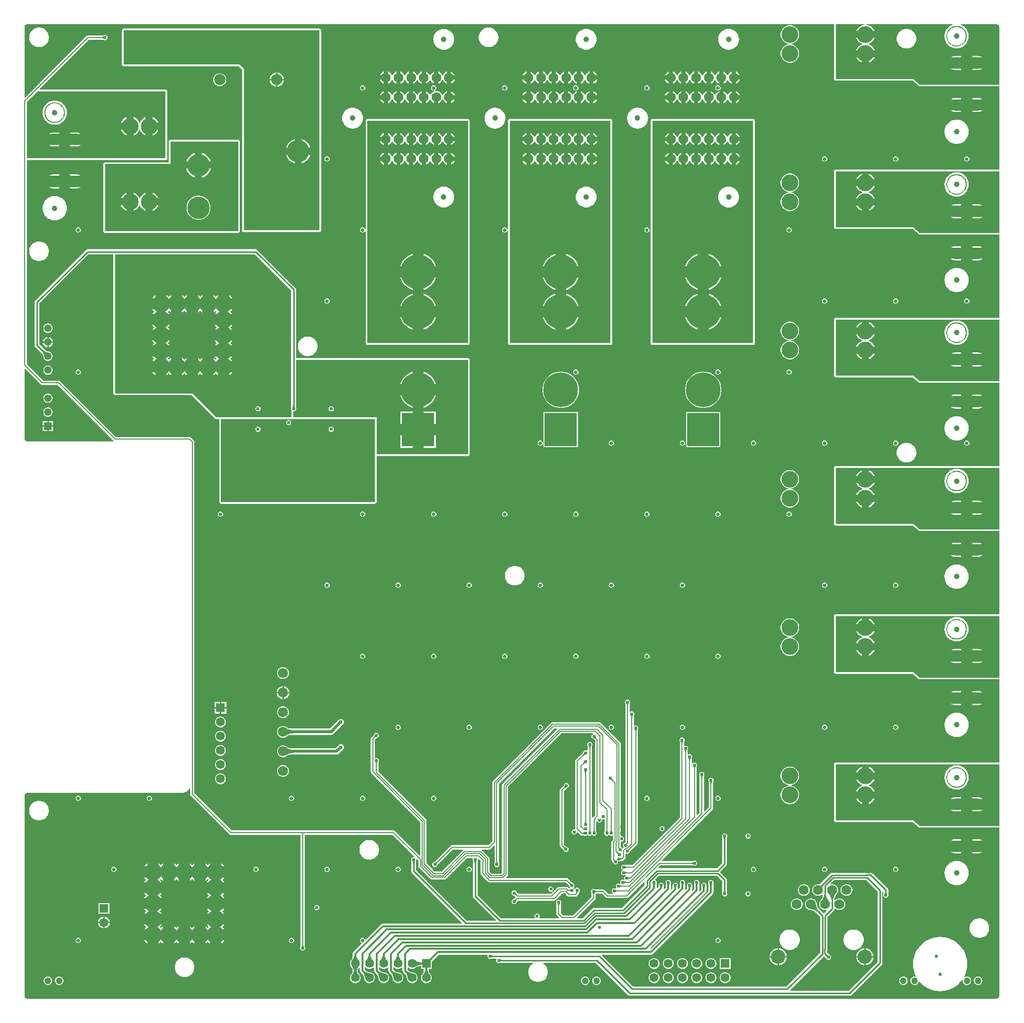
<source format=gbl>
G04*
G04 #@! TF.GenerationSoftware,Altium Limited,Altium Designer,22.9.1 (49)*
G04*
G04 Layer_Physical_Order=8*
G04 Layer_Color=16711680*
%FSLAX25Y25*%
%MOIN*%
G70*
G04*
G04 #@! TF.SameCoordinates,1352E451-E4B0-43B6-A2DF-F84851EB9EC6*
G04*
G04*
G04 #@! TF.FilePolarity,Positive*
G04*
G01*
G75*
%ADD12C,0.00600*%
%ADD17C,0.01000*%
%ADD75C,0.02000*%
%ADD80C,0.01200*%
%ADD81R,0.06260X0.06260*%
%ADD82C,0.06260*%
%ADD83C,0.11811*%
G04:AMPARAMS|DCode=84|XSize=242.13mil|YSize=78.74mil|CornerRadius=39.37mil|HoleSize=0mil|Usage=FLASHONLY|Rotation=0.000|XOffset=0mil|YOffset=0mil|HoleType=Round|Shape=RoundedRectangle|*
%AMROUNDEDRECTD84*
21,1,0.24213,0.00000,0,0,0.0*
21,1,0.16339,0.07874,0,0,0.0*
1,1,0.07874,0.08169,0.00000*
1,1,0.07874,-0.08169,0.00000*
1,1,0.07874,-0.08169,0.00000*
1,1,0.07874,0.08169,0.00000*
%
%ADD84ROUNDEDRECTD84*%
%ADD85C,0.03937*%
%ADD86C,0.07000*%
%ADD87C,0.10000*%
%ADD88C,0.15748*%
%ADD89C,0.07874*%
%ADD90C,0.24410*%
%ADD91R,0.22835X0.23622*%
%ADD92R,0.05264X0.05264*%
%ADD93C,0.05264*%
%ADD94C,0.07087*%
%ADD95R,0.06260X0.06260*%
%ADD96C,0.04724*%
%ADD97C,0.06890*%
%ADD98C,0.12598*%
%ADD99C,0.02400*%
%ADD100C,0.02500*%
G04:AMPARAMS|DCode=102|XSize=20mil|YSize=10mil|CornerRadius=0.25mil|HoleSize=0mil|Usage=FLASHONLY|Rotation=0.000|XOffset=0mil|YOffset=0mil|HoleType=Round|Shape=RoundedRectangle|*
%AMROUNDEDRECTD102*
21,1,0.02000,0.00950,0,0,0.0*
21,1,0.01950,0.01000,0,0,0.0*
1,1,0.00050,0.00975,-0.00475*
1,1,0.00050,-0.00975,-0.00475*
1,1,0.00050,-0.00975,0.00475*
1,1,0.00050,0.00975,0.00475*
%
%ADD102ROUNDEDRECTD102*%
G04:AMPARAMS|DCode=103|XSize=20mil|YSize=10mil|CornerRadius=0.25mil|HoleSize=0mil|Usage=FLASHONLY|Rotation=270.000|XOffset=0mil|YOffset=0mil|HoleType=Round|Shape=RoundedRectangle|*
%AMROUNDEDRECTD103*
21,1,0.02000,0.00950,0,0,270.0*
21,1,0.01950,0.01000,0,0,270.0*
1,1,0.00050,-0.00475,-0.00975*
1,1,0.00050,-0.00475,0.00975*
1,1,0.00050,0.00475,0.00975*
1,1,0.00050,0.00475,-0.00975*
%
%ADD103ROUNDEDRECTD103*%
G36*
X57327Y677034D02*
X57171Y677152D01*
X57005Y677258D01*
X56827Y677351D01*
X56637Y677432D01*
X56435Y677500D01*
X56222Y677556D01*
X55997Y677600D01*
X55761Y677631D01*
X55513Y677649D01*
X55253Y677656D01*
X55253Y678256D01*
X55513Y678262D01*
X55997Y678312D01*
X56222Y678355D01*
X56435Y678411D01*
X56637Y678479D01*
X56827Y678560D01*
X57005Y678654D01*
X57171Y678759D01*
X57327Y678877D01*
Y677034D01*
D02*
G37*
G36*
X571075Y687447D02*
Y648799D01*
X571168Y648331D01*
X571434Y647934D01*
X571831Y647669D01*
X572299Y647576D01*
X626300D01*
X630558Y643932D01*
X630726Y643839D01*
X630886Y643732D01*
X630933Y643722D01*
X630975Y643699D01*
X631166Y643676D01*
X631354Y643639D01*
X687447D01*
X687447Y585542D01*
X687447Y585042D01*
X572299D01*
X571831Y584949D01*
X571434Y584684D01*
X571168Y584287D01*
X571075Y583819D01*
Y544449D01*
X571168Y543980D01*
X571434Y543583D01*
X571831Y543318D01*
X572299Y543225D01*
X626300D01*
X630558Y539582D01*
X630726Y539488D01*
X630886Y539381D01*
X630933Y539372D01*
X630975Y539348D01*
X631166Y539326D01*
X631354Y539288D01*
X687447D01*
X687447Y481192D01*
X687447Y480692D01*
X572299D01*
X571831Y480598D01*
X571434Y480333D01*
X571168Y479936D01*
X571075Y479468D01*
Y440098D01*
X571168Y439630D01*
X571434Y439233D01*
X571831Y438968D01*
X572299Y438874D01*
X626300D01*
X630558Y435231D01*
X630726Y435137D01*
X630886Y435031D01*
X630933Y435021D01*
X630975Y434998D01*
X631166Y434975D01*
X631354Y434937D01*
X687447D01*
X687447Y376841D01*
X687447Y376341D01*
X572299D01*
X571831Y376248D01*
X571434Y375983D01*
X571168Y375586D01*
X571075Y375118D01*
Y335748D01*
X571168Y335279D01*
X571434Y334882D01*
X571831Y334617D01*
X572299Y334524D01*
X626300D01*
X630558Y330881D01*
X630726Y330787D01*
X630886Y330680D01*
X630933Y330671D01*
X630975Y330647D01*
X631166Y330624D01*
X631354Y330587D01*
X687447D01*
X687447Y272491D01*
X687447Y271990D01*
X572299D01*
X571831Y271897D01*
X571434Y271632D01*
X571168Y271235D01*
X571075Y270767D01*
Y231397D01*
X571168Y230929D01*
X571434Y230532D01*
X571831Y230267D01*
X572299Y230173D01*
X626300D01*
X630558Y226530D01*
X630726Y226436D01*
X630886Y226330D01*
X630933Y226320D01*
X630975Y226297D01*
X631166Y226274D01*
X631354Y226236D01*
X687447D01*
X687447Y168111D01*
X687447Y167640D01*
X572299D01*
X571831Y167547D01*
X571434Y167282D01*
X571168Y166885D01*
X571075Y166417D01*
Y127046D01*
X571168Y126578D01*
X571434Y126181D01*
X571831Y125916D01*
X572299Y125823D01*
X626300D01*
X630558Y122180D01*
X630726Y122086D01*
X630886Y121979D01*
X630933Y121970D01*
X630975Y121946D01*
X631166Y121923D01*
X631354Y121886D01*
X687447D01*
X687447Y121386D01*
X687447Y3937D01*
Y3700D01*
X687355Y3235D01*
X687173Y2796D01*
X686909Y2402D01*
X686574Y2067D01*
X686180Y1803D01*
X685742Y1622D01*
X685276Y1529D01*
X685039Y1529D01*
X3937Y1529D01*
X3700D01*
X3235Y1622D01*
X2797Y1803D01*
X2402Y2067D01*
X2067Y2402D01*
X1803Y2796D01*
X1622Y3235D01*
X1529Y3700D01*
X1529Y3937D01*
X1529Y144075D01*
Y144312D01*
X1622Y144777D01*
X1803Y145215D01*
X2067Y145609D01*
X2402Y145945D01*
X2797Y146208D01*
X3235Y146390D01*
X3700Y146482D01*
X3937Y146482D01*
X112579D01*
X112616Y146490D01*
X112654Y146484D01*
X113040Y146503D01*
X113149Y146531D01*
X113263D01*
X114020Y146681D01*
X114159Y146739D01*
X114307Y146768D01*
X115020Y147064D01*
X115145Y147147D01*
X115284Y147205D01*
X115926Y147634D01*
X116032Y147740D01*
X116158Y147824D01*
X116345Y148012D01*
X116516D01*
Y148182D01*
X116703Y148370D01*
X116787Y148495D01*
X116894Y148601D01*
X117322Y149243D01*
X117380Y149382D01*
X117464Y149508D01*
X117557Y149733D01*
X118057Y149634D01*
Y145531D01*
X118057Y145531D01*
X118174Y144946D01*
X118505Y144450D01*
X145651Y117304D01*
X146147Y116973D01*
X146732Y116856D01*
X195765D01*
Y38098D01*
X195494Y37445D01*
Y36729D01*
X195768Y36067D01*
X196274Y35561D01*
X196936Y35287D01*
X197652D01*
X198314Y35561D01*
X198820Y36067D01*
X199094Y36729D01*
Y37445D01*
X198823Y38098D01*
Y116856D01*
X260501D01*
X275860Y101498D01*
X275757Y101225D01*
X275615Y101036D01*
X274970D01*
X274308Y100762D01*
X273802Y100255D01*
X273528Y99594D01*
Y98878D01*
X273594Y98717D01*
Y91340D01*
X273726Y90677D01*
X274102Y90114D01*
X309436Y54780D01*
X309245Y54318D01*
X253617D01*
X252915Y54178D01*
X252319Y53780D01*
X241677Y43139D01*
X241088Y43256D01*
X240970Y43540D01*
X240450Y44060D01*
X239770Y44342D01*
X239034D01*
X238354Y44060D01*
X237833Y43540D01*
X237552Y42860D01*
Y42124D01*
X237833Y41444D01*
X238354Y40924D01*
X238638Y40806D01*
X238755Y40216D01*
X232986Y34447D01*
X232589Y33852D01*
X232449Y33149D01*
Y30435D01*
X232427Y30383D01*
X232206Y29937D01*
X231950Y29494D01*
X231657Y29054D01*
X231318Y28603D01*
X231306Y28558D01*
X231299Y28552D01*
X230808Y27701D01*
X230554Y26752D01*
Y25770D01*
X230808Y24822D01*
X231299Y23971D01*
X231349Y23921D01*
X231366Y23860D01*
X231694Y23436D01*
X231973Y23011D01*
X232220Y22565D01*
X232434Y22098D01*
X232449Y22058D01*
Y20464D01*
X232434Y20425D01*
X232220Y19958D01*
X231973Y19512D01*
X231694Y19087D01*
X231366Y18662D01*
X231349Y18602D01*
X231299Y18552D01*
X230808Y17701D01*
X230554Y16752D01*
Y15770D01*
X230808Y14822D01*
X231299Y13971D01*
X231994Y13277D01*
X232844Y12786D01*
X233793Y12531D01*
X234775D01*
X235724Y12786D01*
X236574Y13277D01*
X237269Y13971D01*
X237760Y14822D01*
X238014Y15770D01*
Y16752D01*
X237760Y17701D01*
X237269Y18552D01*
X237219Y18602D01*
X237202Y18662D01*
X236874Y19087D01*
X236595Y19512D01*
X236348Y19958D01*
X236134Y20425D01*
X236119Y20464D01*
Y22058D01*
X236134Y22098D01*
X236348Y22565D01*
X236595Y23011D01*
X236874Y23436D01*
X236936Y23516D01*
X237436Y23345D01*
Y21274D01*
X237576Y20571D01*
X237974Y19976D01*
X240025Y17925D01*
X240046Y17876D01*
X240212Y17399D01*
X240348Y16905D01*
X240452Y16393D01*
X240528Y15842D01*
X240554Y15798D01*
Y15770D01*
X240808Y14822D01*
X241299Y13971D01*
X241994Y13277D01*
X242844Y12786D01*
X243793Y12531D01*
X244775D01*
X245724Y12786D01*
X246574Y13277D01*
X247269Y13971D01*
X247760Y14822D01*
X248014Y15770D01*
Y16752D01*
X247760Y17701D01*
X247269Y18552D01*
X246574Y19246D01*
X245724Y19737D01*
X244775Y19991D01*
X244747D01*
X244703Y20017D01*
X244152Y20093D01*
X243640Y20198D01*
X243146Y20333D01*
X242670Y20499D01*
X242620Y20521D01*
X241107Y22034D01*
Y23457D01*
X241607Y23664D01*
X241994Y23277D01*
X242844Y22786D01*
X243793Y22531D01*
X244775D01*
X245724Y22786D01*
X246574Y23277D01*
X246936Y23639D01*
X247436Y23432D01*
Y21274D01*
X247576Y20571D01*
X247974Y19976D01*
X250025Y17925D01*
X250046Y17876D01*
X250212Y17399D01*
X250348Y16905D01*
X250452Y16393D01*
X250528Y15842D01*
X250554Y15798D01*
Y15770D01*
X250808Y14822D01*
X251299Y13971D01*
X251994Y13277D01*
X252844Y12786D01*
X253793Y12531D01*
X254775D01*
X255724Y12786D01*
X256574Y13277D01*
X257269Y13971D01*
X257760Y14822D01*
X258014Y15770D01*
Y16752D01*
X257760Y17701D01*
X257269Y18552D01*
X256574Y19246D01*
X255724Y19737D01*
X254775Y19991D01*
X254748D01*
X254703Y20017D01*
X254152Y20093D01*
X253640Y20198D01*
X253146Y20333D01*
X252670Y20499D01*
X252620Y20521D01*
X251107Y22034D01*
Y23457D01*
X251607Y23664D01*
X251994Y23277D01*
X252844Y22786D01*
X253793Y22531D01*
X254775D01*
X255724Y22786D01*
X256574Y23277D01*
X256936Y23639D01*
X257436Y23432D01*
Y21274D01*
X257576Y20571D01*
X257974Y19976D01*
X260025Y17925D01*
X260046Y17876D01*
X260212Y17399D01*
X260348Y16905D01*
X260452Y16393D01*
X260528Y15842D01*
X260554Y15798D01*
Y15770D01*
X260808Y14822D01*
X261299Y13971D01*
X261994Y13277D01*
X262844Y12786D01*
X263793Y12531D01*
X264775D01*
X265724Y12786D01*
X266574Y13277D01*
X267269Y13971D01*
X267760Y14822D01*
X268014Y15770D01*
Y16752D01*
X267760Y17701D01*
X267269Y18552D01*
X266574Y19246D01*
X265724Y19737D01*
X264775Y19991D01*
X264748D01*
X264703Y20017D01*
X264152Y20093D01*
X263640Y20198D01*
X263146Y20333D01*
X262670Y20499D01*
X262620Y20521D01*
X261107Y22034D01*
Y23457D01*
X261607Y23664D01*
X261994Y23277D01*
X262844Y22786D01*
X263793Y22531D01*
X264775D01*
X265724Y22786D01*
X266574Y23277D01*
X266936Y23639D01*
X267436Y23432D01*
Y21274D01*
X267576Y20571D01*
X267974Y19976D01*
X270025Y17925D01*
X270046Y17876D01*
X270212Y17399D01*
X270348Y16905D01*
X270452Y16393D01*
X270528Y15842D01*
X270554Y15798D01*
Y15770D01*
X270808Y14822D01*
X271299Y13971D01*
X271994Y13277D01*
X272844Y12786D01*
X273793Y12531D01*
X274775D01*
X275724Y12786D01*
X276574Y13277D01*
X277269Y13971D01*
X277760Y14822D01*
X278014Y15770D01*
Y16752D01*
X277760Y17701D01*
X277269Y18552D01*
X276574Y19246D01*
X275724Y19737D01*
X274775Y19991D01*
X274747D01*
X274703Y20017D01*
X274152Y20093D01*
X273640Y20198D01*
X273146Y20333D01*
X272670Y20499D01*
X272620Y20521D01*
X271107Y22034D01*
Y23457D01*
X271607Y23664D01*
X271994Y23277D01*
X272844Y22786D01*
X273793Y22531D01*
X274775D01*
X275724Y22786D01*
X276574Y23277D01*
X276624Y23327D01*
X276685Y23343D01*
X277110Y23671D01*
X277535Y23950D01*
X277981Y24197D01*
X278448Y24411D01*
X278487Y24426D01*
X280554D01*
Y22531D01*
X282449D01*
Y20464D01*
X282434Y20425D01*
X282220Y19958D01*
X281973Y19512D01*
X281694Y19087D01*
X281366Y18662D01*
X281349Y18602D01*
X281299Y18552D01*
X280808Y17701D01*
X280554Y16752D01*
Y15770D01*
X280808Y14822D01*
X281299Y13971D01*
X281994Y13277D01*
X282844Y12786D01*
X283793Y12531D01*
X284775D01*
X285724Y12786D01*
X286574Y13277D01*
X287269Y13971D01*
X287760Y14822D01*
X288014Y15770D01*
Y16752D01*
X287760Y17701D01*
X287269Y18552D01*
X287219Y18602D01*
X287202Y18662D01*
X286874Y19087D01*
X286595Y19512D01*
X286348Y19958D01*
X286134Y20425D01*
X286119Y20464D01*
Y22531D01*
X288014D01*
Y27396D01*
X293129Y32511D01*
X327166D01*
X327488Y32011D01*
X327334Y31637D01*
Y30921D01*
X327608Y30260D01*
X328114Y29754D01*
X328776Y29480D01*
X329492D01*
X329653Y29546D01*
X333257D01*
X333586Y29046D01*
X333436Y28685D01*
Y27969D01*
X333710Y27307D01*
X334217Y26801D01*
X334878Y26527D01*
X335594D01*
X335755Y26593D01*
X359063Y26593D01*
X359214Y26093D01*
X358433Y25571D01*
X357472Y24610D01*
X356717Y23480D01*
X356197Y22225D01*
X355932Y20892D01*
Y19533D01*
X356197Y18200D01*
X356717Y16944D01*
X357472Y15814D01*
X358433Y14853D01*
X359563Y14098D01*
X360819Y13578D01*
X362152Y13313D01*
X363511D01*
X364844Y13578D01*
X366099Y14098D01*
X367229Y14853D01*
X368190Y15814D01*
X368945Y16944D01*
X369465Y18200D01*
X369730Y19533D01*
Y20892D01*
X369465Y22225D01*
X368945Y23480D01*
X368190Y24610D01*
X367229Y25571D01*
X366448Y26093D01*
X366599Y26593D01*
X403495Y26593D01*
X426018Y4070D01*
X426581Y3694D01*
X427244Y3562D01*
X581968Y3562D01*
X582632Y3694D01*
X583194Y4070D01*
X604587Y25462D01*
X604962Y26024D01*
X605094Y26688D01*
Y76753D01*
X605594Y77020D01*
X605727Y76931D01*
Y74810D01*
X605661Y74649D01*
Y73933D01*
X605935Y73272D01*
X606441Y72765D01*
X607102Y72491D01*
X607819D01*
X608480Y72765D01*
X608987Y73272D01*
X609261Y73933D01*
Y74649D01*
X609194Y74810D01*
Y78002D01*
X609194Y78002D01*
X609062Y78666D01*
X608686Y79228D01*
X608686Y79228D01*
X598396Y89518D01*
X597833Y89894D01*
X597170Y90026D01*
X596507Y89894D01*
X595944Y89518D01*
X595441Y89622D01*
X595033Y89894D01*
X594370Y90026D01*
X569592D01*
X568929Y89894D01*
X568366Y89518D01*
X560831Y81983D01*
X560313Y82122D01*
X559234D01*
X558191Y81843D01*
X557256Y81303D01*
X556493Y80540D01*
X555953Y79605D01*
X555673Y78562D01*
Y77483D01*
X555953Y76440D01*
X556493Y75505D01*
X557256Y74742D01*
X558191Y74202D01*
X559234Y73922D01*
X560313D01*
X561356Y74202D01*
X562291Y74742D01*
X562578Y75029D01*
X563040Y74837D01*
Y73139D01*
X562891Y72766D01*
X562627Y72222D01*
X562322Y71693D01*
X561975Y71179D01*
X561573Y70663D01*
X561556Y70604D01*
X561492Y70540D01*
X560953Y69605D01*
X560673Y68562D01*
Y67483D01*
X560953Y66440D01*
X561492Y65505D01*
X562256Y64741D01*
X563191Y64202D01*
X564233Y63922D01*
X565313D01*
X565822Y64059D01*
X566080Y63610D01*
X563859Y61388D01*
X559617Y65630D01*
X559458Y65999D01*
X559260Y66571D01*
X559102Y67160D01*
X558984Y67769D01*
X558904Y68419D01*
X558873Y68472D01*
Y68562D01*
X558594Y69605D01*
X558054Y70540D01*
X557291Y71303D01*
X556356Y71843D01*
X555313Y72122D01*
X554234D01*
X553191Y71843D01*
X552256Y71303D01*
X551493Y70540D01*
X550953Y69605D01*
X550673Y68562D01*
Y67483D01*
X550953Y66440D01*
X551493Y65505D01*
X552256Y64741D01*
X553191Y64202D01*
X554234Y63922D01*
X554324D01*
X554377Y63892D01*
X555027Y63811D01*
X555635Y63693D01*
X556225Y63535D01*
X556796Y63337D01*
X557166Y63178D01*
X561326Y59019D01*
Y33856D01*
X537451Y9981D01*
X429832Y9981D01*
X407803Y32011D01*
X408010Y32511D01*
X442515D01*
X443218Y32650D01*
X443813Y33048D01*
X485766Y75001D01*
X486164Y75597D01*
X486304Y76299D01*
Y83272D01*
X486269Y83450D01*
Y83630D01*
X486199Y83797D01*
X486164Y83975D01*
X486064Y84125D01*
X485994Y84292D01*
X485867Y84420D01*
X485766Y84570D01*
X485616Y84671D01*
X485488Y84798D01*
X485321Y84868D01*
X485171Y84968D01*
X484994Y85003D01*
X484827Y85072D01*
X484646D01*
X484469Y85108D01*
X484291Y85072D01*
X484110D01*
X483943Y85003D01*
X483766Y84968D01*
X483616Y84868D01*
X483449Y84798D01*
X483321Y84671D01*
X483171Y84570D01*
X483070Y84420D01*
X482942Y84292D01*
X482873Y84125D01*
X482773Y83975D01*
X482738Y83797D01*
X482668Y83630D01*
Y83450D01*
X482633Y83272D01*
Y77059D01*
X442094Y36520D01*
X442088Y36522D01*
X441924Y37064D01*
X480779Y75920D01*
X481177Y76515D01*
X481316Y77217D01*
Y81343D01*
X481281Y81520D01*
Y81701D01*
X481212Y81868D01*
X481177Y82046D01*
X481076Y82196D01*
X481007Y82363D01*
X480879Y82491D01*
X480779Y82641D01*
X480628Y82741D01*
X480501Y82869D01*
X480334Y82938D01*
X480183Y83039D01*
X480006Y83074D01*
X479839Y83143D01*
X479658D01*
X479481Y83179D01*
X479304Y83143D01*
X479123D01*
X478956Y83074D01*
X478779Y83039D01*
X478628Y82938D01*
X478461Y82869D01*
X478334Y82741D01*
X478183Y82641D01*
X478083Y82491D01*
X477955Y82363D01*
X477886Y82196D01*
X477785Y82046D01*
X477750Y81868D01*
X477681Y81701D01*
Y81520D01*
X477646Y81343D01*
Y77977D01*
X476575Y76907D01*
X476560Y76913D01*
X476163Y77201D01*
X476280Y77791D01*
Y83296D01*
X476245Y83473D01*
Y83654D01*
X476176Y83821D01*
X476140Y83998D01*
X476040Y84149D01*
X475971Y84316D01*
X475843Y84443D01*
X475743Y84594D01*
X475592Y84694D01*
X475464Y84822D01*
X475297Y84891D01*
X475147Y84992D01*
X474970Y85027D01*
X474803Y85096D01*
X474622D01*
X474445Y85131D01*
X474268Y85096D01*
X474087D01*
X473920Y85027D01*
X473742Y84992D01*
X473592Y84891D01*
X473425Y84822D01*
X473297Y84694D01*
X473147Y84594D01*
X473047Y84443D01*
X472919Y84316D01*
X472850Y84149D01*
X472749Y83998D01*
X472714Y83821D01*
X472645Y83654D01*
Y83473D01*
X472610Y83296D01*
Y78552D01*
X471517Y77459D01*
X471502Y77465D01*
X471104Y77754D01*
X471222Y78343D01*
Y80919D01*
X471249Y80985D01*
Y81166D01*
X471284Y81343D01*
X471249Y81520D01*
Y81701D01*
X471180Y81868D01*
X471145Y82046D01*
X471044Y82196D01*
X470975Y82363D01*
X470847Y82491D01*
X470747Y82641D01*
X470597Y82741D01*
X470469Y82869D01*
X470302Y82938D01*
X470152Y83039D01*
X469974Y83074D01*
X469807Y83143D01*
X469627D01*
X469449Y83179D01*
X469272Y83143D01*
X469091D01*
X468924Y83074D01*
X468747Y83039D01*
X468597Y82938D01*
X468430Y82869D01*
X468302Y82741D01*
X468152Y82641D01*
X468089Y82578D01*
X467988Y82428D01*
X467923Y82363D01*
X467888Y82278D01*
X467691Y81983D01*
X467551Y81281D01*
Y79103D01*
X466575Y78127D01*
X466560Y78134D01*
X466163Y78422D01*
X466280Y79012D01*
Y83296D01*
X466245Y83473D01*
Y83654D01*
X466176Y83821D01*
X466140Y83998D01*
X466040Y84149D01*
X465971Y84316D01*
X465843Y84443D01*
X465743Y84594D01*
X465592Y84694D01*
X465464Y84822D01*
X465298Y84891D01*
X465147Y84992D01*
X464970Y85027D01*
X464803Y85096D01*
X464622D01*
X464445Y85131D01*
X464268Y85096D01*
X464087D01*
X463920Y85027D01*
X463742Y84992D01*
X463592Y84891D01*
X463425Y84822D01*
X463297Y84694D01*
X463147Y84594D01*
X463047Y84443D01*
X462919Y84316D01*
X462850Y84149D01*
X462749Y83998D01*
X462714Y83821D01*
X462645Y83654D01*
Y83473D01*
X462610Y83296D01*
Y79772D01*
X461587Y78749D01*
X461087Y78956D01*
Y80506D01*
X461177Y80641D01*
X461212Y80818D01*
X461281Y80985D01*
Y81166D01*
X461316Y81343D01*
X461281Y81520D01*
Y81701D01*
X461212Y81868D01*
X461177Y82046D01*
X461076Y82196D01*
X461007Y82363D01*
X460879Y82491D01*
X460779Y82641D01*
X460629Y82741D01*
X460501Y82869D01*
X460334Y82938D01*
X460183Y83039D01*
X460006Y83074D01*
X459839Y83143D01*
X459658D01*
X459481Y83179D01*
X459304Y83143D01*
X459123D01*
X458956Y83074D01*
X458779Y83039D01*
X458629Y82938D01*
X458461Y82869D01*
X458334Y82741D01*
X458183Y82641D01*
X457954Y82411D01*
X457556Y81816D01*
X457416Y81114D01*
Y79106D01*
X456776Y78466D01*
X456414Y78610D01*
X456304Y78701D01*
Y83272D01*
X456269Y83450D01*
Y83630D01*
X456199Y83797D01*
X456164Y83975D01*
X456064Y84125D01*
X455994Y84292D01*
X455867Y84420D01*
X455766Y84570D01*
X455616Y84671D01*
X455488Y84798D01*
X455321Y84868D01*
X455171Y84968D01*
X454993Y85003D01*
X454826Y85072D01*
X454646D01*
X454468Y85108D01*
X454291Y85072D01*
X454110D01*
X453943Y85003D01*
X453766Y84968D01*
X453616Y84868D01*
X453449Y84798D01*
X453321Y84671D01*
X453171Y84570D01*
X453070Y84420D01*
X452943Y84292D01*
X452873Y84125D01*
X452773Y83975D01*
X452738Y83797D01*
X452669Y83630D01*
Y83450D01*
X452633Y83272D01*
Y79414D01*
X451793Y78574D01*
X451681Y78588D01*
X451282Y79146D01*
X451316Y79317D01*
Y81343D01*
X451281Y81520D01*
Y81701D01*
X451212Y81868D01*
X451177Y82046D01*
X451076Y82196D01*
X451007Y82363D01*
X450879Y82491D01*
X450779Y82641D01*
X450629Y82741D01*
X450501Y82869D01*
X450334Y82938D01*
X450183Y83039D01*
X450006Y83074D01*
X449839Y83143D01*
X449658D01*
X449481Y83179D01*
X449304Y83143D01*
X449123D01*
X448956Y83074D01*
X448779Y83039D01*
X448628Y82938D01*
X448461Y82869D01*
X448334Y82741D01*
X448183Y82641D01*
X448083Y82491D01*
X447955Y82363D01*
X447886Y82196D01*
X447786Y82046D01*
X447750Y81868D01*
X447681Y81701D01*
Y81520D01*
X447646Y81343D01*
Y80077D01*
X446804Y79235D01*
X446304Y79442D01*
Y83272D01*
X446269Y83450D01*
Y83630D01*
X446199Y83797D01*
X446164Y83975D01*
X446064Y84125D01*
X445994Y84292D01*
X445867Y84420D01*
X445766Y84570D01*
X445616Y84671D01*
X445488Y84798D01*
X445360Y84851D01*
X445305Y84966D01*
X445241Y85352D01*
X445261Y85460D01*
X447714Y87912D01*
X488596D01*
X492322Y84187D01*
Y75804D01*
X492255Y75643D01*
Y74927D01*
X492529Y74265D01*
X493036Y73759D01*
X493697Y73485D01*
X494413D01*
X495075Y73759D01*
X495581Y74265D01*
X495855Y74927D01*
Y75643D01*
X495788Y75804D01*
Y84904D01*
X495656Y85568D01*
X495281Y86130D01*
X490824Y90587D01*
X495281Y95044D01*
X495656Y95606D01*
X495788Y96269D01*
Y115428D01*
X495855Y115589D01*
Y116305D01*
X495581Y116966D01*
X495075Y117473D01*
X494413Y117747D01*
X493697D01*
X493036Y117473D01*
X492529Y116966D01*
X492255Y116305D01*
Y115589D01*
X492322Y115428D01*
Y96987D01*
X488584Y93249D01*
X447471D01*
X447280Y93711D01*
X448870Y95301D01*
X471958D01*
X472612Y95031D01*
X473328D01*
X473989Y95305D01*
X474496Y95811D01*
X474769Y96473D01*
Y97189D01*
X474496Y97850D01*
X473989Y98357D01*
X473328Y98631D01*
X472612D01*
X471958Y98360D01*
X450025D01*
X449833Y98822D01*
X485550Y134539D01*
X485881Y135035D01*
X485998Y135620D01*
Y154185D01*
X486269Y154838D01*
Y155554D01*
X485994Y156216D01*
X485488Y156722D01*
X484827Y156996D01*
X484110D01*
X483449Y156722D01*
X482942Y156216D01*
X482668Y155554D01*
Y154838D01*
X482939Y154185D01*
Y136254D01*
X480023Y133337D01*
X479561Y133529D01*
Y158319D01*
X479832Y158973D01*
Y159689D01*
X479557Y160350D01*
X479051Y160857D01*
X478390Y161131D01*
X477673D01*
X477012Y160857D01*
X476506Y160350D01*
X476231Y159689D01*
Y158973D01*
X476502Y158319D01*
Y132494D01*
X474961Y130953D01*
X474499Y131144D01*
Y164815D01*
X474769Y165469D01*
Y166185D01*
X474496Y166846D01*
X473989Y167353D01*
X473328Y167627D01*
X472612D01*
X471950Y167353D01*
X471479Y166881D01*
X471314Y166898D01*
X470979Y167030D01*
Y170832D01*
X471249Y171485D01*
Y172202D01*
X470975Y172863D01*
X470469Y173369D01*
X469807Y173643D01*
X469091D01*
X468644Y173458D01*
X468144Y173737D01*
Y176725D01*
X468414Y177378D01*
Y178094D01*
X468140Y178756D01*
X467634Y179262D01*
X466972Y179536D01*
X466256D01*
X466084Y179465D01*
X465585Y179799D01*
Y182433D01*
X465855Y183087D01*
Y183803D01*
X465581Y184464D01*
X465075Y184971D01*
X464413Y185245D01*
X463697D01*
X463035Y184971D01*
X462529Y184464D01*
X462255Y183803D01*
Y183087D01*
X462526Y182433D01*
Y128693D01*
X429512Y95679D01*
X423652D01*
X423391Y95787D01*
X422675D01*
X422013Y95513D01*
X421507Y95007D01*
X421233Y94345D01*
Y93629D01*
X421507Y92968D01*
X422013Y92462D01*
X422297Y92344D01*
Y91802D01*
X422013Y91685D01*
X421507Y91178D01*
X421233Y90517D01*
Y89801D01*
X421507Y89139D01*
X422013Y88633D01*
X422675Y88359D01*
X423391D01*
X424044Y88629D01*
X424720D01*
X424773Y88151D01*
X424111Y87877D01*
X423605Y87371D01*
X423331Y86709D01*
Y85993D01*
X423521Y85533D01*
X423490Y85447D01*
X423113Y85127D01*
X422687Y85304D01*
X421971D01*
X421309Y85030D01*
X420803Y84523D01*
X420529Y83862D01*
Y83146D01*
X420699Y82735D01*
X420399Y82235D01*
X420361D01*
X419707Y82506D01*
X418991D01*
X418330Y82232D01*
X417823Y81725D01*
X417549Y81064D01*
Y80348D01*
X417823Y79686D01*
X418089Y79420D01*
X417882Y78920D01*
X417391D01*
X416738Y79191D01*
X416021D01*
X415360Y78917D01*
X414853Y78410D01*
X414579Y77749D01*
Y77033D01*
X414853Y76371D01*
X415360Y75865D01*
X415521Y75798D01*
X415422Y75298D01*
X412244D01*
X409515Y78026D01*
X409019Y78358D01*
X408434Y78474D01*
X402960D01*
X402307Y78745D01*
X401591D01*
X400929Y78471D01*
X400423Y77964D01*
X400149Y77303D01*
Y76587D01*
X400419Y75933D01*
Y73030D01*
X387561Y60171D01*
X380398D01*
X378883Y61687D01*
Y68287D01*
X379153Y68940D01*
Y69656D01*
X378879Y70318D01*
X378373Y70824D01*
X377711Y71098D01*
X376995D01*
X376334Y70824D01*
X375827Y70318D01*
X375553Y69656D01*
Y68940D01*
X375824Y68287D01*
Y61053D01*
X375940Y60468D01*
X376272Y59972D01*
X377572Y58672D01*
X377381Y58210D01*
X363845D01*
X363646Y58710D01*
X363888Y59294D01*
Y60010D01*
X363614Y60672D01*
X363108Y61178D01*
X362446Y61452D01*
X361730D01*
X361069Y61178D01*
X360562Y60672D01*
X360288Y60010D01*
Y59294D01*
X360530Y58710D01*
X360332Y58210D01*
X336623D01*
X320475Y74358D01*
Y98717D01*
X320542Y98878D01*
Y99594D01*
X320468Y99771D01*
X320892Y100054D01*
X322615Y98331D01*
X322583Y98283D01*
X322467Y97698D01*
Y89547D01*
X322583Y88962D01*
X322915Y88466D01*
X327637Y83744D01*
X328133Y83412D01*
X328718Y83296D01*
X382396D01*
X384877Y80815D01*
X385147Y80161D01*
X385445Y79864D01*
X385238Y79364D01*
X384481D01*
X384110Y79735D01*
X383614Y80066D01*
X383029Y80183D01*
X377362D01*
X376777Y80066D01*
X376281Y79735D01*
X371881Y75335D01*
X348902D01*
X347713Y76524D01*
X347565Y76881D01*
X347059Y77388D01*
X346397Y77662D01*
X345681D01*
X345020Y77388D01*
X344513Y76881D01*
X344239Y76220D01*
Y75504D01*
X344513Y74842D01*
X345020Y74336D01*
X345681Y74062D01*
X345836D01*
X345863Y74048D01*
X346975Y72936D01*
X345673Y71633D01*
X345020Y71362D01*
X344513Y70856D01*
X344239Y70194D01*
Y69478D01*
X344513Y68817D01*
X345020Y68310D01*
X345681Y68036D01*
X346397D01*
X347059Y68310D01*
X347565Y68817D01*
X347836Y69470D01*
X348874Y70509D01*
X374219D01*
X374805Y70625D01*
X375301Y70957D01*
X379760Y75415D01*
X381792D01*
X383505Y73702D01*
X384001Y73370D01*
X384587Y73254D01*
X389154D01*
X389739Y73370D01*
X390235Y73702D01*
X391176Y74643D01*
X391508Y75139D01*
X391624Y75725D01*
Y76447D01*
X391965Y76788D01*
X392239Y77450D01*
Y78166D01*
X391965Y78827D01*
X391459Y79334D01*
X390797Y79608D01*
X390081D01*
X389419Y79334D01*
X388913Y78827D01*
X388832Y78632D01*
X388291D01*
X388199Y78854D01*
X387867Y79186D01*
X387748Y79508D01*
X387867Y79830D01*
X388199Y80161D01*
X388473Y80823D01*
Y81539D01*
X388199Y82201D01*
X387693Y82707D01*
X387039Y82978D01*
X384110Y85907D01*
X383614Y86238D01*
X383029Y86355D01*
X340421D01*
X340230Y86817D01*
X341280Y87866D01*
X341611Y88363D01*
X341728Y88948D01*
Y150563D01*
X379379Y188215D01*
X401344D01*
X401443Y187715D01*
X401204Y187616D01*
X400697Y187109D01*
X400423Y186448D01*
Y185731D01*
X400697Y185070D01*
X401204Y184564D01*
X401857Y184293D01*
X402918Y183232D01*
Y130656D01*
X401236Y128974D01*
X400868Y129071D01*
X400736Y129164D01*
Y179369D01*
X401006Y180023D01*
Y180739D01*
X400732Y181401D01*
X400226Y181907D01*
X399564Y182181D01*
X398848D01*
X398187Y181907D01*
X397680Y181401D01*
X397406Y180739D01*
Y180023D01*
X397677Y179369D01*
Y176250D01*
X397177Y176049D01*
X396598Y176288D01*
X395882D01*
X395220Y176014D01*
X394714Y175508D01*
X394443Y174854D01*
X389357Y169768D01*
X389026Y169272D01*
X388910Y168687D01*
Y121059D01*
X388778Y120859D01*
X388463Y120634D01*
X387914D01*
X387252Y120360D01*
X386746Y119853D01*
X386472Y119192D01*
Y118476D01*
X386746Y117814D01*
X387252Y117308D01*
X387914Y117034D01*
X388630D01*
X389292Y117308D01*
X389798Y117814D01*
X390072Y118476D01*
Y118504D01*
X390534Y118695D01*
X392394Y116835D01*
X392890Y116504D01*
X393475Y116387D01*
X395178D01*
X395831Y116117D01*
X396547D01*
X397209Y116391D01*
X397698Y116880D01*
X398187Y116391D01*
X398848Y116117D01*
X399564D01*
X400226Y116391D01*
X400715Y116880D01*
X401204Y116391D01*
X401865Y116117D01*
X402581D01*
X403243Y116391D01*
X403749Y116897D01*
X404023Y117559D01*
Y118275D01*
X403753Y118928D01*
Y126238D01*
X404253Y126338D01*
X404360Y126079D01*
X404866Y125573D01*
X405528Y125299D01*
X406244D01*
X406905Y125573D01*
X407412Y126079D01*
X407686Y126741D01*
Y127457D01*
X407621Y127613D01*
X408004Y127996D01*
X408437Y127816D01*
X409154D01*
X409329Y127889D01*
X409745Y127611D01*
Y118928D01*
X409474Y118275D01*
Y117559D01*
X409748Y116897D01*
X410255Y116391D01*
X410916Y116117D01*
X411632D01*
X412294Y116391D01*
X412783Y116880D01*
X413272Y116391D01*
X413933Y116117D01*
X414649D01*
X415077Y116294D01*
X415577Y116004D01*
Y113507D01*
X414940Y112871D01*
X414608Y112374D01*
X414492Y111789D01*
Y99234D01*
X414608Y98649D01*
X414940Y98153D01*
X415581Y97512D01*
Y97457D01*
X415855Y96795D01*
X416361Y96289D01*
X417023Y96015D01*
X417739D01*
X418400Y96289D01*
X418907Y96795D01*
X419181Y97457D01*
Y97954D01*
X419269Y98013D01*
X419985D01*
X420638Y98284D01*
X421762D01*
X422347Y98400D01*
X422843Y98732D01*
X423995Y99883D01*
X424326Y100379D01*
X424443Y100964D01*
Y103277D01*
X424943Y103611D01*
X425179Y103513D01*
X425896D01*
X426557Y103787D01*
X427064Y104293D01*
X427334Y104946D01*
X432718Y110330D01*
X433049Y110826D01*
X433166Y111412D01*
Y190898D01*
X433436Y191551D01*
Y192267D01*
X433162Y192929D01*
X432656Y193435D01*
X431995Y193709D01*
X431279D01*
X430848Y193531D01*
X430348Y193820D01*
Y200839D01*
X430619Y201492D01*
Y202208D01*
X430345Y202870D01*
X429839Y203376D01*
X429177Y203650D01*
X428461D01*
X427799Y203376D01*
X427759Y203336D01*
X427297Y203527D01*
Y209107D01*
X427568Y209760D01*
Y210476D01*
X427294Y211138D01*
X426787Y211644D01*
X426126Y211918D01*
X425410D01*
X424748Y211644D01*
X424242Y211138D01*
X423968Y210476D01*
Y209760D01*
X424238Y209107D01*
Y111657D01*
X423791Y111209D01*
X423315Y111012D01*
X422809Y110506D01*
X422535Y109844D01*
Y109128D01*
X422809Y108466D01*
X423184Y108092D01*
X422324Y107231D01*
X422196Y107257D01*
X421690Y107763D01*
X421226Y107956D01*
X421059Y108122D01*
Y111997D01*
X421272Y112139D01*
X421988D01*
X422649Y112413D01*
X423156Y112919D01*
X423430Y113581D01*
Y114297D01*
X423156Y114958D01*
X422649Y115465D01*
X421988Y115739D01*
X421272D01*
X421059Y115881D01*
Y180848D01*
X420943Y181434D01*
X420611Y181930D01*
X406893Y195648D01*
X406396Y195980D01*
X405811Y196096D01*
X373086D01*
X372501Y195980D01*
X372005Y195648D01*
X331281Y154924D01*
X330949Y154428D01*
X330833Y153843D01*
Y112523D01*
X327890Y109581D01*
X302391D01*
X301806Y109464D01*
X301310Y109133D01*
X289942Y97764D01*
X289288Y97494D01*
X288782Y96988D01*
X288508Y96326D01*
Y95610D01*
X288782Y94948D01*
X289288Y94442D01*
X289950Y94168D01*
X290666D01*
X291328Y94442D01*
X291834Y94948D01*
X292104Y95602D01*
X303025Y106522D01*
X309872D01*
X310029Y106115D01*
X310034Y106022D01*
X295045Y91032D01*
X290225D01*
X284312Y96946D01*
Y126992D01*
X284195Y127577D01*
X283864Y128074D01*
X250624Y161313D01*
Y168103D01*
X250894Y168756D01*
Y169472D01*
X250620Y170134D01*
X250114Y170640D01*
X249452Y170914D01*
X248736D01*
X248579Y170849D01*
X248163Y171127D01*
Y183756D01*
X249451Y185044D01*
X250104Y185314D01*
X250611Y185820D01*
X250885Y186482D01*
Y187198D01*
X250611Y187860D01*
X250104Y188366D01*
X249443Y188640D01*
X248727D01*
X248065Y188366D01*
X247559Y187860D01*
X247288Y187206D01*
X245552Y185471D01*
X245221Y184975D01*
X245104Y184389D01*
Y161245D01*
X245221Y160660D01*
X245552Y160164D01*
X279913Y125804D01*
Y102424D01*
X279451Y102233D01*
X262216Y119467D01*
X262216Y119467D01*
X261720Y119799D01*
X261135Y119915D01*
X261135Y119915D01*
X147366D01*
X121116Y146165D01*
Y393366D01*
X121000Y393951D01*
X120668Y394447D01*
X118778Y396337D01*
X118282Y396669D01*
X117697Y396785D01*
X65968D01*
X26751Y436003D01*
X26254Y436334D01*
X25669Y436451D01*
X14787D01*
X3329Y447908D01*
Y591670D01*
X100768D01*
X101236Y591763D01*
X101633Y592029D01*
X101898Y592425D01*
X101991Y592894D01*
Y640138D01*
X101898Y640606D01*
X101633Y641003D01*
X101236Y641268D01*
X100768Y641361D01*
X12484D01*
X12293Y641823D01*
X14349Y643879D01*
X46896Y676426D01*
X57083Y676426D01*
X57737Y676156D01*
X58453D01*
X59114Y676430D01*
X59621Y676936D01*
X59895Y677598D01*
Y678314D01*
X59621Y678975D01*
X59114Y679482D01*
X58453Y679756D01*
X57737D01*
X57083Y679485D01*
X46262Y679485D01*
X45677Y679369D01*
X45181Y679037D01*
X12186Y646042D01*
X12186Y646042D01*
X1991Y635847D01*
X1529Y636038D01*
X1529Y685039D01*
X1529Y685276D01*
X1622Y685742D01*
X1803Y686180D01*
X2067Y686574D01*
X2402Y686909D01*
X2797Y687173D01*
X3235Y687354D01*
X3700Y687447D01*
X3937D01*
X570575Y687447D01*
X571075Y687447D01*
D02*
G37*
G36*
X658663Y685992D02*
X660015Y685582D01*
X661262Y684916D01*
X662354Y684019D01*
X663251Y682927D01*
X663917Y681680D01*
X664327Y680328D01*
X664466Y678921D01*
X664327Y677515D01*
X663917Y676162D01*
X663251Y674916D01*
X662354Y673823D01*
X661262Y672927D01*
X660015Y672261D01*
X658663Y671850D01*
X657257Y671712D01*
X655850Y671850D01*
X654497Y672261D01*
X653251Y672927D01*
X652158Y673823D01*
X651262Y674916D01*
X650596Y676162D01*
X650185Y677515D01*
X650047Y678921D01*
X650185Y680328D01*
X650596Y681680D01*
X651262Y682927D01*
X652158Y684019D01*
X653251Y684916D01*
X654497Y685582D01*
X655850Y685992D01*
X657257Y686131D01*
X658663Y685992D01*
D02*
G37*
G36*
X685742Y687355D02*
X686180Y687173D01*
X686574Y686909D01*
X686909Y686574D01*
X687173Y686180D01*
X687355Y685742D01*
X687447Y685276D01*
X687447Y685039D01*
Y644862D01*
X631354D01*
X626752Y648799D01*
X572299D01*
Y687447D01*
X592208D01*
X592257Y686947D01*
X591129Y686723D01*
X589873Y686202D01*
X588742Y685447D01*
X587780Y684485D01*
X587024Y683354D01*
X586705Y682583D01*
X599583D01*
X599263Y683354D01*
X598508Y684485D01*
X597546Y685447D01*
X596415Y686202D01*
X595158Y686723D01*
X594031Y686947D01*
X594080Y687447D01*
X654278Y687447D01*
X654352Y686947D01*
X653979Y686834D01*
X652498Y686042D01*
X651200Y684977D01*
X650135Y683679D01*
X649344Y682199D01*
X648856Y680592D01*
X648692Y678921D01*
X648856Y677250D01*
X649344Y675644D01*
X650135Y674163D01*
X651200Y672865D01*
X652498Y671800D01*
X653979Y671009D01*
X655586Y670521D01*
X657257Y670357D01*
X658927Y670521D01*
X660534Y671009D01*
X662015Y671800D01*
X663312Y672865D01*
X664377Y674163D01*
X665169Y675644D01*
X665656Y677250D01*
X665821Y678921D01*
X665656Y680592D01*
X665169Y682199D01*
X664377Y683679D01*
X663312Y684977D01*
X662015Y686042D01*
X660534Y686834D01*
X660160Y686947D01*
X660235Y687447D01*
X685276D01*
X685742Y687355D01*
D02*
G37*
G36*
X100768Y592894D02*
X3329D01*
Y632859D01*
X10608Y640138D01*
X100768D01*
Y592894D01*
D02*
G37*
G36*
X687447Y540512D02*
X631354D01*
X626752Y544449D01*
X572299D01*
Y583819D01*
X687447D01*
Y540512D01*
D02*
G37*
G36*
X687447Y436161D02*
X631354D01*
X626752Y440098D01*
X572299D01*
Y479468D01*
X687447D01*
Y436161D01*
D02*
G37*
G36*
X13072Y433840D02*
X13568Y433508D01*
X14153Y433392D01*
X25036D01*
X64253Y394174D01*
X64311Y394136D01*
X64160Y393636D01*
X3937Y393636D01*
X3700D01*
X3235Y393728D01*
X2797Y393910D01*
X2402Y394173D01*
X2067Y394509D01*
X1803Y394903D01*
X1622Y395341D01*
X1529Y395806D01*
X1529Y396043D01*
X1529Y444729D01*
X1991Y444920D01*
X13072Y433840D01*
D02*
G37*
G36*
X687447Y331810D02*
X631354D01*
X626752Y335748D01*
X572299D01*
Y375118D01*
X687447D01*
Y331810D01*
D02*
G37*
G36*
X687447Y227460D02*
X631354D01*
X626752Y231397D01*
X572299D01*
Y270767D01*
X687447D01*
Y227460D01*
D02*
G37*
G36*
X426571Y209195D02*
X426466Y209028D01*
X426372Y208850D01*
X426292Y208660D01*
X426223Y208458D01*
X426167Y208245D01*
X426124Y208020D01*
X426093Y207784D01*
X426074Y207536D01*
X426068Y207276D01*
X425468D01*
X425461Y207536D01*
X425412Y208020D01*
X425368Y208245D01*
X425312Y208458D01*
X425244Y208660D01*
X425163Y208850D01*
X425070Y209028D01*
X424964Y209195D01*
X424846Y209350D01*
X426689D01*
X426571Y209195D01*
D02*
G37*
G36*
X429623Y200927D02*
X429517Y200760D01*
X429424Y200582D01*
X429343Y200392D01*
X429274Y200191D01*
X429218Y199978D01*
X429175Y199753D01*
X429144Y199516D01*
X429125Y199268D01*
X429119Y199008D01*
X428519D01*
X428513Y199268D01*
X428463Y199753D01*
X428419Y199978D01*
X428363Y200191D01*
X428295Y200392D01*
X428214Y200582D01*
X428121Y200760D01*
X428015Y200927D01*
X427897Y201082D01*
X429741D01*
X429623Y200927D01*
D02*
G37*
G36*
X432440Y190986D02*
X432334Y190819D01*
X432241Y190641D01*
X432160Y190451D01*
X432092Y190250D01*
X432036Y190037D01*
X431992Y189812D01*
X431961Y189575D01*
X431943Y189327D01*
X431937Y189067D01*
X431336D01*
X431330Y189327D01*
X431281Y189812D01*
X431237Y190037D01*
X431181Y190250D01*
X431113Y190451D01*
X431032Y190641D01*
X430939Y190819D01*
X430833Y190986D01*
X430715Y191141D01*
X432558D01*
X432440Y190986D01*
D02*
G37*
G36*
X249193Y185645D02*
X249000Y185619D01*
X248807Y185576D01*
X248615Y185516D01*
X248424Y185439D01*
X248233Y185345D01*
X248043Y185233D01*
X247853Y185105D01*
X247664Y184960D01*
X247475Y184798D01*
X247287Y184618D01*
X246863Y185043D01*
X247042Y185231D01*
X247350Y185608D01*
X247478Y185798D01*
X247589Y185989D01*
X247683Y186179D01*
X247760Y186371D01*
X247820Y186563D01*
X247864Y186755D01*
X247889Y186949D01*
X249193Y185645D01*
D02*
G37*
G36*
X403444Y186005D02*
X403487Y185812D01*
X403548Y185620D01*
X403625Y185429D01*
X403719Y185238D01*
X403830Y185048D01*
X403958Y184858D01*
X404103Y184669D01*
X404266Y184480D01*
X404445Y184292D01*
X404021Y183868D01*
X403833Y184047D01*
X403455Y184354D01*
X403265Y184483D01*
X403075Y184594D01*
X402884Y184688D01*
X402693Y184765D01*
X402500Y184825D01*
X402308Y184868D01*
X402115Y184894D01*
X403418Y186198D01*
X403444Y186005D01*
D02*
G37*
G36*
X464859Y182521D02*
X464753Y182355D01*
X464660Y182177D01*
X464579Y181987D01*
X464510Y181785D01*
X464455Y181572D01*
X464411Y181347D01*
X464380Y181111D01*
X464361Y180863D01*
X464355Y180603D01*
X463755D01*
X463749Y180863D01*
X463699Y181347D01*
X463656Y181572D01*
X463600Y181785D01*
X463531Y181987D01*
X463450Y182177D01*
X463357Y182355D01*
X463251Y182521D01*
X463133Y182676D01*
X464977D01*
X464859Y182521D01*
D02*
G37*
G36*
X400010Y179457D02*
X399904Y179291D01*
X399811Y179113D01*
X399730Y178923D01*
X399662Y178721D01*
X399606Y178508D01*
X399562Y178283D01*
X399531Y178047D01*
X399512Y177799D01*
X399506Y177539D01*
X398906D01*
X398900Y177799D01*
X398850Y178283D01*
X398807Y178508D01*
X398751Y178721D01*
X398682Y178923D01*
X398602Y179113D01*
X398508Y179291D01*
X398403Y179457D01*
X398285Y179612D01*
X400128D01*
X400010Y179457D01*
D02*
G37*
G36*
X467418Y176813D02*
X467312Y176646D01*
X467219Y176468D01*
X467138Y176278D01*
X467070Y176076D01*
X467014Y175863D01*
X466970Y175638D01*
X466939Y175402D01*
X466920Y175154D01*
X466914Y174894D01*
X466314D01*
X466308Y175154D01*
X466258Y175638D01*
X466215Y175863D01*
X466159Y176076D01*
X466090Y176278D01*
X466010Y176468D01*
X465916Y176646D01*
X465810Y176813D01*
X465692Y176968D01*
X467536D01*
X467418Y176813D01*
D02*
G37*
G36*
X396349Y173293D02*
X396155Y173267D01*
X395963Y173224D01*
X395771Y173164D01*
X395580Y173087D01*
X395389Y172993D01*
X395198Y172881D01*
X395009Y172753D01*
X394819Y172608D01*
X394631Y172446D01*
X394443Y172266D01*
X394019Y172691D01*
X394198Y172879D01*
X394505Y173257D01*
X394633Y173446D01*
X394744Y173637D01*
X394839Y173828D01*
X394916Y174019D01*
X394976Y174211D01*
X395019Y174403D01*
X395045Y174597D01*
X396349Y173293D01*
D02*
G37*
G36*
X470253Y170920D02*
X470147Y170754D01*
X470054Y170575D01*
X469973Y170385D01*
X469905Y170184D01*
X469849Y169971D01*
X469805Y169746D01*
X469774Y169509D01*
X469755Y169261D01*
X469749Y169001D01*
X469149D01*
X469143Y169261D01*
X469093Y169746D01*
X469050Y169971D01*
X468994Y170184D01*
X468925Y170385D01*
X468845Y170575D01*
X468751Y170754D01*
X468646Y170920D01*
X468528Y171075D01*
X470371D01*
X470253Y170920D01*
D02*
G37*
G36*
X249898Y168191D02*
X249792Y168024D01*
X249699Y167846D01*
X249618Y167656D01*
X249550Y167455D01*
X249494Y167241D01*
X249450Y167016D01*
X249419Y166780D01*
X249401Y166532D01*
X249394Y166272D01*
X248795D01*
X248788Y166532D01*
X248739Y167016D01*
X248695Y167241D01*
X248639Y167455D01*
X248571Y167656D01*
X248490Y167846D01*
X248396Y168024D01*
X248291Y168191D01*
X248173Y168346D01*
X250016D01*
X249898Y168191D01*
D02*
G37*
G36*
X396349Y167289D02*
X396155Y167263D01*
X395963Y167220D01*
X395771Y167160D01*
X395580Y167083D01*
X395389Y166989D01*
X395198Y166877D01*
X395009Y166749D01*
X394819Y166604D01*
X394631Y166442D01*
X394443Y166262D01*
X394019Y166687D01*
X394198Y166875D01*
X394505Y167253D01*
X394633Y167442D01*
X394744Y167633D01*
X394839Y167824D01*
X394916Y168015D01*
X394976Y168207D01*
X395019Y168400D01*
X395045Y168593D01*
X396349Y167289D01*
D02*
G37*
G36*
X473773Y164903D02*
X473667Y164737D01*
X473574Y164558D01*
X473493Y164369D01*
X473425Y164167D01*
X473369Y163954D01*
X473325Y163729D01*
X473294Y163493D01*
X473276Y163244D01*
X473270Y162985D01*
X472670D01*
X472663Y163244D01*
X472614Y163729D01*
X472570Y163954D01*
X472514Y164167D01*
X472446Y164369D01*
X472365Y164558D01*
X472272Y164737D01*
X472166Y164903D01*
X472048Y165058D01*
X473891D01*
X473773Y164903D01*
D02*
G37*
G36*
X396993Y161655D02*
X396887Y161489D01*
X396794Y161311D01*
X396713Y161121D01*
X396645Y160919D01*
X396589Y160706D01*
X396545Y160481D01*
X396514Y160245D01*
X396495Y159996D01*
X396489Y159737D01*
X395889D01*
X395883Y159996D01*
X395833Y160481D01*
X395790Y160706D01*
X395734Y160919D01*
X395665Y161121D01*
X395585Y161311D01*
X395491Y161489D01*
X395386Y161655D01*
X395268Y161810D01*
X397111D01*
X396993Y161655D01*
D02*
G37*
G36*
X478835Y158407D02*
X478729Y158241D01*
X478636Y158062D01*
X478555Y157872D01*
X478487Y157671D01*
X478431Y157458D01*
X478387Y157233D01*
X478356Y156997D01*
X478338Y156748D01*
X478332Y156489D01*
X477732D01*
X477725Y156748D01*
X477675Y157233D01*
X477632Y157458D01*
X477576Y157671D01*
X477508Y157872D01*
X477427Y158062D01*
X477334Y158241D01*
X477228Y158407D01*
X477110Y158562D01*
X478953D01*
X478835Y158407D01*
D02*
G37*
G36*
X414784Y156785D02*
X414827Y156593D01*
X414887Y156401D01*
X414964Y156209D01*
X415059Y156018D01*
X415170Y155828D01*
X415298Y155639D01*
X415443Y155449D01*
X415605Y155261D01*
X415785Y155073D01*
X415360Y154648D01*
X415172Y154828D01*
X414794Y155135D01*
X414605Y155263D01*
X414415Y155374D01*
X414224Y155469D01*
X414032Y155546D01*
X413840Y155606D01*
X413648Y155649D01*
X413454Y155675D01*
X414758Y156978D01*
X414784Y156785D01*
D02*
G37*
G36*
X485272Y154273D02*
X485166Y154106D01*
X485073Y153928D01*
X484992Y153738D01*
X484924Y153536D01*
X484868Y153323D01*
X484824Y153098D01*
X484793Y152862D01*
X484775Y152614D01*
X484768Y152354D01*
X484168D01*
X484162Y152614D01*
X484113Y153098D01*
X484069Y153323D01*
X484013Y153536D01*
X483945Y153738D01*
X483864Y153928D01*
X483771Y154106D01*
X483665Y154273D01*
X483547Y154428D01*
X485390D01*
X485272Y154273D01*
D02*
G37*
G36*
X396495Y126533D02*
X396545Y126049D01*
X396589Y125824D01*
X396645Y125611D01*
X396713Y125409D01*
X396794Y125219D01*
X396887Y125041D01*
X396993Y124874D01*
X397111Y124719D01*
X395268D01*
X395386Y124874D01*
X395491Y125041D01*
X395585Y125219D01*
X395665Y125409D01*
X395734Y125611D01*
X395790Y125824D01*
X395833Y126049D01*
X395864Y126285D01*
X395883Y126533D01*
X395889Y126793D01*
X396489D01*
X396495Y126533D01*
D02*
G37*
G36*
X687447Y123109D02*
X631354D01*
X626752Y127046D01*
X572299D01*
Y166417D01*
X687447D01*
Y123109D01*
D02*
G37*
G36*
X414598Y120499D02*
X414647Y120015D01*
X414691Y119790D01*
X414747Y119577D01*
X414815Y119375D01*
X414896Y119185D01*
X414989Y119007D01*
X415095Y118840D01*
X415213Y118685D01*
X413370D01*
X413488Y118840D01*
X413593Y119007D01*
X413687Y119185D01*
X413767Y119375D01*
X413836Y119577D01*
X413892Y119790D01*
X413935Y120015D01*
X413966Y120251D01*
X413985Y120499D01*
X413991Y120759D01*
X414591D01*
X414598Y120499D01*
D02*
G37*
G36*
X411581D02*
X411630Y120015D01*
X411674Y119790D01*
X411730Y119577D01*
X411798Y119375D01*
X411879Y119185D01*
X411972Y119007D01*
X412078Y118840D01*
X412196Y118685D01*
X410353D01*
X410471Y118840D01*
X410576Y119007D01*
X410670Y119185D01*
X410750Y119375D01*
X410819Y119577D01*
X410875Y119790D01*
X410918Y120015D01*
X410949Y120251D01*
X410968Y120499D01*
X410974Y120759D01*
X411574D01*
X411581Y120499D01*
D02*
G37*
G36*
X402529D02*
X402579Y120015D01*
X402623Y119790D01*
X402679Y119577D01*
X402747Y119375D01*
X402828Y119185D01*
X402921Y119007D01*
X403027Y118840D01*
X403145Y118685D01*
X401301D01*
X401420Y118840D01*
X401525Y119007D01*
X401619Y119185D01*
X401699Y119375D01*
X401768Y119577D01*
X401824Y119790D01*
X401867Y120015D01*
X401898Y120251D01*
X401917Y120499D01*
X401923Y120759D01*
X402523D01*
X402529Y120499D01*
D02*
G37*
G36*
X399512D02*
X399562Y120015D01*
X399606Y119790D01*
X399662Y119577D01*
X399730Y119375D01*
X399811Y119185D01*
X399904Y119007D01*
X400010Y118840D01*
X400128Y118685D01*
X398285D01*
X398403Y118840D01*
X398508Y119007D01*
X398602Y119185D01*
X398682Y119375D01*
X398751Y119577D01*
X398807Y119790D01*
X398850Y120015D01*
X398881Y120251D01*
X398900Y120499D01*
X398906Y120759D01*
X399506D01*
X399512Y120499D01*
D02*
G37*
G36*
X395435Y116983D02*
X395274Y117104D01*
X395106Y117211D01*
X394929Y117306D01*
X394745Y117389D01*
X394553Y117458D01*
X394353Y117516D01*
X394145Y117560D01*
X393930Y117592D01*
X393706Y117611D01*
X393475Y117617D01*
Y118217D01*
X393706Y118223D01*
X393930Y118242D01*
X394145Y118274D01*
X394353Y118318D01*
X394553Y118375D01*
X394745Y118445D01*
X394929Y118527D01*
X395106Y118622D01*
X395274Y118730D01*
X395435Y118851D01*
Y116983D01*
D02*
G37*
G36*
X494897Y115067D02*
X494825Y114936D01*
X494762Y114786D01*
X494707Y114615D01*
X494661Y114425D01*
X494623Y114215D01*
X494572Y113735D01*
X494559Y113465D01*
X494555Y113176D01*
X493555D01*
X493551Y113465D01*
X493488Y114215D01*
X493450Y114425D01*
X493403Y114615D01*
X493349Y114786D01*
X493285Y114936D01*
X493214Y115067D01*
X493133Y115179D01*
X494977D01*
X494897Y115067D01*
D02*
G37*
G36*
X425980Y110811D02*
X425866Y110692D01*
X425682Y110468D01*
X425611Y110362D01*
X425555Y110261D01*
X425513Y110164D01*
X425485Y110071D01*
X425472Y109982D01*
X425473Y109898D01*
X425488Y109818D01*
X424522Y110671D01*
X424606Y110665D01*
X424693Y110673D01*
X424786Y110695D01*
X424882Y110731D01*
X424983Y110780D01*
X425089Y110844D01*
X425199Y110921D01*
X425313Y111012D01*
X425556Y111235D01*
X425980Y110811D01*
D02*
G37*
G36*
X419816Y107627D02*
X420120Y107356D01*
X420147Y107340D01*
X420166Y107332D01*
X420179Y107332D01*
X419649Y106867D01*
X419651Y106879D01*
X419645Y106899D01*
X419632Y106924D01*
X419610Y106956D01*
X419581Y106993D01*
X419499Y107088D01*
X419318Y107276D01*
X419742Y107701D01*
X419816Y107627D01*
D02*
G37*
G36*
X418558Y104806D02*
X418936Y104499D01*
X419125Y104371D01*
X419316Y104260D01*
X419507Y104165D01*
X419698Y104088D01*
X419890Y104028D01*
X420082Y103985D01*
X420276Y103959D01*
X418972Y102656D01*
X418946Y102849D01*
X418903Y103041D01*
X418843Y103233D01*
X418766Y103425D01*
X418672Y103616D01*
X418560Y103806D01*
X418432Y103996D01*
X418287Y104185D01*
X418125Y104373D01*
X417945Y104561D01*
X418370Y104986D01*
X418558Y104806D01*
D02*
G37*
G36*
X420680Y100411D02*
X420748Y100348D01*
X420830Y100293D01*
X420924Y100245D01*
X421032Y100205D01*
X421152Y100172D01*
X421285Y100146D01*
X421431Y100128D01*
X421590Y100117D01*
X421762Y100113D01*
Y99513D01*
X421590Y99509D01*
X421285Y99480D01*
X421152Y99454D01*
X421032Y99421D01*
X420924Y99381D01*
X420830Y99333D01*
X420748Y99278D01*
X420680Y99215D01*
X420624Y99145D01*
Y100481D01*
X420680Y100411D01*
D02*
G37*
G36*
X416341Y99342D02*
X416539Y99171D01*
X416630Y99105D01*
X416715Y99051D01*
X416794Y99009D01*
X416867Y98980D01*
X416935Y98964D01*
X416997Y98960D01*
X417053Y98969D01*
X416253Y98224D01*
X416265Y98279D01*
X416265Y98339D01*
X416252Y98405D01*
X416227Y98477D01*
X416189Y98554D01*
X416138Y98636D01*
X416075Y98725D01*
X415999Y98818D01*
X415809Y99022D01*
X416234Y99446D01*
X416341Y99342D01*
D02*
G37*
G36*
X334028Y98550D02*
X334078Y98066D01*
X334121Y97841D01*
X334177Y97628D01*
X334246Y97426D01*
X334327Y97236D01*
X334420Y97058D01*
X334526Y96891D01*
X334644Y96736D01*
X332800D01*
X332918Y96891D01*
X333024Y97058D01*
X333117Y97236D01*
X333198Y97426D01*
X333267Y97628D01*
X333323Y97841D01*
X333366Y98066D01*
X333397Y98302D01*
X333416Y98550D01*
X333422Y98810D01*
X334022D01*
X334028Y98550D01*
D02*
G37*
G36*
X319583Y98356D02*
X319512Y98225D01*
X319448Y98075D01*
X319394Y97904D01*
X319347Y97714D01*
X319309Y97504D01*
X319259Y97024D01*
X319246Y96754D01*
X319242Y96465D01*
X318242D01*
X318237Y96754D01*
X318174Y97504D01*
X318136Y97714D01*
X318090Y97904D01*
X318035Y98075D01*
X317972Y98225D01*
X317900Y98356D01*
X317820Y98467D01*
X319664D01*
X319583Y98356D01*
D02*
G37*
G36*
X276169D02*
X276097Y98225D01*
X276034Y98075D01*
X275979Y97904D01*
X275933Y97714D01*
X275895Y97504D01*
X275844Y97024D01*
X275832Y96754D01*
X275828Y96465D01*
X274828D01*
X274823Y96754D01*
X274760Y97504D01*
X274722Y97714D01*
X274676Y97904D01*
X274621Y98075D01*
X274558Y98225D01*
X274486Y98356D01*
X274406Y98467D01*
X276249D01*
X276169Y98356D01*
D02*
G37*
G36*
X472201Y95909D02*
X472046Y96027D01*
X471879Y96133D01*
X471701Y96226D01*
X471511Y96307D01*
X471310Y96375D01*
X471097Y96431D01*
X470872Y96475D01*
X470635Y96506D01*
X470387Y96524D01*
X470128Y96531D01*
Y97131D01*
X470387Y97137D01*
X470872Y97187D01*
X471097Y97230D01*
X471310Y97286D01*
X471511Y97355D01*
X471701Y97435D01*
X471879Y97528D01*
X472046Y97634D01*
X472201Y97752D01*
Y95909D01*
D02*
G37*
G36*
X292530Y97765D02*
X292350Y97577D01*
X292043Y97199D01*
X291915Y97010D01*
X291803Y96820D01*
X291709Y96629D01*
X291632Y96437D01*
X291572Y96245D01*
X291529Y96053D01*
X291503Y95859D01*
X290199Y97163D01*
X290392Y97189D01*
X290585Y97232D01*
X290777Y97292D01*
X290968Y97369D01*
X291159Y97464D01*
X291350Y97575D01*
X291539Y97703D01*
X291729Y97848D01*
X291917Y98010D01*
X292105Y98190D01*
X292530Y97765D01*
D02*
G37*
G36*
X376319Y191376D02*
X337777Y152833D01*
X337445Y152337D01*
X337329Y151752D01*
Y90137D01*
X336694Y89502D01*
X330338D01*
X328773Y91066D01*
Y99951D01*
X328657Y100537D01*
X328326Y101033D01*
X323337Y106022D01*
X323342Y106115D01*
X323499Y106522D01*
X328524D01*
X329109Y106638D01*
X329605Y106970D01*
X331731Y109095D01*
X332193Y108904D01*
Y96979D01*
X331922Y96326D01*
Y95610D01*
X332196Y94948D01*
X332702Y94442D01*
X333364Y94168D01*
X334080D01*
X334742Y94442D01*
X335248Y94948D01*
X335522Y95610D01*
Y96326D01*
X335251Y96979D01*
Y152872D01*
X374217Y191838D01*
X376128D01*
X376319Y191376D01*
D02*
G37*
G36*
X423890Y94856D02*
X424047Y94771D01*
X424218Y94696D01*
X424404Y94630D01*
X424604Y94575D01*
X424818Y94530D01*
X425047Y94495D01*
X425548Y94455D01*
X425820Y94450D01*
X425905Y93850D01*
X425657Y93842D01*
X425419Y93820D01*
X425190Y93783D01*
X424971Y93731D01*
X424761Y93665D01*
X424560Y93584D01*
X424369Y93487D01*
X424187Y93376D01*
X424015Y93251D01*
X423851Y93110D01*
X423747Y94952D01*
X423890Y94856D01*
D02*
G37*
G36*
X423956Y90962D02*
X424123Y90857D01*
X424301Y90763D01*
X424491Y90683D01*
X424692Y90614D01*
X424905Y90558D01*
X425130Y90515D01*
X425367Y90483D01*
X425615Y90465D01*
X425875Y90459D01*
Y89859D01*
X425615Y89852D01*
X425130Y89803D01*
X424905Y89759D01*
X424692Y89703D01*
X424491Y89635D01*
X424301Y89554D01*
X424123Y89461D01*
X423956Y89355D01*
X423801Y89237D01*
Y91080D01*
X423956Y90962D01*
D02*
G37*
G36*
X597583Y88719D02*
X597620Y88654D01*
X597667Y88582D01*
X597790Y88420D01*
X597952Y88233D01*
X598266Y87904D01*
X597659Y87097D01*
X597463Y87286D01*
X597106Y87587D01*
X596946Y87698D01*
X596799Y87783D01*
X596664Y87842D01*
X596540Y87875D01*
X596430Y87881D01*
X596331Y87862D01*
X596245Y87816D01*
X597555Y88778D01*
X597583Y88719D01*
D02*
G37*
G36*
X317117Y100018D02*
X316942Y99594D01*
Y98878D01*
X317008Y98717D01*
Y73640D01*
X317140Y72977D01*
X317516Y72414D01*
X333186Y56744D01*
X332995Y56283D01*
X312836D01*
X277061Y92058D01*
Y98717D01*
X277128Y98878D01*
Y99523D01*
X277317Y99665D01*
X277590Y99768D01*
X278667Y98690D01*
Y94731D01*
X278784Y94146D01*
X279115Y93650D01*
X286883Y85882D01*
X287380Y85550D01*
X287965Y85434D01*
X297199D01*
X297784Y85550D01*
X298281Y85882D01*
X312917Y100518D01*
X316825D01*
X317117Y100018D01*
D02*
G37*
G36*
X426041Y87167D02*
X426206Y87059D01*
X426374Y86963D01*
X426545Y86881D01*
X426719Y86811D01*
X426897Y86753D01*
X427078Y86709D01*
X427263Y86677D01*
X427451Y86658D01*
X427643Y86651D01*
Y86051D01*
X427451Y86045D01*
X427263Y86026D01*
X427078Y85994D01*
X426897Y85949D01*
X426719Y85892D01*
X426545Y85822D01*
X426374Y85739D01*
X426206Y85644D01*
X426041Y85535D01*
X425880Y85414D01*
Y87288D01*
X426041Y87167D01*
D02*
G37*
G36*
X423252Y84307D02*
X423419Y84202D01*
X423597Y84109D01*
X423787Y84028D01*
X423988Y83959D01*
X424202Y83903D01*
X424427Y83860D01*
X424663Y83829D01*
X424911Y83810D01*
X425171Y83804D01*
Y83204D01*
X424911Y83198D01*
X424427Y83148D01*
X424202Y83104D01*
X423988Y83048D01*
X423787Y82980D01*
X423597Y82899D01*
X423419Y82806D01*
X423252Y82700D01*
X423097Y82582D01*
Y84426D01*
X423252Y84307D01*
D02*
G37*
G36*
X385064Y83223D02*
X385442Y82916D01*
X385631Y82788D01*
X385822Y82677D01*
X386013Y82582D01*
X386204Y82505D01*
X386396Y82445D01*
X386589Y82402D01*
X386782Y82376D01*
X385478Y81073D01*
X385452Y81266D01*
X385409Y81458D01*
X385349Y81650D01*
X385272Y81842D01*
X385178Y82033D01*
X385066Y82223D01*
X384938Y82413D01*
X384793Y82602D01*
X384631Y82790D01*
X384452Y82978D01*
X384876Y83403D01*
X385064Y83223D01*
D02*
G37*
G36*
X475305Y82439D02*
X475251Y82326D01*
X475203Y82190D01*
X475161Y82030D01*
X475125Y81847D01*
X475074Y81410D01*
X475058Y81156D01*
X475045Y80577D01*
X473845D01*
X473842Y80878D01*
X473793Y81640D01*
X473764Y81847D01*
X473687Y82190D01*
X473639Y82326D01*
X473584Y82439D01*
X473523Y82528D01*
X475367D01*
X475305Y82439D01*
D02*
G37*
G36*
X465305D02*
X465251Y82326D01*
X465203Y82190D01*
X465161Y82030D01*
X465125Y81847D01*
X465074Y81410D01*
X465058Y81156D01*
X465045Y80577D01*
X463845D01*
X463842Y80878D01*
X463793Y81640D01*
X463764Y81847D01*
X463687Y82190D01*
X463639Y82326D01*
X463584Y82439D01*
X463523Y82528D01*
X465367D01*
X465305Y82439D01*
D02*
G37*
G36*
X485329Y82415D02*
X485274Y82302D01*
X485226Y82166D01*
X485184Y82007D01*
X485149Y81823D01*
X485097Y81386D01*
X485081Y81132D01*
X485069Y80553D01*
X483869D01*
X483865Y80854D01*
X483817Y81616D01*
X483788Y81823D01*
X483711Y82166D01*
X483663Y82302D01*
X483608Y82415D01*
X483547Y82504D01*
X485390D01*
X485329Y82415D01*
D02*
G37*
G36*
X455329D02*
X455274Y82302D01*
X455226Y82166D01*
X455184Y82007D01*
X455149Y81823D01*
X455097Y81386D01*
X455081Y81132D01*
X455068Y80553D01*
X453868D01*
X453865Y80854D01*
X453817Y81616D01*
X453788Y81823D01*
X453711Y82166D01*
X453663Y82302D01*
X453608Y82415D01*
X453547Y82504D01*
X455390D01*
X455329Y82415D01*
D02*
G37*
G36*
X445329D02*
X445274Y82302D01*
X445226Y82166D01*
X445184Y82007D01*
X445149Y81823D01*
X445097Y81386D01*
X445081Y81132D01*
X445069Y80553D01*
X443868D01*
X443865Y80854D01*
X443817Y81616D01*
X443788Y81823D01*
X443711Y82166D01*
X443663Y82302D01*
X443608Y82415D01*
X443547Y82504D01*
X445390D01*
X445329Y82415D01*
D02*
G37*
G36*
X420273Y81509D02*
X420439Y81404D01*
X420617Y81310D01*
X420807Y81230D01*
X421009Y81161D01*
X421222Y81105D01*
X421447Y81062D01*
X421683Y81031D01*
X421932Y81012D01*
X422191Y81006D01*
Y80406D01*
X421932Y80400D01*
X421447Y80350D01*
X421222Y80306D01*
X421009Y80250D01*
X420807Y80182D01*
X420617Y80101D01*
X420439Y80008D01*
X420273Y79902D01*
X420118Y79784D01*
Y81628D01*
X420273Y81509D01*
D02*
G37*
G36*
X480342Y80486D02*
X480287Y80373D01*
X480239Y80237D01*
X480197Y80077D01*
X480162Y79894D01*
X480110Y79457D01*
X480094Y79203D01*
X480081Y78624D01*
X478881D01*
X478878Y78925D01*
X478830Y79687D01*
X478801Y79894D01*
X478723Y80237D01*
X478675Y80373D01*
X478620Y80486D01*
X478559Y80575D01*
X480403D01*
X480342Y80486D01*
D02*
G37*
G36*
X470354Y80555D02*
X470284Y80459D01*
X470222Y80341D01*
X470167Y80201D01*
X470119Y80038D01*
X470078Y79853D01*
X470045Y79645D01*
X470001Y79163D01*
X469986Y78590D01*
X468786Y78663D01*
X468784Y78968D01*
X468718Y79939D01*
X468687Y80120D01*
X468651Y80276D01*
X468610Y80407D01*
X468563Y80514D01*
X468511Y80595D01*
X470354Y80555D01*
D02*
G37*
G36*
X460339Y80505D02*
X460247Y80395D01*
X460164Y80265D01*
X460090Y80116D01*
X460027Y79948D01*
X459973Y79759D01*
X459930Y79551D01*
X459895Y79323D01*
X459856Y78809D01*
X459852Y78522D01*
X458651Y78796D01*
X458650Y79110D01*
X458554Y80509D01*
X458529Y80595D01*
X458500Y80652D01*
X460339Y80505D01*
D02*
G37*
G36*
X385910Y76909D02*
X385753Y77028D01*
X385584Y77134D01*
X385405Y77228D01*
X385216Y77309D01*
X385015Y77378D01*
X384803Y77434D01*
X384581Y77478D01*
X384347Y77510D01*
X384103Y77528D01*
X383848Y77535D01*
Y78135D01*
X384103Y78141D01*
X384581Y78191D01*
X384803Y78235D01*
X385015Y78291D01*
X385216Y78360D01*
X385405Y78441D01*
X385584Y78535D01*
X385753Y78641D01*
X385910Y78760D01*
Y76909D01*
D02*
G37*
G36*
X417303Y78194D02*
X417469Y78089D01*
X417648Y77995D01*
X417838Y77915D01*
X418039Y77846D01*
X418252Y77790D01*
X418477Y77747D01*
X418714Y77716D01*
X418962Y77697D01*
X419221Y77691D01*
Y77091D01*
X418962Y77084D01*
X418477Y77035D01*
X418252Y76991D01*
X418039Y76935D01*
X417838Y76867D01*
X417648Y76786D01*
X417469Y76693D01*
X417303Y76587D01*
X417148Y76469D01*
Y78312D01*
X417303Y78194D01*
D02*
G37*
G36*
X494559Y77766D02*
X494623Y77017D01*
X494661Y76807D01*
X494707Y76617D01*
X494762Y76446D01*
X494825Y76295D01*
X494897Y76165D01*
X494977Y76053D01*
X493133D01*
X493214Y76165D01*
X493285Y76295D01*
X493349Y76446D01*
X493403Y76617D01*
X493450Y76807D01*
X493488Y77017D01*
X493538Y77497D01*
X493551Y77766D01*
X493555Y78056D01*
X494555D01*
X494559Y77766D01*
D02*
G37*
G36*
X390792Y76661D02*
X390716Y76630D01*
X390649Y76584D01*
X390589Y76525D01*
X390538Y76452D01*
X390494Y76366D01*
X390458Y76265D01*
X390430Y76151D01*
X390410Y76022D01*
X390399Y75880D01*
X390394Y75725D01*
X389794D01*
X389792Y75914D01*
X389750Y76406D01*
X389724Y76544D01*
X389693Y76669D01*
X389657Y76782D01*
X389615Y76882D01*
X389567Y76969D01*
X389514Y77044D01*
X390792Y76661D01*
D02*
G37*
G36*
X607965Y76773D02*
X608028Y76023D01*
X608066Y75813D01*
X608112Y75623D01*
X608167Y75452D01*
X608230Y75302D01*
X608302Y75171D01*
X608382Y75060D01*
X606539D01*
X606619Y75171D01*
X606691Y75302D01*
X606754Y75452D01*
X606809Y75623D01*
X606855Y75813D01*
X606893Y76023D01*
X606944Y76503D01*
X606956Y76773D01*
X606961Y77062D01*
X607961D01*
X607965Y76773D01*
D02*
G37*
G36*
X402872Y77748D02*
X403039Y77643D01*
X403217Y77549D01*
X403407Y77469D01*
X403609Y77400D01*
X403822Y77344D01*
X404046Y77301D01*
X404283Y77270D01*
X404531Y77251D01*
X404791Y77245D01*
Y76645D01*
X404531Y76639D01*
X404046Y76589D01*
X403822Y76545D01*
X403609Y76489D01*
X403407Y76421D01*
X403217Y76340D01*
X403039Y76247D01*
X402872Y76141D01*
X402804Y76089D01*
X402752Y76021D01*
X402647Y75855D01*
X402553Y75677D01*
X402473Y75487D01*
X402404Y75285D01*
X402348Y75072D01*
X402305Y74847D01*
X402274Y74611D01*
X402255Y74363D01*
X402249Y74103D01*
X401649D01*
X401643Y74363D01*
X401593Y74847D01*
X401549Y75072D01*
X401493Y75285D01*
X401425Y75487D01*
X401344Y75677D01*
X401251Y75855D01*
X401145Y76021D01*
X401027Y76176D01*
X402717D01*
Y77867D01*
X402872Y77748D01*
D02*
G37*
G36*
X347260Y75847D02*
X347309Y75670D01*
X347376Y75491D01*
X347459Y75310D01*
X347559Y75127D01*
X347677Y74941D01*
X347812Y74754D01*
X348133Y74372D01*
X348320Y74178D01*
X347940Y73709D01*
X347758Y73881D01*
X347573Y74036D01*
X347385Y74174D01*
X347194Y74295D01*
X346999Y74399D01*
X346802Y74486D01*
X346601Y74556D01*
X346397Y74609D01*
X346191Y74645D01*
X345981Y74663D01*
X347228Y76021D01*
X347260Y75847D01*
D02*
G37*
G36*
X437797Y83575D02*
Y81279D01*
X421814Y65296D01*
X401948D01*
X401285Y65164D01*
X400722Y64789D01*
X394143Y58210D01*
X390578D01*
X390387Y58672D01*
X403030Y71315D01*
X403362Y71811D01*
X403478Y72396D01*
Y75415D01*
X407801D01*
X410529Y72687D01*
X411025Y72356D01*
X411610Y72239D01*
X425175D01*
X425760Y72356D01*
X426256Y72687D01*
X437335Y83766D01*
X437797Y83575D01*
D02*
G37*
G36*
X565295Y75696D02*
X565361Y75022D01*
X565470Y74366D01*
X565623Y73728D01*
X565820Y73107D01*
X566061Y72503D01*
X566346Y71917D01*
X566674Y71348D01*
X567046Y70797D01*
X567462Y70263D01*
X562085D01*
X562501Y70797D01*
X562873Y71348D01*
X563201Y71917D01*
X563485Y72503D01*
X563726Y73107D01*
X563923Y73728D01*
X564076Y74366D01*
X564186Y75022D01*
X564251Y75696D01*
X564273Y76386D01*
X565273D01*
X565295Y75696D01*
D02*
G37*
G36*
X348261Y71634D02*
X348081Y71446D01*
X347774Y71068D01*
X347646Y70878D01*
X347535Y70688D01*
X347441Y70497D01*
X347363Y70306D01*
X347303Y70113D01*
X347260Y69921D01*
X347234Y69728D01*
X345931Y71031D01*
X346124Y71057D01*
X346316Y71100D01*
X346508Y71161D01*
X346700Y71238D01*
X346891Y71332D01*
X347081Y71443D01*
X347271Y71571D01*
X347460Y71716D01*
X347648Y71879D01*
X347836Y72058D01*
X348261Y71634D01*
D02*
G37*
G36*
X572046Y75247D02*
X571674Y74696D01*
X571346Y74128D01*
X571061Y73541D01*
X570820Y72938D01*
X570623Y72317D01*
X570470Y71678D01*
X570361Y71022D01*
X570295Y70349D01*
X570273Y69658D01*
X569273D01*
X569251Y70349D01*
X569186Y71022D01*
X569076Y71678D01*
X568923Y72317D01*
X568726Y72938D01*
X568485Y73541D01*
X568201Y74128D01*
X567873Y74696D01*
X567501Y75247D01*
X567085Y75781D01*
X572462D01*
X572046Y75247D01*
D02*
G37*
G36*
X378157Y68375D02*
X378051Y68208D01*
X377958Y68030D01*
X377877Y67840D01*
X377809Y67639D01*
X377753Y67426D01*
X377709Y67201D01*
X377678Y66964D01*
X377660Y66716D01*
X377653Y66457D01*
X377053D01*
X377047Y66716D01*
X376997Y67201D01*
X376954Y67426D01*
X376898Y67639D01*
X376830Y67840D01*
X376749Y68030D01*
X376655Y68208D01*
X376550Y68375D01*
X376432Y68530D01*
X378275D01*
X378157Y68375D01*
D02*
G37*
G36*
X601628Y77083D02*
Y27406D01*
X581250Y7028D01*
X540054D01*
X539863Y7490D01*
X563892Y31520D01*
X565646Y29766D01*
X565713Y29605D01*
X566219Y29098D01*
X566881Y28824D01*
X567597D01*
X568258Y29098D01*
X568764Y29605D01*
X569039Y30266D01*
Y30982D01*
X568764Y31644D01*
X568258Y32150D01*
X568097Y32217D01*
X566031Y34283D01*
X565927Y34635D01*
X565988Y34933D01*
X566260Y35341D01*
X566392Y36004D01*
Y59020D01*
X570999Y63626D01*
X570999Y63626D01*
X571375Y64189D01*
X571495Y64795D01*
X571771Y64961D01*
X571958Y65039D01*
X572256Y64741D01*
X573191Y64202D01*
X574233Y63922D01*
X575313D01*
X576356Y64202D01*
X577291Y64741D01*
X578054Y65505D01*
X578594Y66440D01*
X578873Y67483D01*
Y68562D01*
X578594Y69605D01*
X578054Y70540D01*
X577291Y71303D01*
X576356Y71843D01*
X575313Y72122D01*
X574233D01*
X573191Y71843D01*
X572256Y71303D01*
X571969Y71016D01*
X571507Y71207D01*
Y72905D01*
X571656Y73279D01*
X571920Y73823D01*
X572225Y74352D01*
X572572Y74866D01*
X572974Y75382D01*
X572990Y75441D01*
X573054Y75505D01*
X573594Y76440D01*
X573873Y77483D01*
Y78562D01*
X573594Y79605D01*
X573054Y80540D01*
X572291Y81303D01*
X571356Y81843D01*
X570313Y82122D01*
X569234D01*
X568700Y81979D01*
X568441Y82428D01*
X570973Y84960D01*
X593750D01*
X601628Y77083D01*
D02*
G37*
G36*
X558342Y67667D02*
X558469Y67014D01*
X558639Y66380D01*
X558852Y65764D01*
X559109Y65167D01*
X559409Y64589D01*
X559752Y64029D01*
X560138Y63488D01*
X560568Y62966D01*
X561041Y62462D01*
X560334Y61755D01*
X559830Y62227D01*
X559307Y62657D01*
X558766Y63044D01*
X558207Y63387D01*
X557628Y63687D01*
X557031Y63943D01*
X556416Y64157D01*
X555781Y64327D01*
X555128Y64453D01*
X554457Y64537D01*
X558259Y68339D01*
X558342Y67667D01*
D02*
G37*
G36*
X197600Y39669D02*
X197650Y39184D01*
X197694Y38959D01*
X197749Y38746D01*
X197818Y38545D01*
X197899Y38355D01*
X197992Y38177D01*
X198098Y38010D01*
X198216Y37855D01*
X196372D01*
X196491Y38010D01*
X196596Y38177D01*
X196689Y38355D01*
X196770Y38545D01*
X196839Y38746D01*
X196895Y38959D01*
X196938Y39184D01*
X196969Y39421D01*
X196988Y39669D01*
X196994Y39928D01*
X197594D01*
X197600Y39669D01*
D02*
G37*
G36*
X565090Y34043D02*
X565071Y33944D01*
X565077Y33833D01*
X565110Y33710D01*
X565169Y33575D01*
X565254Y33428D01*
X565365Y33268D01*
X565502Y33096D01*
X565796Y32779D01*
X565840Y32736D01*
X566415Y32250D01*
X566590Y32129D01*
X566758Y32027D01*
X566917Y31945D01*
X567068Y31883D01*
X567212Y31841D01*
X567347Y31819D01*
X566044Y30516D01*
X566022Y30651D01*
X565980Y30794D01*
X565918Y30946D01*
X565836Y31105D01*
X565734Y31273D01*
X565613Y31448D01*
X565309Y31823D01*
X565127Y32023D01*
X564965Y32190D01*
X564932Y32222D01*
X564447Y32650D01*
X564369Y32707D01*
X564233Y32791D01*
X564174Y32819D01*
X565136Y34129D01*
X565090Y34043D01*
D02*
G37*
G36*
X330013Y32121D02*
X330144Y32049D01*
X330295Y31986D01*
X330465Y31931D01*
X330656Y31885D01*
X330866Y31847D01*
X331346Y31796D01*
X331615Y31784D01*
X331905Y31780D01*
X331905Y30779D01*
X331615Y30775D01*
X330866Y30712D01*
X330656Y30674D01*
X330465Y30628D01*
X330295Y30573D01*
X330144Y30510D01*
X330013Y30438D01*
X329902Y30358D01*
X329902Y32201D01*
X330013Y32121D01*
D02*
G37*
G36*
X288250Y29379D02*
X288012Y29132D01*
X287636Y28689D01*
X287499Y28494D01*
X287396Y28316D01*
X287327Y28155D01*
X287292Y28011D01*
X287291Y27884D01*
X287323Y27775D01*
X287390Y27682D01*
X285705Y29367D01*
X285797Y29301D01*
X285907Y29268D01*
X286033Y29269D01*
X286177Y29304D01*
X286338Y29373D01*
X286517Y29476D01*
X286712Y29613D01*
X286925Y29784D01*
X287402Y30228D01*
X288250Y29379D01*
D02*
G37*
G36*
X264902Y32629D02*
X264958Y32114D01*
X265050Y31605D01*
X265180Y31102D01*
X265346Y30605D01*
X265549Y30115D01*
X265789Y29630D01*
X266066Y29151D01*
X266381Y28679D01*
X266732Y28212D01*
X261837D01*
X262188Y28679D01*
X262502Y29151D01*
X262779Y29630D01*
X263019Y30115D01*
X263222Y30605D01*
X263388Y31102D01*
X263518Y31605D01*
X263610Y32114D01*
X263666Y32629D01*
X263684Y33149D01*
X264884D01*
X264902Y32629D01*
D02*
G37*
G36*
X254903D02*
X254958Y32114D01*
X255050Y31605D01*
X255180Y31102D01*
X255346Y30605D01*
X255549Y30115D01*
X255789Y29630D01*
X256066Y29151D01*
X256381Y28679D01*
X256732Y28212D01*
X251836D01*
X252188Y28679D01*
X252502Y29151D01*
X252779Y29630D01*
X253019Y30115D01*
X253222Y30605D01*
X253388Y31102D01*
X253518Y31605D01*
X253610Y32114D01*
X253665Y32629D01*
X253684Y33149D01*
X254884D01*
X254903Y32629D01*
D02*
G37*
G36*
X244902D02*
X244958Y32114D01*
X245050Y31605D01*
X245180Y31102D01*
X245346Y30605D01*
X245549Y30115D01*
X245789Y29630D01*
X246066Y29151D01*
X246380Y28679D01*
X246731Y28212D01*
X241837D01*
X242188Y28679D01*
X242502Y29151D01*
X242779Y29630D01*
X243019Y30115D01*
X243222Y30605D01*
X243388Y31102D01*
X243518Y31605D01*
X243610Y32114D01*
X243666Y32629D01*
X243684Y33149D01*
X244884D01*
X244902Y32629D01*
D02*
G37*
G36*
X234903D02*
X234958Y32114D01*
X235050Y31605D01*
X235180Y31102D01*
X235346Y30605D01*
X235549Y30115D01*
X235789Y29630D01*
X236066Y29151D01*
X236381Y28679D01*
X236732Y28212D01*
X231837D01*
X232188Y28679D01*
X232502Y29151D01*
X232779Y29630D01*
X233019Y30115D01*
X233222Y30605D01*
X233388Y31102D01*
X233518Y31605D01*
X233610Y32114D01*
X233665Y32629D01*
X233684Y33149D01*
X234884D01*
X234903Y32629D01*
D02*
G37*
G36*
X336116Y29168D02*
X336247Y29097D01*
X336397Y29033D01*
X336568Y28978D01*
X336758Y28932D01*
X336968Y28894D01*
X337448Y28844D01*
X337718Y28831D01*
X338007Y28827D01*
X338007Y27827D01*
X337718Y27823D01*
X336968Y27759D01*
X336758Y27721D01*
X336568Y27675D01*
X336397Y27620D01*
X336246Y27557D01*
X336116Y27485D01*
X336005Y27405D01*
X336005Y29248D01*
X336116Y29168D01*
D02*
G37*
G36*
X276732Y28323D02*
X277199Y28016D01*
X277688Y27745D01*
X278199Y27511D01*
X278733Y27312D01*
X279289Y27150D01*
X279867Y27024D01*
X280468Y26934D01*
X280607Y26921D01*
X280742Y26957D01*
X280875Y27011D01*
X280984Y27077D01*
X281069Y27155D01*
X281130Y27245D01*
X281166Y27347D01*
X281178Y27461D01*
Y26877D01*
X281738Y26861D01*
Y25661D01*
X281178Y25646D01*
Y25061D01*
X281166Y25175D01*
X281130Y25277D01*
X281069Y25367D01*
X280984Y25445D01*
X280875Y25511D01*
X280742Y25565D01*
X280607Y25601D01*
X280468Y25589D01*
X279867Y25499D01*
X279289Y25373D01*
X278733Y25210D01*
X278199Y25012D01*
X277688Y24777D01*
X277199Y24507D01*
X276732Y24200D01*
X276288Y23857D01*
Y28665D01*
X276732Y28323D01*
D02*
G37*
G36*
X284900Y23143D02*
X285484D01*
X285370Y23131D01*
X285268Y23095D01*
X285178Y23035D01*
X285100Y22951D01*
X285034Y22843D01*
X284980Y22711D01*
X284945Y22580D01*
X284956Y22446D01*
X285046Y21845D01*
X285173Y21266D01*
X285335Y20710D01*
X285533Y20176D01*
X285768Y19665D01*
X286039Y19176D01*
X286345Y18710D01*
X286688Y18266D01*
X281880D01*
X282223Y18710D01*
X282529Y19176D01*
X282800Y19665D01*
X283034Y20176D01*
X283233Y20710D01*
X283395Y21266D01*
X283522Y21845D01*
X283612Y22446D01*
X283624Y22580D01*
X283588Y22711D01*
X283534Y22843D01*
X283468Y22951D01*
X283390Y23035D01*
X283300Y23095D01*
X283198Y23131D01*
X283084Y23143D01*
X283668D01*
X283684Y23715D01*
X284884D01*
X284900Y23143D01*
D02*
G37*
G36*
X236345Y23813D02*
X236039Y23347D01*
X235768Y22858D01*
X235533Y22346D01*
X235335Y21813D01*
X235174Y21261D01*
X235335Y20710D01*
X235533Y20176D01*
X235768Y19665D01*
X236039Y19176D01*
X236345Y18710D01*
X236688Y18266D01*
X231880D01*
X232223Y18710D01*
X232529Y19176D01*
X232800Y19665D01*
X233034Y20176D01*
X233233Y20710D01*
X233394Y21261D01*
X233233Y21813D01*
X233034Y22346D01*
X232800Y22858D01*
X232529Y23347D01*
X232223Y23813D01*
X231880Y24257D01*
X236688D01*
X236345Y23813D01*
D02*
G37*
G36*
X270108Y21312D02*
X270538Y20960D01*
X270985Y20642D01*
X271450Y20359D01*
X271934Y20109D01*
X272434Y19894D01*
X272953Y19713D01*
X273489Y19565D01*
X274043Y19453D01*
X274615Y19374D01*
X271172Y15931D01*
X271093Y16502D01*
X270980Y17056D01*
X270833Y17593D01*
X270652Y18111D01*
X270436Y18612D01*
X270187Y19095D01*
X269903Y19560D01*
X269585Y20008D01*
X269233Y20437D01*
X268847Y20850D01*
X269696Y21698D01*
X270108Y21312D01*
D02*
G37*
G36*
X260108D02*
X260538Y20960D01*
X260985Y20642D01*
X261451Y20359D01*
X261933Y20109D01*
X262434Y19894D01*
X262953Y19713D01*
X263489Y19565D01*
X264043Y19453D01*
X264615Y19374D01*
X261172Y15931D01*
X261093Y16502D01*
X260980Y17056D01*
X260833Y17593D01*
X260652Y18111D01*
X260436Y18612D01*
X260187Y19095D01*
X259903Y19560D01*
X259585Y20008D01*
X259233Y20437D01*
X258847Y20850D01*
X259696Y21698D01*
X260108Y21312D01*
D02*
G37*
G36*
X250108D02*
X250538Y20960D01*
X250985Y20642D01*
X251450Y20359D01*
X251934Y20109D01*
X252434Y19894D01*
X252953Y19713D01*
X253489Y19565D01*
X254043Y19453D01*
X254615Y19374D01*
X251172Y15931D01*
X251093Y16502D01*
X250980Y17056D01*
X250833Y17593D01*
X250652Y18111D01*
X250436Y18612D01*
X250187Y19095D01*
X249903Y19560D01*
X249585Y20008D01*
X249233Y20437D01*
X248847Y20850D01*
X249696Y21698D01*
X250108Y21312D01*
D02*
G37*
G36*
X240108D02*
X240538Y20960D01*
X240985Y20642D01*
X241451Y20359D01*
X241933Y20109D01*
X242434Y19894D01*
X242953Y19713D01*
X243489Y19565D01*
X244043Y19453D01*
X244615Y19374D01*
X241172Y15931D01*
X241093Y16502D01*
X240980Y17056D01*
X240833Y17593D01*
X240652Y18111D01*
X240436Y18612D01*
X240187Y19095D01*
X239903Y19560D01*
X239585Y20008D01*
X239233Y20437D01*
X238847Y20850D01*
X239696Y21698D01*
X240108Y21312D01*
D02*
G37*
%LPC*%
G36*
X328723Y685027D02*
X327364D01*
X326031Y684762D01*
X324775Y684241D01*
X323645Y683486D01*
X322684Y682525D01*
X321929Y681395D01*
X321409Y680140D01*
X321144Y678807D01*
Y677448D01*
X321409Y676115D01*
X321929Y674860D01*
X322684Y673730D01*
X323645Y672768D01*
X324775Y672014D01*
X326031Y671493D01*
X327364Y671228D01*
X328723D01*
X330056Y671493D01*
X331311Y672014D01*
X332441Y672768D01*
X333402Y673730D01*
X334157Y674860D01*
X334677Y676115D01*
X334942Y677448D01*
Y678807D01*
X334677Y680140D01*
X334157Y681395D01*
X333402Y682525D01*
X332441Y683486D01*
X331311Y684241D01*
X330056Y684762D01*
X328723Y685027D01*
D02*
G37*
G36*
X12490D02*
X11131D01*
X9799Y684762D01*
X8543Y684241D01*
X7413Y683486D01*
X6452Y682525D01*
X5697Y681395D01*
X5177Y680140D01*
X4912Y678807D01*
Y677448D01*
X5177Y676115D01*
X5697Y674860D01*
X6452Y673730D01*
X7413Y672768D01*
X8543Y672014D01*
X9799Y671493D01*
X11131Y671228D01*
X12490D01*
X13823Y671493D01*
X15079Y672014D01*
X16209Y672768D01*
X17170Y673730D01*
X17925Y674860D01*
X18445Y676115D01*
X18710Y677448D01*
Y678807D01*
X18445Y680140D01*
X17925Y681395D01*
X17170Y682525D01*
X16209Y683486D01*
X15079Y684241D01*
X13823Y684762D01*
X12490Y685027D01*
D02*
G37*
G36*
X496909Y684106D02*
X495470Y683964D01*
X494086Y683544D01*
X492811Y682863D01*
X491693Y681945D01*
X490775Y680827D01*
X490093Y679552D01*
X489674Y678168D01*
X489532Y676728D01*
X489674Y675289D01*
X490093Y673905D01*
X490775Y672629D01*
X491693Y671512D01*
X492811Y670594D01*
X494086Y669912D01*
X495470Y669492D01*
X496909Y669351D01*
X498349Y669492D01*
X499733Y669912D01*
X501008Y670594D01*
X502126Y671512D01*
X503044Y672629D01*
X503725Y673905D01*
X504145Y675289D01*
X504287Y676728D01*
X504145Y678168D01*
X503725Y679552D01*
X503044Y680827D01*
X502126Y681945D01*
X501008Y682863D01*
X499733Y683544D01*
X498349Y683964D01*
X496909Y684106D01*
D02*
G37*
G36*
X396683D02*
X395244Y683964D01*
X393860Y683544D01*
X392584Y682863D01*
X391466Y681945D01*
X390549Y680827D01*
X389867Y679552D01*
X389447Y678168D01*
X389305Y676728D01*
X389447Y675289D01*
X389867Y673905D01*
X390549Y672629D01*
X391466Y671512D01*
X392584Y670594D01*
X393860Y669912D01*
X395244Y669492D01*
X396683Y669351D01*
X398122Y669492D01*
X399506Y669912D01*
X400782Y670594D01*
X401900Y671512D01*
X402817Y672629D01*
X403499Y673905D01*
X403919Y675289D01*
X404061Y676728D01*
X403919Y678168D01*
X403499Y679552D01*
X402817Y680827D01*
X401900Y681945D01*
X400782Y682863D01*
X399506Y683544D01*
X398122Y683964D01*
X396683Y684106D01*
D02*
G37*
G36*
X296457D02*
X295017Y683964D01*
X293633Y683544D01*
X292358Y682863D01*
X291240Y681945D01*
X290322Y680827D01*
X289641Y679552D01*
X289221Y678168D01*
X289079Y676728D01*
X289221Y675289D01*
X289641Y673905D01*
X290322Y672629D01*
X291240Y671512D01*
X292358Y670594D01*
X293633Y669912D01*
X295017Y669492D01*
X296457Y669351D01*
X297896Y669492D01*
X299280Y669912D01*
X300555Y670594D01*
X301674Y671512D01*
X302591Y672629D01*
X303273Y673905D01*
X303693Y675289D01*
X303834Y676728D01*
X303693Y678168D01*
X303273Y679552D01*
X302591Y680827D01*
X301674Y681945D01*
X300555Y682863D01*
X299280Y683544D01*
X297896Y683964D01*
X296457Y684106D01*
D02*
G37*
G36*
X540635Y686588D02*
X539354D01*
X538097Y686338D01*
X536913Y685848D01*
X535847Y685136D01*
X534941Y684230D01*
X534229Y683164D01*
X533739Y681980D01*
X533489Y680723D01*
Y679442D01*
X533739Y678185D01*
X534229Y677001D01*
X534941Y675936D01*
X535847Y675029D01*
X536913Y674318D01*
X538097Y673827D01*
X539014Y673645D01*
Y673135D01*
X538097Y672952D01*
X536913Y672462D01*
X535847Y671750D01*
X534941Y670844D01*
X534229Y669778D01*
X533739Y668594D01*
X533489Y667338D01*
Y666056D01*
X533739Y664799D01*
X534229Y663615D01*
X534941Y662550D01*
X535847Y661644D01*
X536913Y660932D01*
X538097Y660441D01*
X539354Y660191D01*
X540635D01*
X541892Y660441D01*
X543076Y660932D01*
X544141Y661644D01*
X545047Y662550D01*
X545759Y663615D01*
X546250Y664799D01*
X546500Y666056D01*
Y667338D01*
X546250Y668594D01*
X545759Y669778D01*
X545047Y670844D01*
X544141Y671750D01*
X543076Y672462D01*
X541892Y672952D01*
X540974Y673135D01*
Y673645D01*
X541892Y673827D01*
X543076Y674318D01*
X544141Y675029D01*
X545047Y675936D01*
X545759Y677001D01*
X546250Y678185D01*
X546500Y679442D01*
Y680723D01*
X546250Y681980D01*
X545759Y683164D01*
X545047Y684230D01*
X544141Y685136D01*
X543076Y685848D01*
X541892Y686338D01*
X540635Y686588D01*
D02*
G37*
G36*
X472520Y653966D02*
X472280Y653902D01*
X471267Y653317D01*
X470439Y652489D01*
X469854Y651475D01*
X469817Y651337D01*
X469317D01*
X469280Y651475D01*
X468695Y652489D01*
X467867Y653317D01*
X466853Y653902D01*
X466614Y653966D01*
Y649760D01*
Y645554D01*
X466853Y645618D01*
X467867Y646203D01*
X468695Y647031D01*
X469280Y648044D01*
X469317Y648183D01*
X469817D01*
X469854Y648044D01*
X470439Y647031D01*
X471267Y646203D01*
X472280Y645618D01*
X472520Y645554D01*
Y649760D01*
Y653966D01*
D02*
G37*
G36*
X372293Y653966D02*
X372054Y653902D01*
X371040Y653317D01*
X370213Y652489D01*
X369628Y651475D01*
X369590Y651337D01*
X369091D01*
X369053Y651475D01*
X368468Y652489D01*
X367641Y653317D01*
X366627Y653902D01*
X366388Y653966D01*
Y649760D01*
Y645554D01*
X366627Y645618D01*
X367641Y646203D01*
X368468Y647031D01*
X369053Y648044D01*
X369091Y648183D01*
X369590D01*
X369628Y648044D01*
X370213Y647031D01*
X371040Y646203D01*
X372054Y645618D01*
X372293Y645554D01*
Y649760D01*
Y653966D01*
D02*
G37*
G36*
X363435Y653966D02*
X363196Y653902D01*
X362182Y653317D01*
X361355Y652489D01*
X360769Y651475D01*
X360732Y651337D01*
X360232D01*
X360195Y651475D01*
X359610Y652489D01*
X358782Y653317D01*
X357769Y653902D01*
X357530Y653966D01*
Y649760D01*
Y645554D01*
X357769Y645618D01*
X358782Y646203D01*
X359610Y647031D01*
X360195Y648044D01*
X360232Y648183D01*
X360732D01*
X360769Y648044D01*
X361355Y647031D01*
X362182Y646203D01*
X363196Y645618D01*
X363435Y645554D01*
Y649760D01*
Y653966D01*
D02*
G37*
G36*
X263209D02*
X262969Y653902D01*
X261956Y653317D01*
X261128Y652489D01*
X260543Y651475D01*
X260506Y651337D01*
X260006D01*
X259969Y651475D01*
X259384Y652489D01*
X258556Y653317D01*
X257542Y653902D01*
X257303Y653966D01*
Y649760D01*
Y645554D01*
X257542Y645618D01*
X258556Y646203D01*
X259384Y647031D01*
X259969Y648044D01*
X260006Y648183D01*
X260506D01*
X260543Y648044D01*
X261128Y647031D01*
X261956Y646203D01*
X262969Y645618D01*
X263209Y645554D01*
Y649760D01*
Y653966D01*
D02*
G37*
G36*
X401821Y653966D02*
Y651236D01*
X404551D01*
X404486Y651475D01*
X403901Y652489D01*
X403074Y653317D01*
X402060Y653902D01*
X401821Y653966D01*
D02*
G37*
G36*
X454803Y653966D02*
X454564Y653902D01*
X453550Y653317D01*
X452723Y652489D01*
X452138Y651475D01*
X452073Y651236D01*
X454803D01*
Y653966D01*
D02*
G37*
G36*
X502047Y653966D02*
Y651236D01*
X504777D01*
X504713Y651475D01*
X504128Y652489D01*
X503300Y653317D01*
X502286Y653902D01*
X502047Y653966D01*
D02*
G37*
G36*
X254350Y653966D02*
X254111Y653902D01*
X253098Y653317D01*
X252270Y652489D01*
X251685Y651475D01*
X251621Y651236D01*
X254350D01*
Y653966D01*
D02*
G37*
G36*
X301594Y653966D02*
Y651236D01*
X304324D01*
X304260Y651475D01*
X303675Y652489D01*
X302847Y653317D01*
X301834Y653902D01*
X301594Y653966D01*
D02*
G37*
G36*
X354577Y653966D02*
X354338Y653902D01*
X353324Y653317D01*
X352496Y652489D01*
X351911Y651475D01*
X351847Y651236D01*
X354577D01*
Y653966D01*
D02*
G37*
G36*
X454803Y648283D02*
X452073D01*
X452138Y648044D01*
X452723Y647031D01*
X453550Y646203D01*
X454564Y645618D01*
X454803Y645554D01*
Y648283D01*
D02*
G37*
G36*
X392963Y653966D02*
Y649760D01*
Y645554D01*
X393202Y645618D01*
X394215Y646203D01*
X395043Y647031D01*
X395628Y648044D01*
X395665Y648183D01*
X396165D01*
X396202Y648044D01*
X396788Y647031D01*
X397615Y646203D01*
X398629Y645618D01*
X398868Y645554D01*
Y649760D01*
Y653966D01*
X398629Y653902D01*
X397615Y653317D01*
X396788Y652489D01*
X396202Y651475D01*
X396165Y651337D01*
X395665D01*
X395628Y651475D01*
X395043Y652489D01*
X394215Y653317D01*
X393202Y653902D01*
X392963Y653966D01*
D02*
G37*
G36*
X283878D02*
Y649760D01*
Y645554D01*
X284117Y645618D01*
X285131Y646203D01*
X285958Y647031D01*
X286543Y648044D01*
X286581Y648183D01*
X287081D01*
X287118Y648044D01*
X287703Y647031D01*
X288531Y646203D01*
X289544Y645618D01*
X289783Y645554D01*
Y649760D01*
Y653966D01*
X289544Y653902D01*
X288531Y653317D01*
X287703Y652489D01*
X287118Y651475D01*
X287081Y651337D01*
X286581D01*
X286543Y651475D01*
X285958Y652489D01*
X285131Y653317D01*
X284117Y653902D01*
X283878Y653966D01*
D02*
G37*
G36*
X493189D02*
Y649760D01*
Y645554D01*
X493428Y645618D01*
X494442Y646203D01*
X495269Y647031D01*
X495855Y648044D01*
X495892Y648183D01*
X496392D01*
X496429Y648044D01*
X497014Y647031D01*
X497842Y646203D01*
X498855Y645618D01*
X499094Y645554D01*
Y649760D01*
Y653966D01*
X498855Y653902D01*
X497842Y653317D01*
X497014Y652489D01*
X496429Y651475D01*
X496392Y651337D01*
X495892D01*
X495855Y651475D01*
X495269Y652489D01*
X494442Y653317D01*
X493428Y653902D01*
X493189Y653966D01*
D02*
G37*
G36*
X384104Y653966D02*
Y649760D01*
Y645554D01*
X384344Y645618D01*
X385357Y646203D01*
X386185Y647031D01*
X386770Y648044D01*
X386807Y648183D01*
X387307D01*
X387344Y648044D01*
X387929Y647031D01*
X388757Y646203D01*
X389771Y645618D01*
X390010Y645554D01*
Y649760D01*
Y653966D01*
X389771Y653902D01*
X388757Y653317D01*
X387929Y652489D01*
X387344Y651475D01*
X387307Y651337D01*
X386807D01*
X386770Y651475D01*
X386185Y652489D01*
X385357Y653317D01*
X384344Y653902D01*
X384104Y653966D01*
D02*
G37*
G36*
X304324Y648283D02*
X301594D01*
Y645554D01*
X301834Y645618D01*
X302847Y646203D01*
X303675Y647031D01*
X304260Y648044D01*
X304324Y648283D01*
D02*
G37*
G36*
X275020Y653966D02*
Y649760D01*
Y645554D01*
X275259Y645618D01*
X276273Y646203D01*
X277100Y647031D01*
X277685Y648044D01*
X277722Y648183D01*
X278222D01*
X278260Y648044D01*
X278845Y647031D01*
X279672Y646203D01*
X280686Y645618D01*
X280925Y645554D01*
Y649760D01*
Y653966D01*
X280686Y653902D01*
X279672Y653317D01*
X278845Y652489D01*
X278260Y651475D01*
X278222Y651337D01*
X277722D01*
X277685Y651475D01*
X277100Y652489D01*
X276273Y653317D01*
X275259Y653902D01*
X275020Y653966D01*
D02*
G37*
G36*
X484331D02*
Y649760D01*
Y645554D01*
X484570Y645618D01*
X485583Y646203D01*
X486411Y647031D01*
X486996Y648044D01*
X487033Y648183D01*
X487533D01*
X487571Y648044D01*
X488156Y647031D01*
X488983Y646203D01*
X489997Y645618D01*
X490236Y645554D01*
Y649760D01*
Y653966D01*
X489997Y653902D01*
X488983Y653317D01*
X488156Y652489D01*
X487571Y651475D01*
X487533Y651337D01*
X487033D01*
X486996Y651475D01*
X486411Y652489D01*
X485583Y653317D01*
X484570Y653902D01*
X484331Y653966D01*
D02*
G37*
G36*
X375246D02*
Y649760D01*
Y645554D01*
X375485Y645618D01*
X376499Y646203D01*
X377326Y647031D01*
X377912Y648044D01*
X377949Y648183D01*
X378449D01*
X378486Y648044D01*
X379071Y647031D01*
X379899Y646203D01*
X380912Y645618D01*
X381152Y645554D01*
Y649760D01*
Y653966D01*
X380912Y653902D01*
X379899Y653317D01*
X379071Y652489D01*
X378486Y651475D01*
X378449Y651337D01*
X377949D01*
X377912Y651475D01*
X377326Y652489D01*
X376499Y653317D01*
X375485Y653902D01*
X375246Y653966D01*
D02*
G37*
G36*
X266161D02*
Y649760D01*
Y645554D01*
X266401Y645618D01*
X267414Y646203D01*
X268242Y647031D01*
X268827Y648044D01*
X268864Y648183D01*
X269364D01*
X269401Y648044D01*
X269987Y647031D01*
X270814Y646203D01*
X271828Y645618D01*
X272067Y645554D01*
Y649760D01*
Y653966D01*
X271828Y653902D01*
X270814Y653317D01*
X269987Y652489D01*
X269401Y651475D01*
X269364Y651337D01*
X268864D01*
X268827Y651475D01*
X268242Y652489D01*
X267414Y653317D01*
X266401Y653902D01*
X266161Y653966D01*
D02*
G37*
G36*
X475472Y653966D02*
Y649760D01*
Y645554D01*
X475712Y645618D01*
X476725Y646203D01*
X477553Y647031D01*
X478138Y648044D01*
X478175Y648183D01*
X478675D01*
X478712Y648044D01*
X479297Y647031D01*
X480125Y646203D01*
X481139Y645618D01*
X481378Y645554D01*
Y649760D01*
Y653966D01*
X481139Y653902D01*
X480125Y653317D01*
X479297Y652489D01*
X478712Y651475D01*
X478675Y651337D01*
X478175D01*
X478138Y651475D01*
X477553Y652489D01*
X476725Y653317D01*
X475712Y653902D01*
X475472Y653966D01*
D02*
G37*
G36*
X254350Y648283D02*
X251621D01*
X251685Y648044D01*
X252270Y647031D01*
X253098Y646203D01*
X254111Y645618D01*
X254350Y645554D01*
Y648283D01*
D02*
G37*
G36*
X457756Y653966D02*
Y649760D01*
Y645554D01*
X457995Y645618D01*
X459009Y646203D01*
X459836Y647031D01*
X460422Y648044D01*
X460459Y648183D01*
X460959D01*
X460996Y648044D01*
X461581Y647031D01*
X462409Y646203D01*
X463422Y645618D01*
X463661Y645554D01*
Y649760D01*
Y653966D01*
X463422Y653902D01*
X462409Y653317D01*
X461581Y652489D01*
X460996Y651475D01*
X460959Y651337D01*
X460459D01*
X460422Y651475D01*
X459836Y652489D01*
X459009Y653317D01*
X457995Y653902D01*
X457756Y653966D01*
D02*
G37*
G36*
X354577Y648283D02*
X351847D01*
X351911Y648044D01*
X352496Y647031D01*
X353324Y646203D01*
X354338Y645618D01*
X354577Y645554D01*
Y648283D01*
D02*
G37*
G36*
X292736Y653966D02*
Y649760D01*
Y645554D01*
X292975Y645618D01*
X293989Y646203D01*
X294817Y647031D01*
X295402Y648044D01*
X295439Y648183D01*
X295939D01*
X295976Y648044D01*
X296561Y647031D01*
X297389Y646203D01*
X298402Y645618D01*
X298642Y645554D01*
Y649760D01*
Y653966D01*
X298402Y653902D01*
X297389Y653317D01*
X296561Y652489D01*
X295976Y651475D01*
X295939Y651337D01*
X295439D01*
X295402Y651475D01*
X294817Y652489D01*
X293989Y653317D01*
X292975Y653902D01*
X292736Y653966D01*
D02*
G37*
G36*
X504777Y648283D02*
X502047D01*
Y645554D01*
X502286Y645618D01*
X503300Y646203D01*
X504128Y647031D01*
X504713Y648044D01*
X504777Y648283D01*
D02*
G37*
G36*
X404551Y648283D02*
X401821D01*
Y645554D01*
X402060Y645618D01*
X403074Y646203D01*
X403901Y647031D01*
X404486Y648044D01*
X404551Y648283D01*
D02*
G37*
G36*
X139554Y652844D02*
X138359D01*
X137205Y652535D01*
X136171Y651937D01*
X135326Y651093D01*
X134729Y650058D01*
X134420Y648904D01*
Y647710D01*
X134729Y646556D01*
X135326Y645521D01*
X136171Y644676D01*
X137205Y644079D01*
X138359Y643770D01*
X139554D01*
X140708Y644079D01*
X141743Y644676D01*
X142587Y645521D01*
X143184Y646556D01*
X143494Y647710D01*
Y648904D01*
X143184Y650058D01*
X142587Y651093D01*
X141743Y651937D01*
X140708Y652535D01*
X139554Y652844D01*
D02*
G37*
G36*
X489770Y644342D02*
X489034D01*
X488354Y644060D01*
X487833Y643540D01*
X487552Y642860D01*
Y642124D01*
X487833Y641444D01*
X488354Y640924D01*
X489034Y640642D01*
X489770D01*
X490450Y640924D01*
X490970Y641444D01*
X491252Y642124D01*
Y642860D01*
X490970Y643540D01*
X490450Y644060D01*
X489770Y644342D01*
D02*
G37*
G36*
X439770D02*
X439034D01*
X438354Y644060D01*
X437833Y643540D01*
X437552Y642860D01*
Y642124D01*
X437833Y641444D01*
X438354Y640924D01*
X439034Y640642D01*
X439770D01*
X440450Y640924D01*
X440970Y641444D01*
X441252Y642124D01*
Y642860D01*
X440970Y643540D01*
X440450Y644060D01*
X439770Y644342D01*
D02*
G37*
G36*
X389770D02*
X389034D01*
X388354Y644060D01*
X387833Y643540D01*
X387552Y642860D01*
Y642124D01*
X387833Y641444D01*
X388354Y640924D01*
X389034Y640642D01*
X389770D01*
X390450Y640924D01*
X390970Y641444D01*
X391252Y642124D01*
Y642860D01*
X390970Y643540D01*
X390450Y644060D01*
X389770Y644342D01*
D02*
G37*
G36*
X339770D02*
X339034D01*
X338354Y644060D01*
X337833Y643540D01*
X337552Y642860D01*
Y642124D01*
X337833Y641444D01*
X338354Y640924D01*
X339034Y640642D01*
X339770D01*
X340450Y640924D01*
X340970Y641444D01*
X341252Y642124D01*
Y642860D01*
X340970Y643540D01*
X340450Y644060D01*
X339770Y644342D01*
D02*
G37*
G36*
X239770D02*
X239034D01*
X238354Y644060D01*
X237833Y643540D01*
X237552Y642860D01*
Y642124D01*
X237833Y641444D01*
X238354Y640924D01*
X239034Y640642D01*
X239770D01*
X240450Y640924D01*
X240970Y641444D01*
X241252Y642124D01*
Y642860D01*
X240970Y643540D01*
X240450Y644060D01*
X239770Y644342D01*
D02*
G37*
G36*
X481378Y640186D02*
X481139Y640122D01*
X480125Y639537D01*
X479297Y638709D01*
X478712Y637696D01*
X478675Y637557D01*
X478175D01*
X478138Y637696D01*
X477553Y638709D01*
X476725Y639537D01*
X475712Y640122D01*
X475472Y640186D01*
Y635980D01*
Y631774D01*
X475712Y631838D01*
X476725Y632423D01*
X477553Y633251D01*
X478138Y634265D01*
X478175Y634403D01*
X478675D01*
X478712Y634265D01*
X479297Y633251D01*
X480125Y632423D01*
X481139Y631838D01*
X481378Y631774D01*
Y635980D01*
Y640186D01*
D02*
G37*
G36*
X472520D02*
X472280Y640122D01*
X471267Y639537D01*
X470439Y638709D01*
X469854Y637696D01*
X469817Y637557D01*
X469317D01*
X469280Y637696D01*
X468695Y638709D01*
X467867Y639537D01*
X466853Y640122D01*
X466614Y640186D01*
Y635980D01*
Y631774D01*
X466853Y631838D01*
X467867Y632423D01*
X468695Y633251D01*
X469280Y634265D01*
X469317Y634403D01*
X469817D01*
X469854Y634265D01*
X470439Y633251D01*
X471267Y632423D01*
X472280Y631838D01*
X472520Y631774D01*
Y635980D01*
Y640186D01*
D02*
G37*
G36*
X372293D02*
X372054Y640122D01*
X371040Y639537D01*
X370213Y638709D01*
X369628Y637696D01*
X369590Y637557D01*
X369091D01*
X369053Y637696D01*
X368468Y638709D01*
X367641Y639537D01*
X366627Y640122D01*
X366388Y640186D01*
Y635980D01*
Y631774D01*
X366627Y631838D01*
X367641Y632423D01*
X368468Y633251D01*
X369053Y634265D01*
X369091Y634403D01*
X369590D01*
X369628Y634265D01*
X370213Y633251D01*
X371040Y632423D01*
X372054Y631838D01*
X372293Y631774D01*
Y635980D01*
Y640186D01*
D02*
G37*
G36*
X363435D02*
X363196Y640122D01*
X362182Y639537D01*
X361355Y638709D01*
X360769Y637696D01*
X360732Y637557D01*
X360232D01*
X360195Y637696D01*
X359610Y638709D01*
X358782Y639537D01*
X357769Y640122D01*
X357530Y640186D01*
Y635980D01*
Y631774D01*
X357769Y631838D01*
X358782Y632423D01*
X359610Y633251D01*
X360195Y634265D01*
X360232Y634403D01*
X360732D01*
X360769Y634265D01*
X361355Y633251D01*
X362182Y632423D01*
X363196Y631838D01*
X363435Y631774D01*
Y635980D01*
Y640186D01*
D02*
G37*
G36*
X289770Y644342D02*
X289034D01*
X288354Y644060D01*
X287833Y643540D01*
X287552Y642860D01*
Y642124D01*
X287833Y641444D01*
X288354Y640924D01*
X289034Y640642D01*
X289552D01*
X289618Y640142D01*
X289544Y640122D01*
X288531Y639537D01*
X287703Y638709D01*
X287118Y637696D01*
X287081Y637557D01*
X286581D01*
X286543Y637696D01*
X285958Y638709D01*
X285131Y639537D01*
X284117Y640122D01*
X283878Y640186D01*
Y635980D01*
Y631774D01*
X284117Y631838D01*
X285131Y632423D01*
X285958Y633251D01*
X286543Y634265D01*
X286581Y634403D01*
X287081D01*
X287118Y634265D01*
X287703Y633251D01*
X288531Y632423D01*
X289544Y631838D01*
X289783Y631774D01*
Y635980D01*
X292736D01*
Y631774D01*
X292975Y631838D01*
X293989Y632423D01*
X294817Y633251D01*
X295402Y634265D01*
X295439Y634403D01*
X295939D01*
X295976Y634265D01*
X296561Y633251D01*
X297389Y632423D01*
X298402Y631838D01*
X298642Y631774D01*
Y635980D01*
Y640186D01*
X298402Y640122D01*
X297389Y639537D01*
X296561Y638709D01*
X295976Y637696D01*
X295939Y637557D01*
X295439D01*
X295402Y637696D01*
X294817Y638709D01*
X293989Y639537D01*
X292975Y640122D01*
X291845Y640425D01*
X290675D01*
X290329Y640332D01*
X290167Y640807D01*
X290450Y640924D01*
X290970Y641444D01*
X291252Y642124D01*
Y642860D01*
X290970Y643540D01*
X290450Y644060D01*
X289770Y644342D01*
D02*
G37*
G36*
X263209Y640186D02*
X262969Y640122D01*
X261956Y639537D01*
X261128Y638709D01*
X260543Y637696D01*
X260506Y637557D01*
X260006D01*
X259969Y637696D01*
X259384Y638709D01*
X258556Y639537D01*
X257542Y640122D01*
X257303Y640186D01*
Y635980D01*
Y631774D01*
X257542Y631838D01*
X258556Y632423D01*
X259384Y633251D01*
X259969Y634265D01*
X260006Y634403D01*
X260506D01*
X260543Y634265D01*
X261128Y633251D01*
X261956Y632423D01*
X262969Y631838D01*
X263209Y631774D01*
Y635980D01*
Y640186D01*
D02*
G37*
G36*
X401821Y640186D02*
Y637457D01*
X404551D01*
X404486Y637696D01*
X403901Y638709D01*
X403074Y639537D01*
X402060Y640122D01*
X401821Y640186D01*
D02*
G37*
G36*
X454803Y640186D02*
X454564Y640122D01*
X453550Y639537D01*
X452723Y638709D01*
X452138Y637696D01*
X452073Y637457D01*
X454803D01*
Y640186D01*
D02*
G37*
G36*
X502047Y640186D02*
Y637457D01*
X504777D01*
X504713Y637696D01*
X504128Y638709D01*
X503300Y639537D01*
X502286Y640122D01*
X502047Y640186D01*
D02*
G37*
G36*
X254350D02*
X254111Y640122D01*
X253098Y639537D01*
X252270Y638709D01*
X251685Y637696D01*
X251621Y637457D01*
X254350D01*
Y640186D01*
D02*
G37*
G36*
X301594Y640186D02*
Y637457D01*
X304324D01*
X304260Y637696D01*
X303675Y638709D01*
X302847Y639537D01*
X301834Y640122D01*
X301594Y640186D01*
D02*
G37*
G36*
X354577Y640186D02*
X354338Y640122D01*
X353324Y639537D01*
X352496Y638709D01*
X351911Y637696D01*
X351847Y637457D01*
X354577D01*
Y640186D01*
D02*
G37*
G36*
X672532Y635515D02*
X668300D01*
Y634472D01*
X675511D01*
X675022Y634848D01*
X673821Y635345D01*
X672532Y635515D01*
D02*
G37*
G36*
X660426D02*
X656193D01*
X654905Y635345D01*
X653704Y634848D01*
X653214Y634472D01*
X660426D01*
Y635515D01*
D02*
G37*
G36*
X454803Y634504D02*
X452073D01*
X452138Y634265D01*
X452723Y633251D01*
X453550Y632423D01*
X454564Y631838D01*
X454803Y631774D01*
Y634504D01*
D02*
G37*
G36*
X392963Y640186D02*
Y635980D01*
Y631774D01*
X393202Y631838D01*
X394215Y632423D01*
X395043Y633251D01*
X395628Y634265D01*
X395665Y634403D01*
X396165D01*
X396202Y634265D01*
X396788Y633251D01*
X397615Y632423D01*
X398629Y631838D01*
X398868Y631774D01*
Y635980D01*
Y640186D01*
X398629Y640122D01*
X397615Y639537D01*
X396788Y638709D01*
X396202Y637696D01*
X396165Y637557D01*
X395665D01*
X395628Y637696D01*
X395043Y638709D01*
X394215Y639537D01*
X393202Y640122D01*
X392963Y640186D01*
D02*
G37*
G36*
X304324Y634504D02*
X301594D01*
Y631774D01*
X301834Y631838D01*
X302847Y632423D01*
X303675Y633251D01*
X304260Y634265D01*
X304324Y634504D01*
D02*
G37*
G36*
X493189Y640186D02*
Y635980D01*
Y631774D01*
X493428Y631838D01*
X494442Y632423D01*
X495269Y633251D01*
X495855Y634265D01*
X495892Y634403D01*
X496392D01*
X496429Y634265D01*
X497014Y633251D01*
X497842Y632423D01*
X498855Y631838D01*
X499094Y631774D01*
Y635980D01*
Y640186D01*
X498855Y640122D01*
X497842Y639537D01*
X497014Y638709D01*
X496429Y637696D01*
X496392Y637557D01*
X495892D01*
X495855Y637696D01*
X495269Y638709D01*
X494442Y639537D01*
X493428Y640122D01*
X493189Y640186D01*
D02*
G37*
G36*
X384104D02*
Y635980D01*
Y631774D01*
X384344Y631838D01*
X385357Y632423D01*
X386185Y633251D01*
X386770Y634265D01*
X386807Y634403D01*
X387307D01*
X387344Y634265D01*
X387929Y633251D01*
X388757Y632423D01*
X389771Y631838D01*
X390010Y631774D01*
Y635980D01*
Y640186D01*
X389771Y640122D01*
X388757Y639537D01*
X387929Y638709D01*
X387344Y637696D01*
X387307Y637557D01*
X386807D01*
X386770Y637696D01*
X386185Y638709D01*
X385357Y639537D01*
X384344Y640122D01*
X384104Y640186D01*
D02*
G37*
G36*
X275020D02*
Y635980D01*
Y631774D01*
X275259Y631838D01*
X276273Y632423D01*
X277100Y633251D01*
X277685Y634265D01*
X277722Y634403D01*
X278222D01*
X278260Y634265D01*
X278845Y633251D01*
X279672Y632423D01*
X280686Y631838D01*
X280925Y631774D01*
Y635980D01*
Y640186D01*
X280686Y640122D01*
X279672Y639537D01*
X278845Y638709D01*
X278260Y637696D01*
X278222Y637557D01*
X277722D01*
X277685Y637696D01*
X277100Y638709D01*
X276273Y639537D01*
X275259Y640122D01*
X275020Y640186D01*
D02*
G37*
G36*
X484331D02*
Y635980D01*
Y631774D01*
X484570Y631838D01*
X485583Y632423D01*
X486411Y633251D01*
X486996Y634265D01*
X487033Y634403D01*
X487533D01*
X487571Y634265D01*
X488156Y633251D01*
X488983Y632423D01*
X489997Y631838D01*
X490236Y631774D01*
Y635980D01*
Y640186D01*
X489997Y640122D01*
X488983Y639537D01*
X488156Y638709D01*
X487571Y637696D01*
X487533Y637557D01*
X487033D01*
X486996Y637696D01*
X486411Y638709D01*
X485583Y639537D01*
X484570Y640122D01*
X484331Y640186D01*
D02*
G37*
G36*
X375246D02*
Y635980D01*
Y631774D01*
X375485Y631838D01*
X376499Y632423D01*
X377326Y633251D01*
X377912Y634265D01*
X377949Y634403D01*
X378449D01*
X378486Y634265D01*
X379071Y633251D01*
X379899Y632423D01*
X380912Y631838D01*
X381152Y631774D01*
Y635980D01*
Y640186D01*
X380912Y640122D01*
X379899Y639537D01*
X379071Y638709D01*
X378486Y637696D01*
X378449Y637557D01*
X377949D01*
X377912Y637696D01*
X377326Y638709D01*
X376499Y639537D01*
X375485Y640122D01*
X375246Y640186D01*
D02*
G37*
G36*
X266161Y640186D02*
Y635980D01*
Y631774D01*
X266401Y631838D01*
X267414Y632423D01*
X268242Y633251D01*
X268827Y634265D01*
X268864Y634403D01*
X269364D01*
X269401Y634265D01*
X269987Y633251D01*
X270814Y632423D01*
X271828Y631838D01*
X272067Y631774D01*
Y635980D01*
Y640186D01*
X271828Y640122D01*
X270814Y639537D01*
X269987Y638709D01*
X269401Y637696D01*
X269364Y637557D01*
X268864D01*
X268827Y637696D01*
X268242Y638709D01*
X267414Y639537D01*
X266401Y640122D01*
X266161Y640186D01*
D02*
G37*
G36*
X254350Y634504D02*
X251621D01*
X251685Y634265D01*
X252270Y633251D01*
X253098Y632423D01*
X254111Y631838D01*
X254350Y631774D01*
Y634504D01*
D02*
G37*
G36*
X457756Y640186D02*
Y635980D01*
Y631774D01*
X457995Y631838D01*
X459009Y632423D01*
X459836Y633251D01*
X460422Y634265D01*
X460459Y634403D01*
X460959D01*
X460996Y634265D01*
X461581Y633251D01*
X462409Y632423D01*
X463422Y631838D01*
X463661Y631774D01*
Y635980D01*
Y640186D01*
X463422Y640122D01*
X462409Y639537D01*
X461581Y638709D01*
X460996Y637696D01*
X460959Y637557D01*
X460459D01*
X460422Y637696D01*
X459836Y638709D01*
X459009Y639537D01*
X457995Y640122D01*
X457756Y640186D01*
D02*
G37*
G36*
X504777Y634504D02*
X502047D01*
Y631774D01*
X502286Y631838D01*
X503300Y632423D01*
X504128Y633251D01*
X504713Y634265D01*
X504777Y634504D01*
D02*
G37*
G36*
X354577Y634504D02*
X351847D01*
X351911Y634265D01*
X352496Y633251D01*
X353324Y632423D01*
X354338Y631838D01*
X354577Y631774D01*
Y634504D01*
D02*
G37*
G36*
X404551Y634504D02*
X401821D01*
Y631774D01*
X402060Y631838D01*
X403074Y632423D01*
X403901Y633251D01*
X404486Y634265D01*
X404551Y634504D01*
D02*
G37*
G36*
X675511Y626598D02*
X668300D01*
Y625556D01*
X672532D01*
X673821Y625725D01*
X675022Y626223D01*
X675511Y626598D01*
D02*
G37*
G36*
X660426D02*
X653214D01*
X653704Y626223D01*
X654905Y625725D01*
X656193Y625556D01*
X660426D01*
Y626598D01*
D02*
G37*
G36*
X432815Y628594D02*
X431376Y628452D01*
X429992Y628032D01*
X428716Y627351D01*
X427598Y626433D01*
X426681Y625315D01*
X425999Y624040D01*
X425579Y622656D01*
X425437Y621216D01*
X425579Y619777D01*
X425999Y618393D01*
X426681Y617118D01*
X427598Y616000D01*
X428716Y615082D01*
X429992Y614400D01*
X431376Y613981D01*
X432815Y613839D01*
X434254Y613981D01*
X435638Y614400D01*
X436914Y615082D01*
X438032Y616000D01*
X438949Y617118D01*
X439631Y618393D01*
X440051Y619777D01*
X440193Y621216D01*
X440051Y622656D01*
X439631Y624040D01*
X438949Y625315D01*
X438032Y626433D01*
X436914Y627351D01*
X435638Y628032D01*
X434254Y628452D01*
X432815Y628594D01*
D02*
G37*
G36*
X332589D02*
X331149Y628452D01*
X329765Y628032D01*
X328490Y627351D01*
X327372Y626433D01*
X326454Y625315D01*
X325773Y624040D01*
X325353Y622656D01*
X325211Y621216D01*
X325353Y619777D01*
X325773Y618393D01*
X326454Y617118D01*
X327372Y616000D01*
X328490Y615082D01*
X329765Y614400D01*
X331149Y613981D01*
X332589Y613839D01*
X334028Y613981D01*
X335412Y614400D01*
X336687Y615082D01*
X337805Y616000D01*
X338723Y617118D01*
X339405Y618393D01*
X339824Y619777D01*
X339966Y621216D01*
X339824Y622656D01*
X339405Y624040D01*
X338723Y625315D01*
X337805Y626433D01*
X336687Y627351D01*
X335412Y628032D01*
X334028Y628452D01*
X332589Y628594D01*
D02*
G37*
G36*
X232362D02*
X230923Y628452D01*
X229539Y628032D01*
X228263Y627351D01*
X227145Y626433D01*
X226228Y625315D01*
X225546Y624040D01*
X225126Y622656D01*
X224985Y621216D01*
X225126Y619777D01*
X225546Y618393D01*
X226228Y617118D01*
X227145Y616000D01*
X228263Y615082D01*
X229539Y614400D01*
X230923Y613981D01*
X232362Y613839D01*
X233802Y613981D01*
X235186Y614400D01*
X236461Y615082D01*
X237579Y616000D01*
X238496Y617118D01*
X239178Y618393D01*
X239598Y619777D01*
X239740Y621216D01*
X239598Y622656D01*
X239178Y624040D01*
X238496Y625315D01*
X237579Y626433D01*
X236461Y627351D01*
X235186Y628032D01*
X233802Y628452D01*
X232362Y628594D01*
D02*
G37*
G36*
X657257Y620202D02*
X655586Y620038D01*
X653979Y619550D01*
X652498Y618759D01*
X651200Y617694D01*
X650135Y616396D01*
X649344Y614915D01*
X648856Y613309D01*
X648692Y611638D01*
X648856Y609967D01*
X649344Y608360D01*
X650135Y606880D01*
X651200Y605582D01*
X652498Y604517D01*
X653979Y603725D01*
X655586Y603238D01*
X657257Y603073D01*
X658927Y603238D01*
X660534Y603725D01*
X662015Y604517D01*
X663312Y605582D01*
X664377Y606880D01*
X665169Y608360D01*
X665656Y609967D01*
X665821Y611638D01*
X665656Y613309D01*
X665169Y614915D01*
X664377Y616396D01*
X663312Y617694D01*
X662015Y618759D01*
X660534Y619550D01*
X658927Y620038D01*
X657257Y620202D01*
D02*
G37*
G36*
X664770Y594342D02*
X664034D01*
X663354Y594060D01*
X662833Y593540D01*
X662552Y592860D01*
Y592124D01*
X662833Y591444D01*
X663354Y590924D01*
X664034Y590642D01*
X664770D01*
X665450Y590924D01*
X665970Y591444D01*
X666252Y592124D01*
Y592860D01*
X665970Y593540D01*
X665450Y594060D01*
X664770Y594342D01*
D02*
G37*
G36*
X614770D02*
X614034D01*
X613354Y594060D01*
X612833Y593540D01*
X612552Y592860D01*
Y592124D01*
X612833Y591444D01*
X613354Y590924D01*
X614034Y590642D01*
X614770D01*
X615450Y590924D01*
X615970Y591444D01*
X616252Y592124D01*
Y592860D01*
X615970Y593540D01*
X615450Y594060D01*
X614770Y594342D01*
D02*
G37*
G36*
X564770D02*
X564034D01*
X563354Y594060D01*
X562833Y593540D01*
X562552Y592860D01*
Y592124D01*
X562833Y591444D01*
X563354Y590924D01*
X564034Y590642D01*
X564770D01*
X565450Y590924D01*
X565970Y591444D01*
X566252Y592124D01*
Y592860D01*
X565970Y593540D01*
X565450Y594060D01*
X564770Y594342D01*
D02*
G37*
G36*
X214770D02*
X214034D01*
X213354Y594060D01*
X212833Y593540D01*
X212552Y592860D01*
Y592124D01*
X212833Y591444D01*
X213354Y590924D01*
X214034Y590642D01*
X214770D01*
X215450Y590924D01*
X215970Y591444D01*
X216252Y592124D01*
Y592860D01*
X215970Y593540D01*
X215450Y594060D01*
X214770Y594342D01*
D02*
G37*
G36*
X38071Y581712D02*
X33838D01*
Y580669D01*
X41050D01*
X40561Y581045D01*
X39360Y581542D01*
X38071Y581712D01*
D02*
G37*
G36*
X25964D02*
X21732D01*
X20443Y581542D01*
X19242Y581045D01*
X18753Y580669D01*
X25964D01*
Y581712D01*
D02*
G37*
G36*
X41050Y572795D02*
X33838D01*
Y571753D01*
X38071D01*
X39360Y571922D01*
X40561Y572420D01*
X41050Y572795D01*
D02*
G37*
G36*
X25964D02*
X18753D01*
X19242Y572420D01*
X20443Y571922D01*
X21732Y571753D01*
X25964D01*
Y572795D01*
D02*
G37*
G36*
X540635Y582238D02*
X539354D01*
X538097Y581988D01*
X536913Y581497D01*
X535847Y580785D01*
X534941Y579879D01*
X534229Y578814D01*
X533739Y577630D01*
X533489Y576373D01*
Y575091D01*
X533739Y573835D01*
X534229Y572650D01*
X534941Y571585D01*
X535847Y570679D01*
X536913Y569967D01*
X538097Y569477D01*
X539014Y569294D01*
Y568784D01*
X538097Y568602D01*
X536913Y568111D01*
X535847Y567399D01*
X534941Y566493D01*
X534229Y565428D01*
X533739Y564244D01*
X533489Y562987D01*
Y561705D01*
X533739Y560449D01*
X534229Y559265D01*
X534941Y558199D01*
X535847Y557293D01*
X536913Y556581D01*
X538097Y556091D01*
X539354Y555841D01*
X540635D01*
X541892Y556091D01*
X543076Y556581D01*
X544141Y557293D01*
X545047Y558199D01*
X545759Y559265D01*
X546250Y560449D01*
X546500Y561705D01*
Y562987D01*
X546250Y564244D01*
X545759Y565428D01*
X545047Y566493D01*
X544141Y567399D01*
X543076Y568111D01*
X541892Y568602D01*
X540974Y568784D01*
Y569294D01*
X541892Y569477D01*
X543076Y569967D01*
X544141Y570679D01*
X545047Y571585D01*
X545759Y572650D01*
X546250Y573835D01*
X546500Y575091D01*
Y576373D01*
X546250Y577630D01*
X545759Y578814D01*
X545047Y579879D01*
X544141Y580785D01*
X543076Y581497D01*
X541892Y581988D01*
X540635Y582238D01*
D02*
G37*
G36*
X22795Y566399D02*
X21124Y566234D01*
X19518Y565747D01*
X18037Y564956D01*
X16739Y563891D01*
X15674Y562593D01*
X14883Y561112D01*
X14395Y559505D01*
X14231Y557835D01*
X14395Y556164D01*
X14883Y554557D01*
X15674Y553076D01*
X16739Y551779D01*
X18037Y550713D01*
X19518Y549922D01*
X21124Y549435D01*
X22795Y549270D01*
X24466Y549435D01*
X26073Y549922D01*
X27553Y550713D01*
X28851Y551779D01*
X29916Y553076D01*
X30708Y554557D01*
X31195Y556164D01*
X31360Y557835D01*
X31195Y559505D01*
X30708Y561112D01*
X29916Y562593D01*
X28851Y563891D01*
X27553Y564956D01*
X26073Y565747D01*
X24466Y566234D01*
X22795Y566399D01*
D02*
G37*
G36*
X313610Y620692D02*
X242744D01*
X242276Y620599D01*
X241879Y620334D01*
X241614Y619937D01*
X241521Y619468D01*
Y543517D01*
X241021Y543418D01*
X240970Y543540D01*
X240450Y544060D01*
X239770Y544342D01*
X239034D01*
X238354Y544060D01*
X237833Y543540D01*
X237552Y542860D01*
Y542124D01*
X237833Y541444D01*
X238354Y540924D01*
X239034Y540642D01*
X239770D01*
X240450Y540924D01*
X240970Y541444D01*
X241021Y541566D01*
X241521Y541467D01*
Y462972D01*
X241614Y462504D01*
X241879Y462107D01*
X242276Y461842D01*
X242744Y461749D01*
X313610D01*
X314078Y461842D01*
X314475Y462107D01*
X314741Y462504D01*
X314834Y462972D01*
Y619468D01*
X314741Y619937D01*
X314475Y620334D01*
X314078Y620599D01*
X313610Y620692D01*
D02*
G37*
G36*
X413837D02*
X342970D01*
X342502Y620599D01*
X342105Y620334D01*
X341840Y619937D01*
X341747Y619468D01*
Y542871D01*
X341252Y542860D01*
X340970Y543540D01*
X340450Y544060D01*
X339770Y544342D01*
X339034D01*
X338354Y544060D01*
X337833Y543540D01*
X337552Y542860D01*
Y542124D01*
X337833Y541444D01*
X338354Y540924D01*
X339034Y540642D01*
X339770D01*
X340450Y540924D01*
X340970Y541444D01*
X341252Y542124D01*
X341747Y542113D01*
Y462972D01*
X341840Y462504D01*
X342105Y462107D01*
X342502Y461842D01*
X342970Y461749D01*
X413837D01*
X414305Y461842D01*
X414702Y462107D01*
X414967Y462504D01*
X415060Y462972D01*
Y619468D01*
X414967Y619937D01*
X414702Y620334D01*
X414305Y620599D01*
X413837Y620692D01*
D02*
G37*
G36*
X71367Y684216D02*
X70899Y684123D01*
X70700Y683989D01*
X70502Y683857D01*
X70237Y683460D01*
X70237Y683460D01*
X70188Y683343D01*
X70188Y683343D01*
X70129Y683044D01*
X70095Y682875D01*
Y659068D01*
X70188Y658600D01*
X70454Y658203D01*
X70851Y657938D01*
X71319Y657844D01*
X152197D01*
X154662Y655379D01*
Y542260D01*
X154755Y541792D01*
X155021Y541395D01*
X155418Y541129D01*
X155886Y541036D01*
X209035D01*
X209504Y541129D01*
X209901Y541395D01*
X210166Y541792D01*
X210259Y542260D01*
X210259Y682992D01*
X210166Y683460D01*
X209900Y683857D01*
X209504Y684123D01*
X209035Y684216D01*
X71368D01*
X71367Y684216D01*
D02*
G37*
G36*
X539770Y544342D02*
X539034D01*
X538354Y544060D01*
X537833Y543540D01*
X537552Y542860D01*
Y542124D01*
X537833Y541444D01*
X538354Y540924D01*
X539034Y540642D01*
X539770D01*
X540450Y540924D01*
X540970Y541444D01*
X541252Y542124D01*
Y542860D01*
X540970Y543540D01*
X540450Y544060D01*
X539770Y544342D01*
D02*
G37*
G36*
X439770D02*
X439034D01*
X438354Y544060D01*
X437833Y543540D01*
X437552Y542860D01*
Y542124D01*
X437833Y541444D01*
X438354Y540924D01*
X439034Y540642D01*
X439770D01*
X440450Y540924D01*
X440970Y541444D01*
X441252Y542124D01*
Y542860D01*
X440970Y543540D01*
X440450Y544060D01*
X439770Y544342D01*
D02*
G37*
G36*
X39770D02*
X39034D01*
X38354Y544060D01*
X37833Y543540D01*
X37552Y542860D01*
Y542124D01*
X37833Y541444D01*
X38354Y540924D01*
X39034Y540642D01*
X39770D01*
X40450Y540924D01*
X40970Y541444D01*
X41252Y542124D01*
Y542860D01*
X40970Y543540D01*
X40450Y544060D01*
X39770Y544342D01*
D02*
G37*
G36*
X151949Y605928D02*
X104250D01*
X103782Y605835D01*
X103385Y605570D01*
X103120Y605173D01*
X103027Y604705D01*
Y590180D01*
X58189D01*
X57721Y590087D01*
X57324Y589822D01*
X57059Y589425D01*
X56965Y588957D01*
Y541813D01*
X57059Y541345D01*
X57324Y540948D01*
X57424Y540847D01*
X57821Y540582D01*
X58289Y540489D01*
X151949D01*
X152417Y540582D01*
X152814Y540847D01*
X153079Y541244D01*
X153172Y541713D01*
Y604705D01*
X153079Y605173D01*
X152814Y605570D01*
X152417Y605835D01*
X151949Y605928D01*
D02*
G37*
G36*
X672532Y531164D02*
X668300D01*
Y530122D01*
X675511D01*
X675022Y530497D01*
X673821Y530995D01*
X672532Y531164D01*
D02*
G37*
G36*
X660426D02*
X656193D01*
X654905Y530995D01*
X653704Y530497D01*
X653214Y530122D01*
X660426D01*
Y531164D01*
D02*
G37*
G36*
X675511Y522248D02*
X668300D01*
Y521205D01*
X672532D01*
X673821Y521375D01*
X675022Y521872D01*
X675511Y522248D01*
D02*
G37*
G36*
X660426D02*
X653214D01*
X653704Y521872D01*
X654905Y521375D01*
X656193Y521205D01*
X660426D01*
Y522248D01*
D02*
G37*
G36*
X12490Y534458D02*
X11131D01*
X9799Y534193D01*
X8543Y533673D01*
X7413Y532918D01*
X6452Y531957D01*
X5697Y530827D01*
X5177Y529571D01*
X4912Y528239D01*
Y526880D01*
X5177Y525547D01*
X5697Y524291D01*
X6452Y523161D01*
X7413Y522200D01*
X8543Y521445D01*
X9799Y520925D01*
X11131Y520660D01*
X12490D01*
X13823Y520925D01*
X15079Y521445D01*
X16209Y522200D01*
X17170Y523161D01*
X17925Y524291D01*
X18445Y525547D01*
X18710Y526880D01*
Y528239D01*
X18445Y529571D01*
X17925Y530827D01*
X17170Y531957D01*
X16209Y532918D01*
X15079Y533673D01*
X13823Y534193D01*
X12490Y534458D01*
D02*
G37*
G36*
X657257Y515852D02*
X655586Y515687D01*
X653979Y515200D01*
X652498Y514408D01*
X651200Y513343D01*
X650135Y512045D01*
X649344Y510565D01*
X648856Y508958D01*
X648692Y507287D01*
X648856Y505616D01*
X649344Y504010D01*
X650135Y502529D01*
X651200Y501231D01*
X652498Y500166D01*
X653979Y499375D01*
X655586Y498887D01*
X657257Y498723D01*
X658927Y498887D01*
X660534Y499375D01*
X662015Y500166D01*
X663312Y501231D01*
X664377Y502529D01*
X665169Y504010D01*
X665656Y505616D01*
X665821Y507287D01*
X665656Y508958D01*
X665169Y510565D01*
X664377Y512045D01*
X663312Y513343D01*
X662015Y514408D01*
X660534Y515200D01*
X658927Y515687D01*
X657257Y515852D01*
D02*
G37*
G36*
X664770Y494342D02*
X664034D01*
X663354Y494060D01*
X662833Y493540D01*
X662552Y492860D01*
Y492124D01*
X662833Y491444D01*
X663354Y490924D01*
X664034Y490642D01*
X664770D01*
X665450Y490924D01*
X665970Y491444D01*
X666252Y492124D01*
Y492860D01*
X665970Y493540D01*
X665450Y494060D01*
X664770Y494342D01*
D02*
G37*
G36*
X614770D02*
X614034D01*
X613354Y494060D01*
X612833Y493540D01*
X612552Y492860D01*
Y492124D01*
X612833Y491444D01*
X613354Y490924D01*
X614034Y490642D01*
X614770D01*
X615450Y490924D01*
X615970Y491444D01*
X616252Y492124D01*
Y492860D01*
X615970Y493540D01*
X615450Y494060D01*
X614770Y494342D01*
D02*
G37*
G36*
X564770D02*
X564034D01*
X563354Y494060D01*
X562833Y493540D01*
X562552Y492860D01*
Y492124D01*
X562833Y491444D01*
X563354Y490924D01*
X564034Y490642D01*
X564770D01*
X565450Y490924D01*
X565970Y491444D01*
X566252Y492124D01*
Y492860D01*
X565970Y493540D01*
X565450Y494060D01*
X564770Y494342D01*
D02*
G37*
G36*
X214770D02*
X214034D01*
X213354Y494060D01*
X212833Y493540D01*
X212552Y492860D01*
Y492124D01*
X212833Y491444D01*
X213354Y490924D01*
X214034Y490642D01*
X214770D01*
X215450Y490924D01*
X215970Y491444D01*
X216252Y492124D01*
Y492860D01*
X215970Y493540D01*
X215450Y494060D01*
X214770Y494342D01*
D02*
G37*
G36*
X18516Y476641D02*
X17665D01*
X16843Y476421D01*
X16106Y475996D01*
X15504Y475394D01*
X15079Y474657D01*
X14859Y473835D01*
Y472984D01*
X15079Y472162D01*
X15504Y471425D01*
X16106Y470823D01*
X16843Y470398D01*
X17665Y470178D01*
X18516D01*
X19338Y470398D01*
X20075Y470823D01*
X20677Y471425D01*
X21102Y472162D01*
X21322Y472984D01*
Y473835D01*
X21102Y474657D01*
X20677Y475394D01*
X20075Y475996D01*
X19338Y476421D01*
X18516Y476641D01*
D02*
G37*
G36*
X18590Y467193D02*
Y464067D01*
X21717D01*
X21475Y464969D01*
X20997Y465797D01*
X20321Y466473D01*
X19492Y466951D01*
X18590Y467193D01*
D02*
G37*
G36*
X17591Y467193D02*
X16689Y466951D01*
X15860Y466473D01*
X15184Y465797D01*
X14706Y464969D01*
X14464Y464067D01*
X17591D01*
Y467193D01*
D02*
G37*
G36*
X514063Y620692D02*
X443197D01*
X442729Y620599D01*
X442332Y620334D01*
X442066Y619937D01*
X441973Y619468D01*
Y462972D01*
X442066Y462504D01*
X442332Y462107D01*
X442729Y461842D01*
X443197Y461749D01*
X514063D01*
X514531Y461842D01*
X514928Y462107D01*
X515193Y462504D01*
X515286Y462972D01*
Y619468D01*
X515193Y619937D01*
X514928Y620334D01*
X514531Y620599D01*
X514063Y620692D01*
D02*
G37*
G36*
X17591Y463067D02*
X14465D01*
X14706Y462165D01*
X15184Y461337D01*
X15860Y460661D01*
X16689Y460183D01*
X17591Y459941D01*
Y463067D01*
D02*
G37*
G36*
X21716D02*
X18590D01*
Y459941D01*
X19492Y460183D01*
X20321Y460661D01*
X20997Y461337D01*
X21475Y462165D01*
X21716Y463067D01*
D02*
G37*
G36*
X201467Y467529D02*
X200108D01*
X198775Y467264D01*
X197519Y466744D01*
X196389Y465989D01*
X195428Y465028D01*
X194673Y463898D01*
X194153Y462642D01*
X193888Y461309D01*
Y459950D01*
X194153Y458617D01*
X194673Y457362D01*
X195428Y456232D01*
X196389Y455271D01*
X197519Y454516D01*
X198775Y453996D01*
X200108Y453731D01*
X201467D01*
X202800Y453996D01*
X204055Y454516D01*
X205185Y455271D01*
X206146Y456232D01*
X206901Y457362D01*
X207421Y458617D01*
X207687Y459950D01*
Y461309D01*
X207421Y462642D01*
X206901Y463898D01*
X206146Y465028D01*
X205185Y465989D01*
X204055Y466744D01*
X202800Y467264D01*
X201467Y467529D01*
D02*
G37*
G36*
X540635Y477887D02*
X539354D01*
X538097Y477637D01*
X536913Y477147D01*
X535847Y476435D01*
X534941Y475528D01*
X534229Y474463D01*
X533739Y473279D01*
X533489Y472022D01*
Y470741D01*
X533739Y469484D01*
X534229Y468300D01*
X534941Y467235D01*
X535847Y466328D01*
X536913Y465616D01*
X538097Y465126D01*
X539014Y464944D01*
Y464434D01*
X538097Y464251D01*
X536913Y463761D01*
X535847Y463049D01*
X534941Y462143D01*
X534229Y461077D01*
X533739Y459893D01*
X533489Y458636D01*
Y457355D01*
X533739Y456098D01*
X534229Y454914D01*
X534941Y453849D01*
X535847Y452943D01*
X536913Y452231D01*
X538097Y451740D01*
X539354Y451490D01*
X540635D01*
X541892Y451740D01*
X543076Y452231D01*
X544141Y452943D01*
X545047Y453849D01*
X545759Y454914D01*
X546250Y456098D01*
X546500Y457355D01*
Y458636D01*
X546250Y459893D01*
X545759Y461077D01*
X545047Y462143D01*
X544141Y463049D01*
X543076Y463761D01*
X541892Y464251D01*
X540974Y464434D01*
Y464944D01*
X541892Y465126D01*
X543076Y465616D01*
X544141Y466328D01*
X545047Y467235D01*
X545759Y468300D01*
X546250Y469484D01*
X546500Y470741D01*
Y472022D01*
X546250Y473279D01*
X545759Y474463D01*
X545047Y475528D01*
X544141Y476435D01*
X543076Y477147D01*
X541892Y477637D01*
X540635Y477887D01*
D02*
G37*
G36*
X18516Y447114D02*
X17665D01*
X16843Y446894D01*
X16106Y446468D01*
X15504Y445866D01*
X15079Y445129D01*
X14859Y444307D01*
Y443456D01*
X15079Y442634D01*
X15504Y441897D01*
X16106Y441296D01*
X16843Y440870D01*
X17665Y440650D01*
X18516D01*
X19338Y440870D01*
X20075Y441296D01*
X20677Y441897D01*
X21102Y442634D01*
X21322Y443456D01*
Y444307D01*
X21102Y445129D01*
X20677Y445866D01*
X20075Y446468D01*
X19338Y446894D01*
X18516Y447114D01*
D02*
G37*
G36*
X539770Y444342D02*
X539034D01*
X538354Y444060D01*
X537833Y443540D01*
X537552Y442860D01*
Y442124D01*
X537833Y441444D01*
X538354Y440924D01*
X539034Y440642D01*
X539770D01*
X540450Y440924D01*
X540970Y441444D01*
X541252Y442124D01*
Y442860D01*
X540970Y443540D01*
X540450Y444060D01*
X539770Y444342D01*
D02*
G37*
G36*
X489770D02*
X489034D01*
X488354Y444060D01*
X487833Y443540D01*
X487552Y442860D01*
Y442124D01*
X487833Y441444D01*
X488354Y440924D01*
X489034Y440642D01*
X489770D01*
X490450Y440924D01*
X490970Y441444D01*
X491252Y442124D01*
Y442860D01*
X490970Y443540D01*
X490450Y444060D01*
X489770Y444342D01*
D02*
G37*
G36*
X389770D02*
X389034D01*
X388354Y444060D01*
X387833Y443540D01*
X387552Y442860D01*
Y442124D01*
X387833Y441444D01*
X388354Y440924D01*
X389034Y440642D01*
X389770D01*
X390450Y440924D01*
X390970Y441444D01*
X391252Y442124D01*
Y442860D01*
X390970Y443540D01*
X390450Y444060D01*
X389770Y444342D01*
D02*
G37*
G36*
X39770D02*
X39034D01*
X38354Y444060D01*
X37833Y443540D01*
X37552Y442860D01*
Y442124D01*
X37833Y441444D01*
X38354Y440924D01*
X39034Y440642D01*
X39770D01*
X40450Y440924D01*
X40970Y441444D01*
X41252Y442124D01*
Y442860D01*
X40970Y443540D01*
X40450Y444060D01*
X39770Y444342D01*
D02*
G37*
G36*
X672532Y426814D02*
X668300D01*
Y425771D01*
X675511D01*
X675022Y426147D01*
X673821Y426644D01*
X672532Y426814D01*
D02*
G37*
G36*
X660426D02*
X656193D01*
X654905Y426644D01*
X653704Y426147D01*
X653214Y425771D01*
X660426D01*
Y426814D01*
D02*
G37*
G36*
X480016Y442840D02*
X478001D01*
X476010Y442525D01*
X474093Y441902D01*
X472297Y440987D01*
X470667Y439803D01*
X469242Y438377D01*
X468057Y436747D01*
X467142Y434951D01*
X466519Y433034D01*
X466204Y431043D01*
Y429028D01*
X466519Y427037D01*
X467142Y425120D01*
X468057Y423324D01*
X469242Y421694D01*
X470667Y420269D01*
X472297Y419084D01*
X474093Y418169D01*
X476010Y417546D01*
X478001Y417231D01*
X480016D01*
X482007Y417546D01*
X483924Y418169D01*
X485719Y419084D01*
X487350Y420269D01*
X488775Y421694D01*
X489960Y423324D01*
X490875Y425120D01*
X491498Y427037D01*
X491813Y429028D01*
Y431043D01*
X491498Y433034D01*
X490875Y434951D01*
X489960Y436747D01*
X488775Y438377D01*
X487350Y439803D01*
X485719Y440987D01*
X483924Y441902D01*
X482007Y442525D01*
X480016Y442840D01*
D02*
G37*
G36*
X379855D02*
X377840D01*
X375849Y442525D01*
X373933Y441902D01*
X372137Y440987D01*
X370506Y439803D01*
X369081Y438377D01*
X367896Y436747D01*
X366981Y434951D01*
X366358Y433034D01*
X366043Y431043D01*
Y429028D01*
X366358Y427037D01*
X366981Y425120D01*
X367896Y423324D01*
X369081Y421694D01*
X370506Y420269D01*
X372137Y419084D01*
X373933Y418169D01*
X375849Y417546D01*
X377840Y417231D01*
X379855D01*
X381846Y417546D01*
X383763Y418169D01*
X385559Y419084D01*
X387190Y420269D01*
X388615Y421694D01*
X389799Y423324D01*
X390714Y425120D01*
X391337Y427037D01*
X391652Y429028D01*
Y431043D01*
X391337Y433034D01*
X390714Y434951D01*
X389799Y436747D01*
X388615Y438377D01*
X387190Y439803D01*
X385559Y440987D01*
X383763Y441902D01*
X381846Y442525D01*
X379855Y442840D01*
D02*
G37*
G36*
X675511Y417897D02*
X668300D01*
Y416855D01*
X672532D01*
X673821Y417024D01*
X675022Y417522D01*
X675511Y417897D01*
D02*
G37*
G36*
X660426D02*
X653214D01*
X653704Y417522D01*
X654905Y417024D01*
X656193Y416855D01*
X660426D01*
Y417897D01*
D02*
G37*
G36*
X657257Y411501D02*
X655586Y411337D01*
X653979Y410849D01*
X652498Y410058D01*
X651200Y408993D01*
X650135Y407695D01*
X649344Y406214D01*
X648856Y404607D01*
X648692Y402937D01*
X648856Y401266D01*
X649344Y399659D01*
X650135Y398179D01*
X651200Y396881D01*
X652498Y395815D01*
X653979Y395024D01*
X655586Y394537D01*
X657257Y394372D01*
X658927Y394537D01*
X660534Y395024D01*
X662015Y395815D01*
X663312Y396881D01*
X664377Y398179D01*
X665169Y399659D01*
X665656Y401266D01*
X665821Y402937D01*
X665656Y404607D01*
X665169Y406214D01*
X664377Y407695D01*
X663312Y408993D01*
X662015Y410058D01*
X660534Y410849D01*
X658927Y411337D01*
X657257Y411501D01*
D02*
G37*
G36*
X664770Y394342D02*
X664034D01*
X663354Y394060D01*
X662833Y393540D01*
X662552Y392860D01*
Y392124D01*
X662833Y391444D01*
X663354Y390924D01*
X664034Y390642D01*
X664770D01*
X665450Y390924D01*
X665970Y391444D01*
X666252Y392124D01*
Y392860D01*
X665970Y393540D01*
X665450Y394060D01*
X664770Y394342D01*
D02*
G37*
G36*
X614770D02*
X614034D01*
X613354Y394060D01*
X612833Y393540D01*
X612552Y392860D01*
Y392124D01*
X612833Y391444D01*
X613354Y390924D01*
X614034Y390642D01*
X614770D01*
X615450Y390924D01*
X615970Y391444D01*
X616252Y392124D01*
Y392860D01*
X615970Y393540D01*
X615450Y394060D01*
X614770Y394342D01*
D02*
G37*
G36*
X564770D02*
X564034D01*
X563354Y394060D01*
X562833Y393540D01*
X562552Y392860D01*
Y392124D01*
X562833Y391444D01*
X563354Y390924D01*
X564034Y390642D01*
X564770D01*
X565450Y390924D01*
X565970Y391444D01*
X566252Y392124D01*
Y392860D01*
X565970Y393540D01*
X565450Y394060D01*
X564770Y394342D01*
D02*
G37*
G36*
X514770D02*
X514034D01*
X513354Y394060D01*
X512833Y393540D01*
X512552Y392860D01*
Y392124D01*
X512833Y391444D01*
X513354Y390924D01*
X514034Y390642D01*
X514770D01*
X515450Y390924D01*
X515970Y391444D01*
X516252Y392124D01*
Y392860D01*
X515970Y393540D01*
X515450Y394060D01*
X514770Y394342D01*
D02*
G37*
G36*
X464770D02*
X464034D01*
X463354Y394060D01*
X462833Y393540D01*
X462552Y392860D01*
Y392124D01*
X462833Y391444D01*
X463354Y390924D01*
X464034Y390642D01*
X464770D01*
X465450Y390924D01*
X465970Y391444D01*
X466252Y392124D01*
Y392860D01*
X465970Y393540D01*
X465450Y394060D01*
X464770Y394342D01*
D02*
G37*
G36*
X414770D02*
X414034D01*
X413354Y394060D01*
X412833Y393540D01*
X412552Y392860D01*
Y392124D01*
X412833Y391444D01*
X413354Y390924D01*
X414034Y390642D01*
X414770D01*
X415450Y390924D01*
X415970Y391444D01*
X416252Y392124D01*
Y392860D01*
X415970Y393540D01*
X415450Y394060D01*
X414770Y394342D01*
D02*
G37*
G36*
X364770D02*
X364034D01*
X363354Y394060D01*
X362833Y393540D01*
X362552Y392860D01*
Y392124D01*
X362833Y391444D01*
X363354Y390924D01*
X364034Y390642D01*
X364770D01*
X365450Y390924D01*
X365970Y391444D01*
X366252Y392124D01*
Y392860D01*
X365970Y393540D01*
X365450Y394060D01*
X364770Y394342D01*
D02*
G37*
G36*
X491026Y414376D02*
X466991D01*
Y389554D01*
X491026D01*
Y414376D01*
D02*
G37*
G36*
X390865D02*
X366830D01*
Y389554D01*
X390865D01*
Y414376D01*
D02*
G37*
G36*
X622727Y392726D02*
X621368D01*
X620035Y392461D01*
X618779Y391941D01*
X617649Y391186D01*
X616688Y390225D01*
X615933Y389095D01*
X615413Y387839D01*
X615148Y386506D01*
Y385147D01*
X615413Y383814D01*
X615933Y382559D01*
X616688Y381429D01*
X617649Y380468D01*
X618779Y379713D01*
X620035Y379193D01*
X621368Y378928D01*
X622727D01*
X624060Y379193D01*
X625315Y379713D01*
X626445Y380468D01*
X627406Y381429D01*
X628161Y382559D01*
X628681Y383814D01*
X628946Y385147D01*
Y386506D01*
X628681Y387839D01*
X628161Y389095D01*
X627406Y390225D01*
X626445Y391186D01*
X625315Y391941D01*
X624060Y392461D01*
X622727Y392726D01*
D02*
G37*
G36*
X164267Y528921D02*
X45934D01*
X45270Y528789D01*
X44708Y528414D01*
X9188Y492893D01*
X8812Y492331D01*
X8680Y491668D01*
Y461402D01*
X8812Y460738D01*
X9188Y460176D01*
X14490Y454873D01*
X14567Y454666D01*
X14683Y454261D01*
X14768Y453849D01*
X14825Y453404D01*
X14859Y453346D01*
Y453299D01*
X15079Y452477D01*
X15504Y451740D01*
X16106Y451138D01*
X16843Y450713D01*
X17665Y450492D01*
X18516D01*
X19338Y450713D01*
X20075Y451138D01*
X20677Y451740D01*
X21102Y452477D01*
X21322Y453299D01*
Y454150D01*
X21102Y454972D01*
X20677Y455709D01*
X20075Y456311D01*
X19338Y456736D01*
X18516Y456956D01*
X18469D01*
X18411Y456990D01*
X17966Y457047D01*
X17554Y457132D01*
X17148Y457248D01*
X16941Y457325D01*
X12147Y462119D01*
Y490950D01*
X46652Y525455D01*
X64111D01*
Y427539D01*
X64204Y427071D01*
X64469Y426674D01*
X64866Y426409D01*
X65335Y426316D01*
X119158D01*
X135671Y409803D01*
X136068Y409538D01*
X136536Y409445D01*
X138619D01*
Y351089D01*
X138712Y350621D01*
X138977Y350224D01*
X139374Y349958D01*
X139842Y349865D01*
X248012D01*
X248480Y349958D01*
X248877Y350224D01*
X249142Y350621D01*
X249235Y351089D01*
Y383369D01*
X249390Y383496D01*
X313610D01*
X314078Y383589D01*
X314475Y383854D01*
X314741Y384251D01*
X314834Y384719D01*
Y451161D01*
X314741Y451630D01*
X314475Y452027D01*
X314078Y452292D01*
X313610Y452385D01*
X192585D01*
Y500602D01*
X192453Y501266D01*
X192078Y501828D01*
X165492Y528414D01*
X164930Y528789D01*
X164267Y528921D01*
D02*
G37*
G36*
X540635Y373536D02*
X539354D01*
X538097Y373287D01*
X536913Y372796D01*
X535847Y372084D01*
X534941Y371178D01*
X534229Y370112D01*
X533739Y368929D01*
X533489Y367672D01*
Y366390D01*
X533739Y365133D01*
X534229Y363949D01*
X534941Y362884D01*
X535847Y361978D01*
X536913Y361266D01*
X538097Y360775D01*
X539014Y360593D01*
Y360083D01*
X538097Y359901D01*
X536913Y359410D01*
X535847Y358698D01*
X534941Y357792D01*
X534229Y356727D01*
X533739Y355543D01*
X533489Y354286D01*
Y353004D01*
X533739Y351747D01*
X534229Y350564D01*
X534941Y349498D01*
X535847Y348592D01*
X536913Y347880D01*
X538097Y347390D01*
X539354Y347140D01*
X540635D01*
X541892Y347390D01*
X543076Y347880D01*
X544141Y348592D01*
X545047Y349498D01*
X545759Y350564D01*
X546250Y351747D01*
X546500Y353004D01*
Y354286D01*
X546250Y355543D01*
X545759Y356727D01*
X545047Y357792D01*
X544141Y358698D01*
X543076Y359410D01*
X541892Y359901D01*
X540974Y360083D01*
Y360593D01*
X541892Y360775D01*
X543076Y361266D01*
X544141Y361978D01*
X545047Y362884D01*
X545759Y363949D01*
X546250Y365133D01*
X546500Y366390D01*
Y367672D01*
X546250Y368929D01*
X545759Y370112D01*
X545047Y371178D01*
X544141Y372084D01*
X543076Y372796D01*
X541892Y373287D01*
X540635Y373536D01*
D02*
G37*
G36*
X539770Y344342D02*
X539034D01*
X538354Y344060D01*
X537833Y343540D01*
X537552Y342860D01*
Y342124D01*
X537833Y341444D01*
X538354Y340924D01*
X539034Y340642D01*
X539770D01*
X540450Y340924D01*
X540970Y341444D01*
X541252Y342124D01*
Y342860D01*
X540970Y343540D01*
X540450Y344060D01*
X539770Y344342D01*
D02*
G37*
G36*
X489770D02*
X489034D01*
X488354Y344060D01*
X487833Y343540D01*
X487552Y342860D01*
Y342124D01*
X487833Y341444D01*
X488354Y340924D01*
X489034Y340642D01*
X489770D01*
X490450Y340924D01*
X490970Y341444D01*
X491252Y342124D01*
Y342860D01*
X490970Y343540D01*
X490450Y344060D01*
X489770Y344342D01*
D02*
G37*
G36*
X439770D02*
X439034D01*
X438354Y344060D01*
X437833Y343540D01*
X437552Y342860D01*
Y342124D01*
X437833Y341444D01*
X438354Y340924D01*
X439034Y340642D01*
X439770D01*
X440450Y340924D01*
X440970Y341444D01*
X441252Y342124D01*
Y342860D01*
X440970Y343540D01*
X440450Y344060D01*
X439770Y344342D01*
D02*
G37*
G36*
X389770D02*
X389034D01*
X388354Y344060D01*
X387833Y343540D01*
X387552Y342860D01*
Y342124D01*
X387833Y341444D01*
X388354Y340924D01*
X389034Y340642D01*
X389770D01*
X390450Y340924D01*
X390970Y341444D01*
X391252Y342124D01*
Y342860D01*
X390970Y343540D01*
X390450Y344060D01*
X389770Y344342D01*
D02*
G37*
G36*
X339770D02*
X339034D01*
X338354Y344060D01*
X337833Y343540D01*
X337552Y342860D01*
Y342124D01*
X337833Y341444D01*
X338354Y340924D01*
X339034Y340642D01*
X339770D01*
X340450Y340924D01*
X340970Y341444D01*
X341252Y342124D01*
Y342860D01*
X340970Y343540D01*
X340450Y344060D01*
X339770Y344342D01*
D02*
G37*
G36*
X289770D02*
X289034D01*
X288354Y344060D01*
X287833Y343540D01*
X287552Y342860D01*
Y342124D01*
X287833Y341444D01*
X288354Y340924D01*
X289034Y340642D01*
X289770D01*
X290450Y340924D01*
X290970Y341444D01*
X291252Y342124D01*
Y342860D01*
X290970Y343540D01*
X290450Y344060D01*
X289770Y344342D01*
D02*
G37*
G36*
X239770D02*
X239034D01*
X238354Y344060D01*
X237833Y343540D01*
X237552Y342860D01*
Y342124D01*
X237833Y341444D01*
X238354Y340924D01*
X239034Y340642D01*
X239770D01*
X240450Y340924D01*
X240970Y341444D01*
X241252Y342124D01*
Y342860D01*
X240970Y343540D01*
X240450Y344060D01*
X239770Y344342D01*
D02*
G37*
G36*
X139770D02*
X139034D01*
X138354Y344060D01*
X137833Y343540D01*
X137552Y342860D01*
Y342124D01*
X137833Y341444D01*
X138354Y340924D01*
X139034Y340642D01*
X139770D01*
X140450Y340924D01*
X140970Y341444D01*
X141252Y342124D01*
Y342860D01*
X140970Y343540D01*
X140450Y344060D01*
X139770Y344342D01*
D02*
G37*
G36*
X672532Y322463D02*
X668300D01*
Y321421D01*
X675511D01*
X675022Y321796D01*
X673821Y322294D01*
X672532Y322463D01*
D02*
G37*
G36*
X660426D02*
X656193D01*
X654905Y322294D01*
X653704Y321796D01*
X653214Y321421D01*
X660426D01*
Y322463D01*
D02*
G37*
G36*
X675511Y313547D02*
X668300D01*
Y312504D01*
X672532D01*
X673821Y312674D01*
X675022Y313171D01*
X675511Y313547D01*
D02*
G37*
G36*
X660426D02*
X653214D01*
X653704Y313171D01*
X654905Y312674D01*
X656193Y312504D01*
X660426D01*
Y313547D01*
D02*
G37*
G36*
X347136Y306112D02*
X345777D01*
X344444Y305847D01*
X343189Y305327D01*
X342059Y304572D01*
X341098Y303611D01*
X340343Y302481D01*
X339823Y301225D01*
X339558Y299892D01*
Y298533D01*
X339823Y297200D01*
X340343Y295945D01*
X341098Y294815D01*
X342059Y293854D01*
X343189Y293099D01*
X344444Y292579D01*
X345777Y292313D01*
X347136D01*
X348469Y292579D01*
X349725Y293099D01*
X350855Y293854D01*
X351816Y294815D01*
X352571Y295945D01*
X353091Y297200D01*
X353356Y298533D01*
Y299892D01*
X353091Y301225D01*
X352571Y302481D01*
X351816Y303611D01*
X350855Y304572D01*
X349725Y305327D01*
X348469Y305847D01*
X347136Y306112D01*
D02*
G37*
G36*
X614770Y294342D02*
X614034D01*
X613354Y294060D01*
X612833Y293540D01*
X612552Y292860D01*
Y292124D01*
X612833Y291444D01*
X613354Y290924D01*
X614034Y290642D01*
X614770D01*
X615450Y290924D01*
X615970Y291444D01*
X616252Y292124D01*
Y292860D01*
X615970Y293540D01*
X615450Y294060D01*
X614770Y294342D01*
D02*
G37*
G36*
X564770D02*
X564034D01*
X563354Y294060D01*
X562833Y293540D01*
X562552Y292860D01*
Y292124D01*
X562833Y291444D01*
X563354Y290924D01*
X564034Y290642D01*
X564770D01*
X565450Y290924D01*
X565970Y291444D01*
X566252Y292124D01*
Y292860D01*
X565970Y293540D01*
X565450Y294060D01*
X564770Y294342D01*
D02*
G37*
G36*
X464770D02*
X464034D01*
X463354Y294060D01*
X462833Y293540D01*
X462552Y292860D01*
Y292124D01*
X462833Y291444D01*
X463354Y290924D01*
X464034Y290642D01*
X464770D01*
X465450Y290924D01*
X465970Y291444D01*
X466252Y292124D01*
Y292860D01*
X465970Y293540D01*
X465450Y294060D01*
X464770Y294342D01*
D02*
G37*
G36*
X414770D02*
X414034D01*
X413354Y294060D01*
X412833Y293540D01*
X412552Y292860D01*
Y292124D01*
X412833Y291444D01*
X413354Y290924D01*
X414034Y290642D01*
X414770D01*
X415450Y290924D01*
X415970Y291444D01*
X416252Y292124D01*
Y292860D01*
X415970Y293540D01*
X415450Y294060D01*
X414770Y294342D01*
D02*
G37*
G36*
X364770D02*
X364034D01*
X363354Y294060D01*
X362833Y293540D01*
X362552Y292860D01*
Y292124D01*
X362833Y291444D01*
X363354Y290924D01*
X364034Y290642D01*
X364770D01*
X365450Y290924D01*
X365970Y291444D01*
X366252Y292124D01*
Y292860D01*
X365970Y293540D01*
X365450Y294060D01*
X364770Y294342D01*
D02*
G37*
G36*
X314770D02*
X314034D01*
X313354Y294060D01*
X312833Y293540D01*
X312552Y292860D01*
Y292124D01*
X312833Y291444D01*
X313354Y290924D01*
X314034Y290642D01*
X314770D01*
X315450Y290924D01*
X315970Y291444D01*
X316252Y292124D01*
Y292860D01*
X315970Y293540D01*
X315450Y294060D01*
X314770Y294342D01*
D02*
G37*
G36*
X264770D02*
X264034D01*
X263354Y294060D01*
X262833Y293540D01*
X262552Y292860D01*
Y292124D01*
X262833Y291444D01*
X263354Y290924D01*
X264034Y290642D01*
X264770D01*
X265450Y290924D01*
X265970Y291444D01*
X266252Y292124D01*
Y292860D01*
X265970Y293540D01*
X265450Y294060D01*
X264770Y294342D01*
D02*
G37*
G36*
X214770D02*
X214034D01*
X213354Y294060D01*
X212833Y293540D01*
X212552Y292860D01*
Y292124D01*
X212833Y291444D01*
X213354Y290924D01*
X214034Y290642D01*
X214770D01*
X215450Y290924D01*
X215970Y291444D01*
X216252Y292124D01*
Y292860D01*
X215970Y293540D01*
X215450Y294060D01*
X214770Y294342D01*
D02*
G37*
G36*
X657257Y307151D02*
X655586Y306986D01*
X653979Y306499D01*
X652498Y305707D01*
X651200Y304642D01*
X650135Y303344D01*
X649344Y301864D01*
X648856Y300257D01*
X648692Y298586D01*
X648856Y296915D01*
X649344Y295309D01*
X650135Y293828D01*
X651200Y292530D01*
X652498Y291465D01*
X653979Y290673D01*
X655586Y290186D01*
X657257Y290022D01*
X658927Y290186D01*
X660534Y290673D01*
X662015Y291465D01*
X663312Y292530D01*
X664377Y293828D01*
X665169Y295309D01*
X665656Y296915D01*
X665821Y298586D01*
X665656Y300257D01*
X665169Y301864D01*
X664377Y303344D01*
X663312Y304642D01*
X662015Y305707D01*
X660534Y306499D01*
X658927Y306986D01*
X657257Y307151D01*
D02*
G37*
G36*
X540635Y269186D02*
X539354D01*
X538097Y268936D01*
X536913Y268445D01*
X535847Y267734D01*
X534941Y266827D01*
X534229Y265762D01*
X533739Y264578D01*
X533489Y263321D01*
Y262040D01*
X533739Y260783D01*
X534229Y259599D01*
X534941Y258533D01*
X535847Y257627D01*
X536913Y256915D01*
X538097Y256425D01*
X539014Y256242D01*
Y255733D01*
X538097Y255550D01*
X536913Y255060D01*
X535847Y254348D01*
X534941Y253442D01*
X534229Y252376D01*
X533739Y251192D01*
X533489Y249935D01*
Y248654D01*
X533739Y247397D01*
X534229Y246213D01*
X534941Y245148D01*
X535847Y244241D01*
X536913Y243530D01*
X538097Y243039D01*
X539354Y242789D01*
X540635D01*
X541892Y243039D01*
X543076Y243530D01*
X544141Y244241D01*
X545047Y245148D01*
X545759Y246213D01*
X546250Y247397D01*
X546500Y248654D01*
Y249935D01*
X546250Y251192D01*
X545759Y252376D01*
X545047Y253442D01*
X544141Y254348D01*
X543076Y255060D01*
X541892Y255550D01*
X540974Y255733D01*
Y256242D01*
X541892Y256425D01*
X543076Y256915D01*
X544141Y257627D01*
X545047Y258533D01*
X545759Y259599D01*
X546250Y260783D01*
X546500Y262040D01*
Y263321D01*
X546250Y264578D01*
X545759Y265762D01*
X545047Y266827D01*
X544141Y267734D01*
X543076Y268445D01*
X541892Y268936D01*
X540635Y269186D01*
D02*
G37*
G36*
X489770Y244342D02*
X489034D01*
X488354Y244060D01*
X487833Y243540D01*
X487552Y242860D01*
Y242124D01*
X487833Y241444D01*
X488354Y240924D01*
X489034Y240642D01*
X489770D01*
X490450Y240924D01*
X490970Y241444D01*
X491252Y242124D01*
Y242860D01*
X490970Y243540D01*
X490450Y244060D01*
X489770Y244342D01*
D02*
G37*
G36*
X439770D02*
X439034D01*
X438354Y244060D01*
X437833Y243540D01*
X437552Y242860D01*
Y242124D01*
X437833Y241444D01*
X438354Y240924D01*
X439034Y240642D01*
X439770D01*
X440450Y240924D01*
X440970Y241444D01*
X441252Y242124D01*
Y242860D01*
X440970Y243540D01*
X440450Y244060D01*
X439770Y244342D01*
D02*
G37*
G36*
X389770D02*
X389034D01*
X388354Y244060D01*
X387833Y243540D01*
X387552Y242860D01*
Y242124D01*
X387833Y241444D01*
X388354Y240924D01*
X389034Y240642D01*
X389770D01*
X390450Y240924D01*
X390970Y241444D01*
X391252Y242124D01*
Y242860D01*
X390970Y243540D01*
X390450Y244060D01*
X389770Y244342D01*
D02*
G37*
G36*
X339770D02*
X339034D01*
X338354Y244060D01*
X337833Y243540D01*
X337552Y242860D01*
Y242124D01*
X337833Y241444D01*
X338354Y240924D01*
X339034Y240642D01*
X339770D01*
X340450Y240924D01*
X340970Y241444D01*
X341252Y242124D01*
Y242860D01*
X340970Y243540D01*
X340450Y244060D01*
X339770Y244342D01*
D02*
G37*
G36*
X289770D02*
X289034D01*
X288354Y244060D01*
X287833Y243540D01*
X287552Y242860D01*
Y242124D01*
X287833Y241444D01*
X288354Y240924D01*
X289034Y240642D01*
X289770D01*
X290450Y240924D01*
X290970Y241444D01*
X291252Y242124D01*
Y242860D01*
X290970Y243540D01*
X290450Y244060D01*
X289770Y244342D01*
D02*
G37*
G36*
X239770D02*
X239034D01*
X238354Y244060D01*
X237833Y243540D01*
X237552Y242860D01*
Y242124D01*
X237833Y241444D01*
X238354Y240924D01*
X239034Y240642D01*
X239770D01*
X240450Y240924D01*
X240970Y241444D01*
X241252Y242124D01*
Y242860D01*
X240970Y243540D01*
X240450Y244060D01*
X239770Y244342D01*
D02*
G37*
G36*
X183990Y234832D02*
X182899D01*
X181846Y234550D01*
X180901Y234004D01*
X180129Y233233D01*
X179584Y232288D01*
X179302Y231234D01*
Y230143D01*
X179584Y229090D01*
X180129Y228145D01*
X180901Y227374D01*
X181846Y226828D01*
X182899Y226546D01*
X183990D01*
X185044Y226828D01*
X185989Y227374D01*
X186760Y228145D01*
X187306Y229090D01*
X187588Y230143D01*
Y231234D01*
X187306Y232288D01*
X186760Y233233D01*
X185989Y234004D01*
X185044Y234550D01*
X183990Y234832D01*
D02*
G37*
G36*
X184043Y221453D02*
X183945D01*
Y217409D01*
X187988D01*
Y217508D01*
X187679Y218663D01*
X187080Y219699D01*
X186234Y220545D01*
X185198Y221143D01*
X184043Y221453D01*
D02*
G37*
G36*
X182945D02*
X182847D01*
X181691Y221143D01*
X180655Y220545D01*
X179809Y219699D01*
X179211Y218663D01*
X178902Y217508D01*
Y217409D01*
X182945D01*
Y221453D01*
D02*
G37*
G36*
X672532Y218113D02*
X668300D01*
Y217070D01*
X675511D01*
X675022Y217446D01*
X673821Y217943D01*
X672532Y218113D01*
D02*
G37*
G36*
X660426D02*
X656193D01*
X654905Y217943D01*
X653704Y217446D01*
X653214Y217070D01*
X660426D01*
Y218113D01*
D02*
G37*
G36*
X187988Y216409D02*
X183945D01*
Y212366D01*
X184043D01*
X185198Y212676D01*
X186234Y213274D01*
X187080Y214120D01*
X187679Y215156D01*
X187988Y216311D01*
Y216409D01*
D02*
G37*
G36*
X182945D02*
X178902D01*
Y216311D01*
X179211Y215156D01*
X179809Y214120D01*
X180655Y213274D01*
X181691Y212676D01*
X182847Y212366D01*
X182945D01*
Y216409D01*
D02*
G37*
G36*
X675511Y209196D02*
X668300D01*
Y208154D01*
X672532D01*
X673821Y208323D01*
X675022Y208821D01*
X675511Y209196D01*
D02*
G37*
G36*
X660426D02*
X653214D01*
X653704Y208821D01*
X654905Y208323D01*
X656193Y208154D01*
X660426D01*
Y209196D01*
D02*
G37*
G36*
X143543Y210370D02*
X139913D01*
Y206740D01*
X143543D01*
Y210370D01*
D02*
G37*
G36*
X138913D02*
X135283D01*
Y206740D01*
X138913D01*
Y210370D01*
D02*
G37*
G36*
X143543Y205740D02*
X139913D01*
Y202110D01*
X143543D01*
Y205740D01*
D02*
G37*
G36*
X138913D02*
X135283D01*
Y202110D01*
X138913D01*
Y205740D01*
D02*
G37*
G36*
X183990Y207273D02*
X182899D01*
X181846Y206991D01*
X180901Y206445D01*
X180129Y205674D01*
X179584Y204729D01*
X179302Y203675D01*
Y202584D01*
X179584Y201531D01*
X180129Y200586D01*
X180901Y199814D01*
X181846Y199269D01*
X182899Y198987D01*
X183990D01*
X185044Y199269D01*
X185989Y199814D01*
X186760Y200586D01*
X187306Y201531D01*
X187588Y202584D01*
Y203675D01*
X187306Y204729D01*
X186760Y205674D01*
X185989Y206445D01*
X185044Y206991D01*
X183990Y207273D01*
D02*
G37*
G36*
X139904Y199970D02*
X138922D01*
X137973Y199715D01*
X137122Y199224D01*
X136428Y198530D01*
X135937Y197679D01*
X135683Y196731D01*
Y195749D01*
X135937Y194800D01*
X136428Y193949D01*
X137122Y193255D01*
X137973Y192764D01*
X138922Y192510D01*
X139904D01*
X140852Y192764D01*
X141703Y193255D01*
X142397Y193949D01*
X142888Y194800D01*
X143143Y195749D01*
Y196731D01*
X142888Y197679D01*
X142397Y198530D01*
X141703Y199224D01*
X140852Y199715D01*
X139904Y199970D01*
D02*
G37*
G36*
X224153Y198483D02*
X223295Y198312D01*
X222567Y197826D01*
X216335Y191593D01*
X187871D01*
X187399Y191786D01*
X186936Y192019D01*
X186514Y192281D01*
X186105Y192590D01*
X186050Y192604D01*
X185989Y192666D01*
X185044Y193211D01*
X183990Y193494D01*
X182899D01*
X181846Y193211D01*
X180901Y192666D01*
X180129Y191894D01*
X179584Y190950D01*
X179302Y189896D01*
Y188805D01*
X179584Y187751D01*
X180129Y186806D01*
X180901Y186035D01*
X181846Y185489D01*
X182899Y185207D01*
X183990D01*
X185044Y185489D01*
X185989Y186035D01*
X186050Y186096D01*
X186105Y186111D01*
X186514Y186420D01*
X186936Y186682D01*
X187399Y186915D01*
X187871Y187107D01*
X217264D01*
X218123Y187278D01*
X218850Y187764D01*
X225740Y194653D01*
X226226Y195381D01*
X226397Y196240D01*
X226226Y197098D01*
X225740Y197826D01*
X225012Y198312D01*
X224153Y198483D01*
D02*
G37*
G36*
X614770Y194342D02*
X614034D01*
X613354Y194060D01*
X612833Y193540D01*
X612552Y192860D01*
Y192124D01*
X612833Y191444D01*
X613354Y190924D01*
X614034Y190642D01*
X614770D01*
X615450Y190924D01*
X615970Y191444D01*
X616252Y192124D01*
Y192860D01*
X615970Y193540D01*
X615450Y194060D01*
X614770Y194342D01*
D02*
G37*
G36*
X564770D02*
X564034D01*
X563354Y194060D01*
X562833Y193540D01*
X562552Y192860D01*
Y192124D01*
X562833Y191444D01*
X563354Y190924D01*
X564034Y190642D01*
X564770D01*
X565450Y190924D01*
X565970Y191444D01*
X566252Y192124D01*
Y192860D01*
X565970Y193540D01*
X565450Y194060D01*
X564770Y194342D01*
D02*
G37*
G36*
X464770D02*
X464034D01*
X463354Y194060D01*
X462833Y193540D01*
X462552Y192860D01*
Y192124D01*
X462833Y191444D01*
X463354Y190924D01*
X464034Y190642D01*
X464770D01*
X465450Y190924D01*
X465970Y191444D01*
X466252Y192124D01*
Y192860D01*
X465970Y193540D01*
X465450Y194060D01*
X464770Y194342D01*
D02*
G37*
G36*
X414770D02*
X414034D01*
X413354Y194060D01*
X412833Y193540D01*
X412552Y192860D01*
Y192124D01*
X412833Y191444D01*
X413354Y190924D01*
X414034Y190642D01*
X414770D01*
X415450Y190924D01*
X415970Y191444D01*
X416252Y192124D01*
Y192860D01*
X415970Y193540D01*
X415450Y194060D01*
X414770Y194342D01*
D02*
G37*
G36*
X364770D02*
X364034D01*
X363354Y194060D01*
X362833Y193540D01*
X362552Y192860D01*
Y192124D01*
X362833Y191444D01*
X363354Y190924D01*
X364034Y190642D01*
X364770D01*
X365450Y190924D01*
X365970Y191444D01*
X366252Y192124D01*
Y192860D01*
X365970Y193540D01*
X365450Y194060D01*
X364770Y194342D01*
D02*
G37*
G36*
X314770D02*
X314034D01*
X313354Y194060D01*
X312833Y193540D01*
X312552Y192860D01*
Y192124D01*
X312833Y191444D01*
X313354Y190924D01*
X314034Y190642D01*
X314770D01*
X315450Y190924D01*
X315970Y191444D01*
X316252Y192124D01*
Y192860D01*
X315970Y193540D01*
X315450Y194060D01*
X314770Y194342D01*
D02*
G37*
G36*
X264770D02*
X264034D01*
X263354Y194060D01*
X262833Y193540D01*
X262552Y192860D01*
Y192124D01*
X262833Y191444D01*
X263354Y190924D01*
X264034Y190642D01*
X264770D01*
X265450Y190924D01*
X265970Y191444D01*
X266252Y192124D01*
Y192860D01*
X265970Y193540D01*
X265450Y194060D01*
X264770Y194342D01*
D02*
G37*
G36*
X657257Y202800D02*
X655586Y202635D01*
X653979Y202148D01*
X652498Y201357D01*
X651200Y200291D01*
X650135Y198994D01*
X649344Y197513D01*
X648856Y195906D01*
X648692Y194236D01*
X648856Y192565D01*
X649344Y190958D01*
X650135Y189477D01*
X651200Y188180D01*
X652498Y187114D01*
X653979Y186323D01*
X655586Y185836D01*
X657257Y185671D01*
X658927Y185836D01*
X660534Y186323D01*
X662015Y187114D01*
X663312Y188180D01*
X664377Y189477D01*
X665169Y190958D01*
X665656Y192565D01*
X665821Y194236D01*
X665656Y195906D01*
X665169Y197513D01*
X664377Y198994D01*
X663312Y200291D01*
X662015Y201357D01*
X660534Y202148D01*
X658927Y202635D01*
X657257Y202800D01*
D02*
G37*
G36*
X139904Y189970D02*
X138922D01*
X137973Y189715D01*
X137122Y189224D01*
X136428Y188530D01*
X135937Y187679D01*
X135683Y186731D01*
Y185749D01*
X135937Y184800D01*
X136428Y183949D01*
X137122Y183255D01*
X137973Y182764D01*
X138922Y182510D01*
X139904D01*
X140852Y182764D01*
X141703Y183255D01*
X142397Y183949D01*
X142888Y184800D01*
X143143Y185749D01*
Y186731D01*
X142888Y187679D01*
X142397Y188530D01*
X141703Y189224D01*
X140852Y189715D01*
X139904Y189970D01*
D02*
G37*
G36*
X224153Y180767D02*
X224119D01*
X223261Y180596D01*
X222533Y180110D01*
X220237Y177814D01*
X187871D01*
X187399Y178006D01*
X186936Y178240D01*
X186514Y178501D01*
X186105Y178810D01*
X186050Y178825D01*
X185989Y178886D01*
X185044Y179432D01*
X183990Y179714D01*
X182899D01*
X181846Y179432D01*
X180901Y178886D01*
X180129Y178115D01*
X179584Y177170D01*
X179302Y176116D01*
Y175025D01*
X179584Y173972D01*
X180129Y173027D01*
X180901Y172255D01*
X181846Y171710D01*
X182899Y171428D01*
X183990D01*
X185044Y171710D01*
X185989Y172255D01*
X186050Y172317D01*
X186105Y172331D01*
X186514Y172640D01*
X186936Y172902D01*
X187399Y173136D01*
X187871Y173328D01*
X221167D01*
X222025Y173498D01*
X222753Y173985D01*
X225637Y176869D01*
X225740Y176937D01*
X226226Y177665D01*
X226397Y178524D01*
X226226Y179382D01*
X225740Y180110D01*
X225012Y180596D01*
X224153Y180767D01*
D02*
G37*
G36*
X139904Y179970D02*
X138922D01*
X137973Y179715D01*
X137122Y179224D01*
X136428Y178530D01*
X135937Y177679D01*
X135683Y176731D01*
Y175749D01*
X135937Y174800D01*
X136428Y173949D01*
X137122Y173255D01*
X137973Y172764D01*
X138922Y172510D01*
X139904D01*
X140852Y172764D01*
X141703Y173255D01*
X142397Y173949D01*
X142888Y174800D01*
X143143Y175749D01*
Y176731D01*
X142888Y177679D01*
X142397Y178530D01*
X141703Y179224D01*
X140852Y179715D01*
X139904Y179970D01*
D02*
G37*
G36*
Y169970D02*
X138922D01*
X137973Y169715D01*
X137122Y169224D01*
X136428Y168530D01*
X135937Y167679D01*
X135683Y166731D01*
Y165749D01*
X135937Y164800D01*
X136428Y163949D01*
X137122Y163255D01*
X137973Y162764D01*
X138922Y162510D01*
X139904D01*
X140852Y162764D01*
X141703Y163255D01*
X142397Y163949D01*
X142888Y164800D01*
X143143Y165749D01*
Y166731D01*
X142888Y167679D01*
X142397Y168530D01*
X141703Y169224D01*
X140852Y169715D01*
X139904Y169970D01*
D02*
G37*
G36*
X183990Y165935D02*
X182899D01*
X181846Y165652D01*
X180901Y165107D01*
X180129Y164335D01*
X179584Y163391D01*
X179302Y162337D01*
Y161246D01*
X179584Y160192D01*
X180129Y159247D01*
X180901Y158476D01*
X181846Y157930D01*
X182899Y157648D01*
X183990D01*
X185044Y157930D01*
X185989Y158476D01*
X186760Y159247D01*
X187306Y160192D01*
X187588Y161246D01*
Y162337D01*
X187306Y163391D01*
X186760Y164335D01*
X185989Y165107D01*
X185044Y165652D01*
X183990Y165935D01*
D02*
G37*
G36*
X139904Y159970D02*
X138922D01*
X137973Y159715D01*
X137122Y159224D01*
X136428Y158530D01*
X135937Y157679D01*
X135683Y156731D01*
Y155749D01*
X135937Y154800D01*
X136428Y153949D01*
X137122Y153255D01*
X137973Y152764D01*
X138922Y152510D01*
X139904D01*
X140852Y152764D01*
X141703Y153255D01*
X142397Y153949D01*
X142888Y154800D01*
X143143Y155749D01*
Y156731D01*
X142888Y157679D01*
X142397Y158530D01*
X141703Y159224D01*
X140852Y159715D01*
X139904Y159970D01*
D02*
G37*
G36*
X489770Y144342D02*
X489034D01*
X488354Y144060D01*
X487833Y143540D01*
X487552Y142860D01*
Y142124D01*
X487833Y141444D01*
X488354Y140924D01*
X489034Y140642D01*
X489770D01*
X490450Y140924D01*
X490970Y141444D01*
X491252Y142124D01*
Y142860D01*
X490970Y143540D01*
X490450Y144060D01*
X489770Y144342D01*
D02*
G37*
G36*
X439770D02*
X439034D01*
X438354Y144060D01*
X437833Y143540D01*
X437552Y142860D01*
Y142124D01*
X437833Y141444D01*
X438354Y140924D01*
X439034Y140642D01*
X439770D01*
X440450Y140924D01*
X440970Y141444D01*
X441252Y142124D01*
Y142860D01*
X440970Y143540D01*
X440450Y144060D01*
X439770Y144342D01*
D02*
G37*
G36*
X289770D02*
X289034D01*
X288354Y144060D01*
X287833Y143540D01*
X287552Y142860D01*
Y142124D01*
X287833Y141444D01*
X288354Y140924D01*
X289034Y140642D01*
X289770D01*
X290450Y140924D01*
X290970Y141444D01*
X291252Y142124D01*
Y142860D01*
X290970Y143540D01*
X290450Y144060D01*
X289770Y144342D01*
D02*
G37*
G36*
X239770D02*
X239034D01*
X238354Y144060D01*
X237833Y143540D01*
X237552Y142860D01*
Y142124D01*
X237833Y141444D01*
X238354Y140924D01*
X239034Y140642D01*
X239770D01*
X240450Y140924D01*
X240970Y141444D01*
X241252Y142124D01*
Y142860D01*
X240970Y143540D01*
X240450Y144060D01*
X239770Y144342D01*
D02*
G37*
G36*
X189770D02*
X189034D01*
X188354Y144060D01*
X187833Y143540D01*
X187552Y142860D01*
Y142124D01*
X187833Y141444D01*
X188354Y140924D01*
X189034Y140642D01*
X189770D01*
X190450Y140924D01*
X190970Y141444D01*
X191252Y142124D01*
Y142860D01*
X190970Y143540D01*
X190450Y144060D01*
X189770Y144342D01*
D02*
G37*
G36*
X89770D02*
X89034D01*
X88354Y144060D01*
X87833Y143540D01*
X87552Y142860D01*
Y142124D01*
X87833Y141444D01*
X88354Y140924D01*
X89034Y140642D01*
X89770D01*
X90450Y140924D01*
X90970Y141444D01*
X91252Y142124D01*
Y142860D01*
X90970Y143540D01*
X90450Y144060D01*
X89770Y144342D01*
D02*
G37*
G36*
X39770D02*
X39034D01*
X38354Y144060D01*
X37833Y143540D01*
X37552Y142860D01*
Y142124D01*
X37833Y141444D01*
X38354Y140924D01*
X39034Y140642D01*
X39770D01*
X40450Y140924D01*
X40970Y141444D01*
X41252Y142124D01*
Y142860D01*
X40970Y143540D01*
X40450Y144060D01*
X39770Y144342D01*
D02*
G37*
G36*
X540635Y164835D02*
X539354D01*
X538097Y164585D01*
X536913Y164095D01*
X535847Y163383D01*
X534941Y162477D01*
X534229Y161411D01*
X533739Y160227D01*
X533489Y158971D01*
Y157689D01*
X533739Y156432D01*
X534229Y155248D01*
X534941Y154183D01*
X535847Y153277D01*
X536913Y152565D01*
X538097Y152074D01*
X539014Y151892D01*
Y151382D01*
X538097Y151199D01*
X536913Y150709D01*
X535847Y149997D01*
X534941Y149091D01*
X534229Y148026D01*
X533739Y146842D01*
X533489Y145585D01*
Y144303D01*
X533739Y143046D01*
X534229Y141862D01*
X534941Y140797D01*
X535847Y139891D01*
X536913Y139179D01*
X538097Y138689D01*
X539354Y138438D01*
X540635D01*
X541892Y138689D01*
X543076Y139179D01*
X544141Y139891D01*
X545047Y140797D01*
X545759Y141862D01*
X546250Y143046D01*
X546500Y144303D01*
Y145585D01*
X546250Y146842D01*
X545759Y148026D01*
X545047Y149091D01*
X544141Y149997D01*
X543076Y150709D01*
X541892Y151199D01*
X540974Y151382D01*
Y151892D01*
X541892Y152074D01*
X543076Y152565D01*
X544141Y153277D01*
X545047Y154183D01*
X545759Y155248D01*
X546250Y156432D01*
X546500Y157689D01*
Y158971D01*
X546250Y160227D01*
X545759Y161411D01*
X545047Y162477D01*
X544141Y163383D01*
X543076Y164095D01*
X541892Y164585D01*
X540635Y164835D01*
D02*
G37*
G36*
X12490Y140758D02*
X11131D01*
X9799Y140492D01*
X8543Y139972D01*
X7413Y139217D01*
X6452Y138256D01*
X5697Y137126D01*
X5177Y135871D01*
X4912Y134538D01*
Y133179D01*
X5177Y131846D01*
X5697Y130590D01*
X6452Y129460D01*
X7413Y128499D01*
X8543Y127744D01*
X9799Y127224D01*
X11131Y126959D01*
X12490D01*
X13823Y127224D01*
X15079Y127744D01*
X16209Y128499D01*
X17170Y129460D01*
X17925Y130590D01*
X18445Y131846D01*
X18710Y133179D01*
Y134538D01*
X18445Y135871D01*
X17925Y137126D01*
X17170Y138256D01*
X16209Y139217D01*
X15079Y139972D01*
X13823Y140492D01*
X12490Y140758D01*
D02*
G37*
G36*
X450400Y123005D02*
X449684D01*
X449022Y122731D01*
X448516Y122225D01*
X448242Y121563D01*
Y120847D01*
X448516Y120185D01*
X449022Y119679D01*
X449684Y119405D01*
X450400D01*
X451061Y119679D01*
X451568Y120185D01*
X451842Y120847D01*
Y121563D01*
X451568Y122225D01*
X451061Y122731D01*
X450400Y123005D01*
D02*
G37*
G36*
X510988Y117747D02*
X510272D01*
X509610Y117473D01*
X509104Y116966D01*
X508830Y116305D01*
Y115589D01*
X509104Y114927D01*
X509610Y114421D01*
X510272Y114147D01*
X510988D01*
X511650Y114421D01*
X512156Y114927D01*
X512430Y115589D01*
Y116305D01*
X512156Y116966D01*
X511650Y117473D01*
X510988Y117747D01*
D02*
G37*
G36*
X672532Y113762D02*
X668300D01*
Y112720D01*
X675511D01*
X675022Y113095D01*
X673821Y113593D01*
X672532Y113762D01*
D02*
G37*
G36*
X660426D02*
X656193D01*
X654905Y113593D01*
X653704Y113095D01*
X653214Y112720D01*
X660426D01*
Y113762D01*
D02*
G37*
G36*
X383089Y153257D02*
X382373D01*
X381712Y152982D01*
X381205Y152476D01*
X380935Y151823D01*
X378525Y149413D01*
X378193Y148917D01*
X378077Y148332D01*
Y109483D01*
X378193Y108898D01*
X378525Y108401D01*
X380622Y106304D01*
X380893Y105650D01*
X381399Y105144D01*
X382061Y104870D01*
X382777D01*
X383439Y105144D01*
X383945Y105650D01*
X384219Y106312D01*
Y107028D01*
X383945Y107690D01*
X383439Y108196D01*
X382785Y108467D01*
X381136Y110116D01*
Y147698D01*
X383098Y149660D01*
X383751Y149931D01*
X384257Y150437D01*
X384531Y151099D01*
Y151815D01*
X384257Y152476D01*
X383751Y152982D01*
X383089Y153257D01*
D02*
G37*
G36*
X675511Y104846D02*
X668300D01*
Y103803D01*
X672532D01*
X673821Y103973D01*
X675022Y104470D01*
X675511Y104846D01*
D02*
G37*
G36*
X660426D02*
X653214D01*
X653704Y104470D01*
X654905Y103973D01*
X656193Y103803D01*
X660426D01*
Y104846D01*
D02*
G37*
G36*
X244774Y113198D02*
X243415D01*
X242082Y112933D01*
X240827Y112413D01*
X239697Y111658D01*
X238736Y110697D01*
X237981Y109567D01*
X237460Y108312D01*
X237195Y106979D01*
Y105620D01*
X237460Y104287D01*
X237981Y103031D01*
X238736Y101901D01*
X239697Y100940D01*
X240827Y100185D01*
X242082Y99665D01*
X243415Y99400D01*
X244774D01*
X246107Y99665D01*
X247362Y100185D01*
X248493Y100940D01*
X249453Y101901D01*
X250208Y103031D01*
X250729Y104287D01*
X250994Y105620D01*
Y106979D01*
X250729Y108312D01*
X250208Y109567D01*
X249453Y110697D01*
X248493Y111658D01*
X247362Y112413D01*
X246107Y112933D01*
X244774Y113198D01*
D02*
G37*
G36*
X132089Y96759D02*
X131373Y96281D01*
X130515Y95422D01*
X129656Y96281D01*
X128940Y96759D01*
Y90611D01*
Y84463D01*
X129656Y84942D01*
X130515Y85800D01*
X131216Y85099D01*
X130357Y84241D01*
X129878Y83525D01*
X142174D01*
X141696Y84241D01*
X140837Y85099D01*
X141696Y85958D01*
X142174Y86674D01*
X136026D01*
Y90611D01*
X132089D01*
Y96759D01*
D02*
G37*
G36*
X121066D02*
X120350Y96281D01*
X119491Y95422D01*
X118632Y96281D01*
X117916Y96759D01*
Y90611D01*
Y84463D01*
X118632Y84942D01*
X119491Y85800D01*
X120350Y84942D01*
X121066Y84463D01*
Y90611D01*
Y96759D01*
D02*
G37*
G36*
X110042D02*
X109326Y96281D01*
X108467Y95422D01*
X107608Y96281D01*
X106893Y96759D01*
Y90611D01*
Y84463D01*
X107608Y84942D01*
X108467Y85800D01*
X109326Y84942D01*
X110042Y84463D01*
Y90611D01*
Y96759D01*
D02*
G37*
G36*
X99019D02*
X98303Y96281D01*
X97444Y95422D01*
X96585Y96281D01*
X95869Y96759D01*
Y90611D01*
X91932D01*
Y86674D01*
X85784D01*
X86262Y85958D01*
X87121Y85099D01*
X86262Y84241D01*
X85784Y83525D01*
X98080D01*
X97601Y84241D01*
X96743Y85099D01*
X97444Y85800D01*
X98303Y84942D01*
X99019Y84463D01*
Y90611D01*
Y96759D01*
D02*
G37*
G36*
X139963D02*
Y94548D01*
X142174D01*
X141696Y95264D01*
X140679Y96281D01*
X139963Y96759D01*
D02*
G37*
G36*
X87995D02*
X87279Y96281D01*
X86262Y95264D01*
X85784Y94548D01*
X87995D01*
Y96759D01*
D02*
G37*
G36*
X614770Y94342D02*
X614034D01*
X613354Y94060D01*
X612833Y93540D01*
X612552Y92860D01*
Y92124D01*
X612833Y91444D01*
X613354Y90924D01*
X614034Y90642D01*
X614770D01*
X615450Y90924D01*
X615970Y91444D01*
X616252Y92124D01*
Y92860D01*
X615970Y93540D01*
X615450Y94060D01*
X614770Y94342D01*
D02*
G37*
G36*
X564770D02*
X564034D01*
X563354Y94060D01*
X562833Y93540D01*
X562552Y92860D01*
Y92124D01*
X562833Y91444D01*
X563354Y90924D01*
X564034Y90642D01*
X564770D01*
X565450Y90924D01*
X565970Y91444D01*
X566252Y92124D01*
Y92860D01*
X565970Y93540D01*
X565450Y94060D01*
X564770Y94342D01*
D02*
G37*
G36*
X514770D02*
X514034D01*
X513354Y94060D01*
X512833Y93540D01*
X512552Y92860D01*
Y92124D01*
X512833Y91444D01*
X513354Y90924D01*
X514034Y90642D01*
X514770D01*
X515450Y90924D01*
X515970Y91444D01*
X516252Y92124D01*
Y92860D01*
X515970Y93540D01*
X515450Y94060D01*
X514770Y94342D01*
D02*
G37*
G36*
X264770D02*
X264034D01*
X263354Y94060D01*
X262833Y93540D01*
X262552Y92860D01*
Y92124D01*
X262833Y91444D01*
X263354Y90924D01*
X264034Y90642D01*
X264770D01*
X265450Y90924D01*
X265970Y91444D01*
X266252Y92124D01*
Y92860D01*
X265970Y93540D01*
X265450Y94060D01*
X264770Y94342D01*
D02*
G37*
G36*
X214770D02*
X214034D01*
X213354Y94060D01*
X212833Y93540D01*
X212552Y92860D01*
Y92124D01*
X212833Y91444D01*
X213354Y90924D01*
X214034Y90642D01*
X214770D01*
X215450Y90924D01*
X215970Y91444D01*
X216252Y92124D01*
Y92860D01*
X215970Y93540D01*
X215450Y94060D01*
X214770Y94342D01*
D02*
G37*
G36*
X164770D02*
X164034D01*
X163354Y94060D01*
X162833Y93540D01*
X162552Y92860D01*
Y92124D01*
X162833Y91444D01*
X163354Y90924D01*
X164034Y90642D01*
X164770D01*
X165450Y90924D01*
X165970Y91444D01*
X166252Y92124D01*
Y92860D01*
X165970Y93540D01*
X165450Y94060D01*
X164770Y94342D01*
D02*
G37*
G36*
X64770D02*
X64034D01*
X63354Y94060D01*
X62833Y93540D01*
X62552Y92860D01*
Y92124D01*
X62833Y91444D01*
X63354Y90924D01*
X64034Y90642D01*
X64770D01*
X65450Y90924D01*
X65970Y91444D01*
X66252Y92124D01*
Y92860D01*
X65970Y93540D01*
X65450Y94060D01*
X64770Y94342D01*
D02*
G37*
G36*
X657257Y98449D02*
X655586Y98285D01*
X653979Y97798D01*
X652498Y97006D01*
X651200Y95941D01*
X650135Y94643D01*
X649344Y93163D01*
X648856Y91556D01*
X648692Y89885D01*
X648856Y88214D01*
X649344Y86607D01*
X650135Y85127D01*
X651200Y83829D01*
X652498Y82764D01*
X653979Y81972D01*
X655586Y81485D01*
X657257Y81321D01*
X658927Y81485D01*
X660534Y81972D01*
X662015Y82764D01*
X663312Y83829D01*
X664377Y85127D01*
X665169Y86607D01*
X665656Y88214D01*
X665821Y89885D01*
X665656Y91556D01*
X665169Y93163D01*
X664377Y94643D01*
X663312Y95941D01*
X662015Y97006D01*
X660534Y97798D01*
X658927Y98285D01*
X657257Y98449D01*
D02*
G37*
G36*
X372222Y80411D02*
X371506D01*
X370845Y80137D01*
X370338Y79631D01*
X370064Y78969D01*
Y78253D01*
X370338Y77591D01*
X370845Y77085D01*
X371506Y76811D01*
X372222D01*
X372884Y77085D01*
X373390Y77591D01*
X373664Y78253D01*
Y78969D01*
X373390Y79631D01*
X372884Y80137D01*
X372222Y80411D01*
D02*
G37*
G36*
X550313Y82122D02*
X549233D01*
X548191Y81843D01*
X547256Y81303D01*
X546492Y80540D01*
X545953Y79605D01*
X545673Y78562D01*
Y77483D01*
X545953Y76440D01*
X546492Y75505D01*
X547256Y74742D01*
X548191Y74202D01*
X549233Y73922D01*
X550313D01*
X551356Y74202D01*
X552291Y74742D01*
X553054Y75505D01*
X553594Y76440D01*
X553873Y77483D01*
Y78562D01*
X553594Y79605D01*
X553054Y80540D01*
X552291Y81303D01*
X551356Y81843D01*
X550313Y82122D01*
D02*
G37*
G36*
X510988Y77085D02*
X510272D01*
X509610Y76811D01*
X509104Y76305D01*
X508830Y75643D01*
Y74927D01*
X509104Y74265D01*
X509610Y73759D01*
X510272Y73485D01*
X510988D01*
X511650Y73759D01*
X512156Y74265D01*
X512430Y74927D01*
Y75643D01*
X512156Y76305D01*
X511650Y76811D01*
X510988Y77085D01*
D02*
G37*
G36*
X142174Y75651D02*
X129878D01*
X130357Y74935D01*
X131216Y74076D01*
X130357Y73217D01*
X129878Y72501D01*
X142174D01*
X141696Y73217D01*
X140837Y74076D01*
X141696Y74935D01*
X142174Y75651D01*
D02*
G37*
G36*
X98080D02*
X85784D01*
X86262Y74935D01*
X87121Y74076D01*
X86262Y73217D01*
X85784Y72501D01*
X98080D01*
X97601Y73217D01*
X96743Y74076D01*
X97601Y74935D01*
X98080Y75651D01*
D02*
G37*
G36*
X545313Y72122D02*
X544234D01*
X543191Y71843D01*
X542256Y71303D01*
X541493Y70540D01*
X540953Y69605D01*
X540673Y68562D01*
Y67483D01*
X540953Y66440D01*
X541493Y65505D01*
X542256Y64741D01*
X543191Y64202D01*
X544234Y63922D01*
X545313D01*
X546356Y64202D01*
X547291Y64741D01*
X548054Y65505D01*
X548594Y66440D01*
X548873Y67483D01*
Y68562D01*
X548594Y69605D01*
X548054Y70540D01*
X547291Y71303D01*
X546356Y71843D01*
X545313Y72122D01*
D02*
G37*
G36*
X207495Y67394D02*
X206779D01*
X206117Y67120D01*
X205611Y66613D01*
X205337Y65952D01*
Y65236D01*
X205611Y64574D01*
X206117Y64068D01*
X206779Y63794D01*
X207495D01*
X208156Y64068D01*
X208663Y64574D01*
X208937Y65236D01*
Y65952D01*
X208663Y66613D01*
X208156Y67120D01*
X207495Y67394D01*
D02*
G37*
G36*
X142174Y64627D02*
X129878D01*
X130357Y63911D01*
X131216Y63052D01*
X130357Y62193D01*
X129878Y61477D01*
X142174D01*
X141696Y62193D01*
X140837Y63052D01*
X141696Y63911D01*
X142174Y64627D01*
D02*
G37*
G36*
X98080D02*
X85784D01*
X86262Y63911D01*
X87121Y63052D01*
X86262Y62193D01*
X85784Y61477D01*
X98080D01*
X97601Y62193D01*
X96743Y63052D01*
X97601Y63911D01*
X98080Y64627D01*
D02*
G37*
G36*
X61190Y68848D02*
X53731D01*
Y61388D01*
X61190D01*
Y68848D01*
D02*
G37*
G36*
X58004Y59248D02*
X57961D01*
Y55618D01*
X61590D01*
Y55662D01*
X61309Y56712D01*
X60765Y57654D01*
X59996Y58423D01*
X59055Y58967D01*
X58004Y59248D01*
D02*
G37*
G36*
X56961D02*
X56917D01*
X55866Y58967D01*
X54925Y58423D01*
X54156Y57654D01*
X53612Y56712D01*
X53331Y55662D01*
Y55618D01*
X56961D01*
Y59248D01*
D02*
G37*
G36*
X142174Y53603D02*
X129878D01*
X130357Y52887D01*
X131216Y52029D01*
X130515Y51328D01*
X129656Y52186D01*
X128940Y52665D01*
Y46517D01*
Y40369D01*
X129656Y40847D01*
X130515Y41706D01*
X131373Y40847D01*
X132089Y40369D01*
Y46517D01*
X136026D01*
Y50454D01*
X142174D01*
X141696Y51170D01*
X140837Y52029D01*
X141696Y52887D01*
X142174Y53603D01*
D02*
G37*
G36*
X121066Y52665D02*
X120350Y52186D01*
X119491Y51328D01*
X118632Y52186D01*
X117916Y52665D01*
Y46517D01*
Y40369D01*
X118632Y40847D01*
X119491Y41706D01*
X120350Y40847D01*
X121066Y40369D01*
Y46517D01*
Y52665D01*
D02*
G37*
G36*
X110042D02*
X109326Y52186D01*
X108467Y51328D01*
X107608Y52186D01*
X106893Y52665D01*
Y46517D01*
Y40369D01*
X107608Y40847D01*
X108467Y41706D01*
X109326Y40847D01*
X110042Y40369D01*
Y46517D01*
Y52665D01*
D02*
G37*
G36*
X61590Y54618D02*
X57961D01*
Y50988D01*
X58004D01*
X59055Y51270D01*
X59996Y51813D01*
X60765Y52582D01*
X61309Y53524D01*
X61590Y54574D01*
Y54618D01*
D02*
G37*
G36*
X56961D02*
X53331D01*
Y54574D01*
X53612Y53524D01*
X54156Y52582D01*
X54925Y51813D01*
X55866Y51270D01*
X56917Y50988D01*
X56961D01*
Y54618D01*
D02*
G37*
G36*
X673908Y58080D02*
X672549D01*
X671216Y57815D01*
X669960Y57295D01*
X668830Y56540D01*
X667869Y55579D01*
X667114Y54449D01*
X666594Y53193D01*
X666329Y51861D01*
Y50502D01*
X666594Y49169D01*
X667114Y47913D01*
X667869Y46783D01*
X668830Y45822D01*
X669960Y45067D01*
X671216Y44547D01*
X672549Y44282D01*
X673908D01*
X675241Y44547D01*
X676496Y45067D01*
X677626Y45822D01*
X678587Y46783D01*
X679342Y47913D01*
X679862Y49169D01*
X680128Y50502D01*
Y51861D01*
X679862Y53193D01*
X679342Y54449D01*
X678587Y55579D01*
X677626Y56540D01*
X676496Y57295D01*
X675241Y57815D01*
X673908Y58080D01*
D02*
G37*
G36*
X489770Y44342D02*
X489034D01*
X488354Y44060D01*
X487833Y43540D01*
X487552Y42860D01*
Y42124D01*
X487833Y41444D01*
X488354Y40924D01*
X489034Y40642D01*
X489770D01*
X490450Y40924D01*
X490970Y41444D01*
X491252Y42124D01*
Y42860D01*
X490970Y43540D01*
X490450Y44060D01*
X489770Y44342D01*
D02*
G37*
G36*
X189770D02*
X189034D01*
X188354Y44060D01*
X187833Y43540D01*
X187552Y42860D01*
Y42124D01*
X187833Y41444D01*
X188354Y40924D01*
X189034Y40642D01*
X189770D01*
X190450Y40924D01*
X190970Y41444D01*
X191252Y42124D01*
Y42860D01*
X190970Y43540D01*
X190450Y44060D01*
X189770Y44342D01*
D02*
G37*
G36*
X39770D02*
X39034D01*
X38354Y44060D01*
X37833Y43540D01*
X37552Y42860D01*
Y42124D01*
X37833Y41444D01*
X38354Y40924D01*
X39034Y40642D01*
X39770D01*
X40450Y40924D01*
X40970Y41444D01*
X41252Y42124D01*
Y42860D01*
X40970Y43540D01*
X40450Y44060D01*
X39770Y44342D01*
D02*
G37*
G36*
X142174Y42580D02*
X139963D01*
Y40369D01*
X140679Y40847D01*
X141696Y41864D01*
X142174Y42580D01*
D02*
G37*
G36*
X98080Y53603D02*
X85784D01*
X86262Y52887D01*
X87121Y52029D01*
X86262Y51170D01*
X85784Y50454D01*
X91932D01*
Y46517D01*
X95869D01*
Y40369D01*
X96585Y40847D01*
X97444Y41706D01*
X98303Y40847D01*
X99019Y40369D01*
Y46517D01*
Y52665D01*
X98303Y52186D01*
X97444Y51328D01*
X96743Y52029D01*
X97601Y52887D01*
X98080Y53603D01*
D02*
G37*
G36*
X87995Y42580D02*
X85784D01*
X86262Y41864D01*
X87279Y40847D01*
X87995Y40369D01*
Y42580D01*
D02*
G37*
G36*
X540478Y50177D02*
X539069D01*
X537686Y49902D01*
X536384Y49363D01*
X535212Y48580D01*
X534216Y47583D01*
X533432Y46411D01*
X532893Y45109D01*
X532618Y43727D01*
Y42318D01*
X532893Y40935D01*
X533432Y39633D01*
X534216Y38461D01*
X535212Y37465D01*
X536384Y36682D01*
X537686Y36142D01*
X539069Y35867D01*
X540478D01*
X541860Y36142D01*
X543162Y36682D01*
X544334Y37465D01*
X545331Y38461D01*
X546114Y39633D01*
X546654Y40935D01*
X546928Y42318D01*
Y43727D01*
X546654Y45109D01*
X546114Y46411D01*
X545331Y47583D01*
X544334Y48580D01*
X543162Y49363D01*
X541860Y49902D01*
X540478Y50177D01*
D02*
G37*
G36*
X532372Y37014D02*
X532281D01*
Y31514D01*
X537781D01*
Y31605D01*
X537551Y32765D01*
X537098Y33856D01*
X536442Y34839D01*
X535606Y35675D01*
X534623Y36332D01*
X533531Y36784D01*
X532372Y37014D01*
D02*
G37*
G36*
X531281D02*
X531190D01*
X530031Y36784D01*
X528939Y36332D01*
X527956Y35675D01*
X527121Y34839D01*
X526464Y33856D01*
X526012Y32765D01*
X525781Y31605D01*
Y31514D01*
X531281D01*
Y37014D01*
D02*
G37*
G36*
X537781Y30514D02*
X532281D01*
Y25014D01*
X532372D01*
X533531Y25245D01*
X534623Y25697D01*
X535606Y26354D01*
X536442Y27190D01*
X537098Y28172D01*
X537551Y29264D01*
X537781Y30424D01*
Y30514D01*
D02*
G37*
G36*
X531281D02*
X525781D01*
Y30424D01*
X526012Y29264D01*
X526464Y28172D01*
X527121Y27190D01*
X527956Y26354D01*
X528939Y25697D01*
X530031Y25245D01*
X531190Y25014D01*
X531281D01*
Y30514D01*
D02*
G37*
G36*
X498198Y29991D02*
X490738D01*
Y22531D01*
X498198D01*
Y29991D01*
D02*
G37*
G36*
X484960D02*
X483977D01*
X483029Y29737D01*
X482178Y29246D01*
X481484Y28552D01*
X480993Y27701D01*
X480738Y26752D01*
Y25770D01*
X480993Y24822D01*
X481484Y23971D01*
X482178Y23277D01*
X483029Y22786D01*
X483977Y22531D01*
X484960D01*
X485908Y22786D01*
X486759Y23277D01*
X487453Y23971D01*
X487944Y24822D01*
X488198Y25770D01*
Y26752D01*
X487944Y27701D01*
X487453Y28552D01*
X486759Y29246D01*
X485908Y29737D01*
X484960Y29991D01*
D02*
G37*
G36*
X474960D02*
X473977D01*
X473029Y29737D01*
X472178Y29246D01*
X471484Y28552D01*
X470993Y27701D01*
X470739Y26752D01*
Y25770D01*
X470993Y24822D01*
X471484Y23971D01*
X472178Y23277D01*
X473029Y22786D01*
X473977Y22531D01*
X474960D01*
X475908Y22786D01*
X476759Y23277D01*
X477453Y23971D01*
X477944Y24822D01*
X478198Y25770D01*
Y26752D01*
X477944Y27701D01*
X477453Y28552D01*
X476759Y29246D01*
X475908Y29737D01*
X474960Y29991D01*
D02*
G37*
G36*
X464959D02*
X463977D01*
X463029Y29737D01*
X462178Y29246D01*
X461484Y28552D01*
X460993Y27701D01*
X460739Y26752D01*
Y25770D01*
X460993Y24822D01*
X461484Y23971D01*
X462178Y23277D01*
X463029Y22786D01*
X463977Y22531D01*
X464959D01*
X465908Y22786D01*
X466759Y23277D01*
X467453Y23971D01*
X467944Y24822D01*
X468198Y25770D01*
Y26752D01*
X467944Y27701D01*
X467453Y28552D01*
X466759Y29246D01*
X465908Y29737D01*
X464959Y29991D01*
D02*
G37*
G36*
X454959D02*
X453977D01*
X453029Y29737D01*
X452178Y29246D01*
X451484Y28552D01*
X450993Y27701D01*
X450738Y26752D01*
Y25770D01*
X450993Y24822D01*
X451484Y23971D01*
X452178Y23277D01*
X453029Y22786D01*
X453977Y22531D01*
X454959D01*
X455908Y22786D01*
X456759Y23277D01*
X457453Y23971D01*
X457944Y24822D01*
X458198Y25770D01*
Y26752D01*
X457944Y27701D01*
X457453Y28552D01*
X456759Y29246D01*
X455908Y29737D01*
X454959Y29991D01*
D02*
G37*
G36*
X444959D02*
X443977D01*
X443029Y29737D01*
X442178Y29246D01*
X441484Y28552D01*
X440993Y27701D01*
X440738Y26752D01*
Y25770D01*
X440993Y24822D01*
X441484Y23971D01*
X442178Y23277D01*
X443029Y22786D01*
X443977Y22531D01*
X444959D01*
X445908Y22786D01*
X446759Y23277D01*
X447453Y23971D01*
X447944Y24822D01*
X448198Y25770D01*
Y26752D01*
X447944Y27701D01*
X447453Y28552D01*
X446759Y29246D01*
X445908Y29737D01*
X444959Y29991D01*
D02*
G37*
G36*
X645669Y44909D02*
X643180Y44746D01*
X640733Y44259D01*
X638371Y43457D01*
X636133Y42354D01*
X634059Y40968D01*
X632183Y39323D01*
X630538Y37447D01*
X629152Y35373D01*
X628049Y33136D01*
X627247Y30773D01*
X626760Y28326D01*
X626597Y25837D01*
X626760Y23347D01*
X627247Y20901D01*
X628049Y18538D01*
X628580Y17461D01*
X628263Y17074D01*
X628108Y17116D01*
X627328D01*
X626575Y16914D01*
X625899Y16524D01*
X625348Y15972D01*
X624958Y15297D01*
X624756Y14544D01*
Y13763D01*
X624958Y13010D01*
X625348Y12335D01*
X625899Y11783D01*
X626575Y11393D01*
X627328Y11191D01*
X628108D01*
X628861Y11393D01*
X629537Y11783D01*
X630088Y12335D01*
X630478Y13010D01*
X630586Y13413D01*
X631139Y13542D01*
X632183Y12351D01*
X634059Y10706D01*
X636133Y9320D01*
X638371Y8216D01*
X640733Y7414D01*
X643180Y6928D01*
X645669Y6764D01*
X648159Y6928D01*
X650606Y7414D01*
X652968Y8216D01*
X655205Y9320D01*
X657280Y10706D01*
X659156Y12351D01*
X660800Y14226D01*
X661006Y14535D01*
X661543Y14531D01*
X661583Y14497D01*
Y13763D01*
X661785Y13010D01*
X662175Y12335D01*
X662726Y11783D01*
X663402Y11393D01*
X664155Y11191D01*
X664935D01*
X665688Y11393D01*
X666364Y11783D01*
X666915Y12335D01*
X667305Y13010D01*
X667507Y13763D01*
Y14544D01*
X667305Y15297D01*
X666915Y15972D01*
X666364Y16524D01*
X665688Y16914D01*
X664935Y17116D01*
X664155D01*
X663402Y16914D01*
X662905Y16627D01*
X662524Y16984D01*
X663290Y18538D01*
X664092Y20901D01*
X664578Y23347D01*
X664742Y25837D01*
X664578Y28326D01*
X664092Y30773D01*
X663290Y33136D01*
X662186Y35373D01*
X660800Y37447D01*
X659156Y39323D01*
X657280Y40968D01*
X655205Y42354D01*
X652968Y43457D01*
X650606Y44259D01*
X648159Y44746D01*
X645669Y44909D01*
D02*
G37*
G36*
X114853Y30521D02*
X113494D01*
X112161Y30256D01*
X110905Y29736D01*
X109775Y28981D01*
X108814Y28020D01*
X108059Y26890D01*
X107539Y25635D01*
X107274Y24302D01*
Y22942D01*
X107539Y21610D01*
X108059Y20354D01*
X108814Y19224D01*
X109775Y18263D01*
X110905Y17508D01*
X112161Y16988D01*
X113494Y16723D01*
X114853D01*
X116186Y16988D01*
X117441Y17508D01*
X118571Y18263D01*
X119532Y19224D01*
X120287Y20354D01*
X120807Y21610D01*
X121072Y22942D01*
Y24302D01*
X120807Y25635D01*
X120287Y26890D01*
X119532Y28020D01*
X118571Y28981D01*
X117441Y29736D01*
X116186Y30256D01*
X114853Y30521D01*
D02*
G37*
G36*
X494959Y19991D02*
X493977D01*
X493029Y19737D01*
X492178Y19246D01*
X491484Y18552D01*
X490993Y17701D01*
X490738Y16752D01*
Y15770D01*
X490993Y14822D01*
X491484Y13971D01*
X492178Y13277D01*
X493029Y12786D01*
X493977Y12531D01*
X494959D01*
X495908Y12786D01*
X496759Y13277D01*
X497453Y13971D01*
X497944Y14822D01*
X498198Y15770D01*
Y16752D01*
X497944Y17701D01*
X497453Y18552D01*
X496759Y19246D01*
X495908Y19737D01*
X494959Y19991D01*
D02*
G37*
G36*
X484960D02*
X483977D01*
X483029Y19737D01*
X482178Y19246D01*
X481484Y18552D01*
X480993Y17701D01*
X480738Y16752D01*
Y15770D01*
X480993Y14822D01*
X481484Y13971D01*
X482178Y13277D01*
X483029Y12786D01*
X483977Y12531D01*
X484960D01*
X485908Y12786D01*
X486759Y13277D01*
X487453Y13971D01*
X487944Y14822D01*
X488198Y15770D01*
Y16752D01*
X487944Y17701D01*
X487453Y18552D01*
X486759Y19246D01*
X485908Y19737D01*
X484960Y19991D01*
D02*
G37*
G36*
X474960D02*
X473977D01*
X473029Y19737D01*
X472178Y19246D01*
X471484Y18552D01*
X470993Y17701D01*
X470739Y16752D01*
Y15770D01*
X470993Y14822D01*
X471484Y13971D01*
X472178Y13277D01*
X473029Y12786D01*
X473977Y12531D01*
X474960D01*
X475908Y12786D01*
X476759Y13277D01*
X477453Y13971D01*
X477944Y14822D01*
X478198Y15770D01*
Y16752D01*
X477944Y17701D01*
X477453Y18552D01*
X476759Y19246D01*
X475908Y19737D01*
X474960Y19991D01*
D02*
G37*
G36*
X464959D02*
X463977D01*
X463029Y19737D01*
X462178Y19246D01*
X461484Y18552D01*
X460993Y17701D01*
X460739Y16752D01*
Y15770D01*
X460993Y14822D01*
X461484Y13971D01*
X462178Y13277D01*
X463029Y12786D01*
X463977Y12531D01*
X464959D01*
X465908Y12786D01*
X466759Y13277D01*
X467453Y13971D01*
X467944Y14822D01*
X468198Y15770D01*
Y16752D01*
X467944Y17701D01*
X467453Y18552D01*
X466759Y19246D01*
X465908Y19737D01*
X464959Y19991D01*
D02*
G37*
G36*
X454959D02*
X453977D01*
X453029Y19737D01*
X452178Y19246D01*
X451484Y18552D01*
X450993Y17701D01*
X450738Y16752D01*
Y15770D01*
X450993Y14822D01*
X451484Y13971D01*
X452178Y13277D01*
X453029Y12786D01*
X453977Y12531D01*
X454959D01*
X455908Y12786D01*
X456759Y13277D01*
X457453Y13971D01*
X457944Y14822D01*
X458198Y15770D01*
Y16752D01*
X457944Y17701D01*
X457453Y18552D01*
X456759Y19246D01*
X455908Y19737D01*
X454959Y19991D01*
D02*
G37*
G36*
X444959D02*
X443977D01*
X443029Y19737D01*
X442178Y19246D01*
X441484Y18552D01*
X440993Y17701D01*
X440738Y16752D01*
Y15770D01*
X440993Y14822D01*
X441484Y13971D01*
X442178Y13277D01*
X443029Y12786D01*
X443977Y12531D01*
X444959D01*
X445908Y12786D01*
X446759Y13277D01*
X447453Y13971D01*
X447944Y14822D01*
X448198Y15770D01*
Y16752D01*
X447944Y17701D01*
X447453Y18552D01*
X446759Y19246D01*
X445908Y19737D01*
X444959Y19991D01*
D02*
G37*
G36*
X672809Y17116D02*
X672029D01*
X671276Y16914D01*
X670600Y16524D01*
X670049Y15972D01*
X669659Y15297D01*
X669457Y14544D01*
Y13763D01*
X669659Y13010D01*
X670049Y12335D01*
X670600Y11783D01*
X671276Y11393D01*
X672029Y11191D01*
X672809D01*
X673562Y11393D01*
X674238Y11783D01*
X674789Y12335D01*
X675179Y13010D01*
X675381Y13763D01*
Y14544D01*
X675179Y15297D01*
X674789Y15972D01*
X674238Y16524D01*
X673562Y16914D01*
X672809Y17116D01*
D02*
G37*
G36*
X620234D02*
X619454D01*
X618701Y16914D01*
X618025Y16524D01*
X617474Y15972D01*
X617084Y15297D01*
X616882Y14544D01*
Y13763D01*
X617084Y13010D01*
X617474Y12335D01*
X618025Y11783D01*
X618701Y11393D01*
X619454Y11191D01*
X620234D01*
X620987Y11393D01*
X621663Y11783D01*
X622214Y12335D01*
X622604Y13010D01*
X622806Y13763D01*
Y14544D01*
X622604Y15297D01*
X622214Y15972D01*
X621663Y16524D01*
X620987Y16914D01*
X620234Y17116D01*
D02*
G37*
G36*
X404307D02*
X403527D01*
X402774Y16914D01*
X402099Y16524D01*
X401547Y15972D01*
X401157Y15297D01*
X400955Y14544D01*
Y13763D01*
X401157Y13010D01*
X401547Y12335D01*
X402099Y11783D01*
X402774Y11393D01*
X403527Y11191D01*
X404307D01*
X405061Y11393D01*
X405736Y11783D01*
X406288Y12335D01*
X406678Y13010D01*
X406880Y13763D01*
Y14544D01*
X406678Y15297D01*
X406288Y15972D01*
X405736Y16524D01*
X405061Y16914D01*
X404307Y17116D01*
D02*
G37*
G36*
X396433D02*
X395653D01*
X394900Y16914D01*
X394224Y16524D01*
X393673Y15972D01*
X393283Y15297D01*
X393081Y14544D01*
Y13763D01*
X393283Y13010D01*
X393673Y12335D01*
X394224Y11783D01*
X394900Y11393D01*
X395653Y11191D01*
X396433D01*
X397187Y11393D01*
X397862Y11783D01*
X398414Y12335D01*
X398804Y13010D01*
X399006Y13763D01*
Y14544D01*
X398804Y15297D01*
X398414Y15972D01*
X397862Y16524D01*
X397187Y16914D01*
X396433Y17116D01*
D02*
G37*
G36*
X26355D02*
X25574D01*
X24821Y16914D01*
X24146Y16524D01*
X23594Y15972D01*
X23204Y15297D01*
X23002Y14544D01*
Y13763D01*
X23204Y13010D01*
X23594Y12335D01*
X24146Y11783D01*
X24821Y11393D01*
X25574Y11191D01*
X26355D01*
X27108Y11393D01*
X27783Y11783D01*
X28335Y12335D01*
X28725Y13010D01*
X28927Y13763D01*
Y14544D01*
X28725Y15297D01*
X28335Y15972D01*
X27783Y16524D01*
X27108Y16914D01*
X26355Y17116D01*
D02*
G37*
G36*
X18481D02*
X17700D01*
X16947Y16914D01*
X16272Y16524D01*
X15720Y15972D01*
X15330Y15297D01*
X15128Y14544D01*
Y13763D01*
X15330Y13010D01*
X15720Y12335D01*
X16272Y11783D01*
X16947Y11393D01*
X17700Y11191D01*
X18481D01*
X19234Y11393D01*
X19909Y11783D01*
X20461Y12335D01*
X20851Y13010D01*
X21053Y13763D01*
Y14544D01*
X20851Y15297D01*
X20461Y15972D01*
X19909Y16524D01*
X19234Y16914D01*
X18481Y17116D01*
D02*
G37*
%LPD*%
G36*
X313610Y462972D02*
X242744D01*
Y619468D01*
X313610D01*
Y462972D01*
D02*
G37*
%LPC*%
G36*
X280925Y610659D02*
X280686Y610595D01*
X279672Y610009D01*
X278845Y609182D01*
X278260Y608168D01*
X278222Y608030D01*
X277722D01*
X277685Y608168D01*
X277100Y609182D01*
X276273Y610009D01*
X275259Y610595D01*
X275020Y610659D01*
Y606453D01*
Y602247D01*
X275259Y602311D01*
X276273Y602896D01*
X277100Y603723D01*
X277685Y604737D01*
X277722Y604876D01*
X278222D01*
X278260Y604737D01*
X278845Y603723D01*
X279672Y602896D01*
X280686Y602311D01*
X280925Y602247D01*
Y606453D01*
Y610659D01*
D02*
G37*
G36*
X298642Y610659D02*
X298402Y610595D01*
X297389Y610009D01*
X296561Y609182D01*
X295976Y608168D01*
X295939Y608030D01*
X295439D01*
X295402Y608168D01*
X294817Y609182D01*
X293989Y610009D01*
X292975Y610595D01*
X292736Y610659D01*
Y606453D01*
Y602247D01*
X292975Y602311D01*
X293989Y602896D01*
X294817Y603723D01*
X295402Y604737D01*
X295439Y604876D01*
X295939D01*
X295976Y604737D01*
X296561Y603723D01*
X297389Y602896D01*
X298402Y602311D01*
X298642Y602247D01*
Y606453D01*
Y610659D01*
D02*
G37*
G36*
X272067Y610659D02*
X271828Y610595D01*
X270814Y610009D01*
X269987Y609182D01*
X269401Y608168D01*
X269364Y608030D01*
X268864D01*
X268827Y608168D01*
X268242Y609182D01*
X267414Y610009D01*
X266401Y610595D01*
X266161Y610659D01*
Y606453D01*
Y602247D01*
X266401Y602311D01*
X267414Y602896D01*
X268242Y603723D01*
X268827Y604737D01*
X268864Y604876D01*
X269364D01*
X269401Y604737D01*
X269987Y603723D01*
X270814Y602896D01*
X271828Y602311D01*
X272067Y602247D01*
Y606453D01*
Y610659D01*
D02*
G37*
G36*
X263209Y610659D02*
X262969Y610595D01*
X261956Y610009D01*
X261128Y609182D01*
X260543Y608168D01*
X260506Y608030D01*
X260006D01*
X259969Y608168D01*
X259384Y609182D01*
X258556Y610009D01*
X257542Y610595D01*
X257303Y610659D01*
Y606453D01*
Y602247D01*
X257542Y602311D01*
X258556Y602896D01*
X259384Y603723D01*
X259969Y604737D01*
X260006Y604876D01*
X260506D01*
X260543Y604737D01*
X261128Y603723D01*
X261956Y602896D01*
X262969Y602311D01*
X263209Y602247D01*
Y606453D01*
Y610659D01*
D02*
G37*
G36*
X254350Y610659D02*
X254111Y610595D01*
X253098Y610009D01*
X252270Y609182D01*
X251685Y608168D01*
X251621Y607929D01*
X254350D01*
Y610659D01*
D02*
G37*
G36*
X301595Y610659D02*
Y607929D01*
X304324D01*
X304260Y608168D01*
X303675Y609182D01*
X302847Y610009D01*
X301834Y610595D01*
X301595Y610659D01*
D02*
G37*
G36*
X304324Y604976D02*
X301595D01*
Y602247D01*
X301834Y602311D01*
X302847Y602896D01*
X303675Y603723D01*
X304260Y604737D01*
X304324Y604976D01*
D02*
G37*
G36*
X283878Y610659D02*
Y606453D01*
Y602247D01*
X284117Y602311D01*
X285131Y602896D01*
X285958Y603723D01*
X286543Y604737D01*
X286581Y604876D01*
X287081D01*
X287118Y604737D01*
X287703Y603723D01*
X288531Y602896D01*
X289544Y602311D01*
X289783Y602247D01*
Y606453D01*
Y610659D01*
X289544Y610595D01*
X288531Y610009D01*
X287703Y609182D01*
X287118Y608168D01*
X287081Y608030D01*
X286581D01*
X286543Y608168D01*
X285958Y609182D01*
X285131Y610009D01*
X284117Y610595D01*
X283878Y610659D01*
D02*
G37*
G36*
X254350Y604976D02*
X251621D01*
X251685Y604737D01*
X252270Y603723D01*
X253098Y602896D01*
X254111Y602311D01*
X254350Y602247D01*
Y604976D01*
D02*
G37*
G36*
X280925Y596879D02*
X280686Y596815D01*
X279672Y596230D01*
X278845Y595402D01*
X278260Y594389D01*
X278222Y594250D01*
X277722D01*
X277685Y594389D01*
X277100Y595402D01*
X276273Y596230D01*
X275259Y596815D01*
X275020Y596879D01*
Y592673D01*
Y588467D01*
X275259Y588531D01*
X276273Y589116D01*
X277100Y589944D01*
X277685Y590957D01*
X277722Y591096D01*
X278222D01*
X278260Y590957D01*
X278845Y589944D01*
X279672Y589116D01*
X280686Y588531D01*
X280925Y588467D01*
Y592673D01*
Y596879D01*
D02*
G37*
G36*
X298642Y596879D02*
X298402Y596815D01*
X297389Y596230D01*
X296561Y595402D01*
X295976Y594389D01*
X295939Y594250D01*
X295439D01*
X295402Y594389D01*
X294817Y595402D01*
X293989Y596230D01*
X292975Y596815D01*
X292736Y596879D01*
Y592673D01*
Y588467D01*
X292975Y588531D01*
X293989Y589116D01*
X294817Y589944D01*
X295402Y590957D01*
X295439Y591096D01*
X295939D01*
X295976Y590957D01*
X296561Y589944D01*
X297389Y589116D01*
X298402Y588531D01*
X298642Y588467D01*
Y592673D01*
Y596879D01*
D02*
G37*
G36*
X272067Y596879D02*
X271828Y596815D01*
X270814Y596230D01*
X269987Y595402D01*
X269401Y594389D01*
X269364Y594250D01*
X268864D01*
X268827Y594389D01*
X268242Y595402D01*
X267414Y596230D01*
X266401Y596815D01*
X266161Y596879D01*
Y592673D01*
Y588467D01*
X266401Y588531D01*
X267414Y589116D01*
X268242Y589944D01*
X268827Y590957D01*
X268864Y591096D01*
X269364D01*
X269401Y590957D01*
X269987Y589944D01*
X270814Y589116D01*
X271828Y588531D01*
X272067Y588467D01*
Y592673D01*
Y596879D01*
D02*
G37*
G36*
X263209Y596879D02*
X262969Y596815D01*
X261956Y596230D01*
X261128Y595402D01*
X260543Y594389D01*
X260506Y594250D01*
X260006D01*
X259969Y594389D01*
X259384Y595402D01*
X258556Y596230D01*
X257542Y596815D01*
X257303Y596879D01*
Y592673D01*
Y588467D01*
X257542Y588531D01*
X258556Y589116D01*
X259384Y589944D01*
X259969Y590957D01*
X260006Y591096D01*
X260506D01*
X260543Y590957D01*
X261128Y589944D01*
X261956Y589116D01*
X262969Y588531D01*
X263209Y588467D01*
Y592673D01*
Y596879D01*
D02*
G37*
G36*
X254350Y596879D02*
X254111Y596815D01*
X253098Y596230D01*
X252270Y595402D01*
X251685Y594389D01*
X251621Y594149D01*
X254350D01*
Y596879D01*
D02*
G37*
G36*
X301595Y596879D02*
Y594149D01*
X304324D01*
X304260Y594389D01*
X303675Y595402D01*
X302847Y596230D01*
X301834Y596815D01*
X301595Y596879D01*
D02*
G37*
G36*
X304324Y591197D02*
X301595D01*
Y588467D01*
X301834Y588531D01*
X302847Y589116D01*
X303675Y589944D01*
X304260Y590957D01*
X304324Y591197D01*
D02*
G37*
G36*
X283878Y596879D02*
Y592673D01*
Y588467D01*
X284117Y588531D01*
X285131Y589116D01*
X285958Y589944D01*
X286543Y590957D01*
X286581Y591096D01*
X287081D01*
X287118Y590957D01*
X287703Y589944D01*
X288531Y589116D01*
X289544Y588531D01*
X289783Y588467D01*
Y592673D01*
Y596879D01*
X289544Y596815D01*
X288531Y596230D01*
X287703Y595402D01*
X287118Y594389D01*
X287081Y594250D01*
X286581D01*
X286543Y594389D01*
X285958Y595402D01*
X285131Y596230D01*
X284117Y596815D01*
X283878Y596879D01*
D02*
G37*
G36*
X254350Y591197D02*
X251621D01*
X251685Y590957D01*
X252270Y589944D01*
X253098Y589116D01*
X254111Y588531D01*
X254350Y588467D01*
Y591197D01*
D02*
G37*
G36*
X296457Y573082D02*
X295017Y572940D01*
X293633Y572521D01*
X292358Y571839D01*
X291240Y570921D01*
X290322Y569803D01*
X289641Y568528D01*
X289221Y567144D01*
X289079Y565705D01*
X289221Y564265D01*
X289641Y562881D01*
X290322Y561606D01*
X291240Y560488D01*
X292358Y559570D01*
X293633Y558889D01*
X295017Y558469D01*
X296457Y558327D01*
X297896Y558469D01*
X299280Y558889D01*
X300555Y559570D01*
X301674Y560488D01*
X302591Y561606D01*
X303273Y562881D01*
X303693Y564265D01*
X303834Y565705D01*
X303693Y567144D01*
X303273Y568528D01*
X302591Y569803D01*
X301674Y570921D01*
X300555Y571839D01*
X299280Y572521D01*
X297896Y572940D01*
X296457Y573082D01*
D02*
G37*
G36*
X282430Y525712D02*
Y517043D01*
X291098D01*
X290730Y518175D01*
X289787Y520027D01*
X288565Y521709D01*
X287095Y523178D01*
X285414Y524400D01*
X283562Y525344D01*
X282430Y525712D01*
D02*
G37*
G36*
X274556Y525712D02*
X273424Y525344D01*
X271572Y524400D01*
X269891Y523178D01*
X268421Y521709D01*
X267199Y520027D01*
X266256Y518175D01*
X265888Y517043D01*
X274556D01*
Y525712D01*
D02*
G37*
G36*
Y509169D02*
X265888D01*
X266256Y508038D01*
X267199Y506186D01*
X268421Y504504D01*
X269891Y503035D01*
X271572Y501813D01*
X273424Y500869D01*
X274556Y500501D01*
Y509169D01*
D02*
G37*
G36*
X291098D02*
X282430D01*
Y500501D01*
X283562Y500869D01*
X285414Y501813D01*
X287095Y503035D01*
X288565Y504504D01*
X289787Y506186D01*
X290730Y508038D01*
X291098Y509169D01*
D02*
G37*
G36*
X282430Y497641D02*
Y488973D01*
X291098D01*
X290730Y490104D01*
X289787Y491957D01*
X288565Y493638D01*
X287095Y495108D01*
X285414Y496329D01*
X283562Y497273D01*
X282430Y497641D01*
D02*
G37*
G36*
X274556Y497641D02*
X273424Y497273D01*
X271572Y496329D01*
X269891Y495108D01*
X268421Y493638D01*
X267199Y491957D01*
X266256Y490104D01*
X265888Y488973D01*
X274556D01*
Y497641D01*
D02*
G37*
G36*
X291098Y481099D02*
X282430D01*
Y472431D01*
X283562Y472798D01*
X285414Y473742D01*
X287095Y474964D01*
X288565Y476433D01*
X289787Y478115D01*
X290730Y479967D01*
X291098Y481099D01*
D02*
G37*
G36*
X274556D02*
X265888D01*
X266256Y479967D01*
X267199Y478115D01*
X268421Y476433D01*
X269891Y474964D01*
X271572Y473742D01*
X273424Y472798D01*
X274556Y472431D01*
Y481099D01*
D02*
G37*
%LPD*%
G36*
X413837Y462972D02*
X342970D01*
Y619468D01*
X413837D01*
Y462972D01*
D02*
G37*
%LPC*%
G36*
X381152Y610659D02*
X380912Y610595D01*
X379899Y610009D01*
X379071Y609182D01*
X378486Y608168D01*
X378449Y608030D01*
X377949D01*
X377912Y608168D01*
X377326Y609182D01*
X376499Y610009D01*
X375485Y610595D01*
X375246Y610659D01*
Y606453D01*
Y602247D01*
X375485Y602311D01*
X376499Y602896D01*
X377326Y603723D01*
X377912Y604737D01*
X377949Y604876D01*
X378449D01*
X378486Y604737D01*
X379071Y603723D01*
X379899Y602896D01*
X380912Y602311D01*
X381152Y602247D01*
Y606453D01*
Y610659D01*
D02*
G37*
G36*
X390010Y610659D02*
X389771Y610595D01*
X388757Y610009D01*
X387929Y609182D01*
X387344Y608168D01*
X387307Y608030D01*
X386807D01*
X386770Y608168D01*
X386185Y609182D01*
X385357Y610009D01*
X384344Y610595D01*
X384104Y610659D01*
Y606453D01*
Y602247D01*
X384344Y602311D01*
X385357Y602896D01*
X386185Y603723D01*
X386770Y604737D01*
X386807Y604876D01*
X387307D01*
X387344Y604737D01*
X387929Y603723D01*
X388757Y602896D01*
X389771Y602311D01*
X390010Y602247D01*
Y606453D01*
Y610659D01*
D02*
G37*
G36*
X372293Y610659D02*
X372054Y610595D01*
X371040Y610009D01*
X370213Y609182D01*
X369628Y608168D01*
X369590Y608030D01*
X369091D01*
X369053Y608168D01*
X368468Y609182D01*
X367641Y610009D01*
X366627Y610595D01*
X366388Y610659D01*
Y606453D01*
Y602247D01*
X366627Y602311D01*
X367641Y602896D01*
X368468Y603723D01*
X369053Y604737D01*
X369091Y604876D01*
X369590D01*
X369628Y604737D01*
X370213Y603723D01*
X371040Y602896D01*
X372054Y602311D01*
X372293Y602247D01*
Y606453D01*
Y610659D01*
D02*
G37*
G36*
X363435Y610659D02*
X363196Y610595D01*
X362182Y610009D01*
X361355Y609182D01*
X360769Y608168D01*
X360732Y608030D01*
X360232D01*
X360195Y608168D01*
X359610Y609182D01*
X358782Y610009D01*
X357769Y610595D01*
X357530Y610659D01*
Y606453D01*
Y602247D01*
X357769Y602311D01*
X358782Y602896D01*
X359610Y603723D01*
X360195Y604737D01*
X360232Y604876D01*
X360732D01*
X360769Y604737D01*
X361355Y603723D01*
X362182Y602896D01*
X363196Y602311D01*
X363435Y602247D01*
Y606453D01*
Y610659D01*
D02*
G37*
G36*
X401821Y610659D02*
Y607929D01*
X404551D01*
X404486Y608168D01*
X403901Y609182D01*
X403074Y610009D01*
X402060Y610595D01*
X401821Y610659D01*
D02*
G37*
G36*
X354577Y610659D02*
X354338Y610595D01*
X353324Y610009D01*
X352496Y609182D01*
X351911Y608168D01*
X351847Y607929D01*
X354577D01*
Y610659D01*
D02*
G37*
G36*
X392963Y610659D02*
Y606453D01*
Y602247D01*
X393202Y602311D01*
X394215Y602896D01*
X395043Y603723D01*
X395628Y604737D01*
X395665Y604876D01*
X396165D01*
X396202Y604737D01*
X396788Y603723D01*
X397615Y602896D01*
X398629Y602311D01*
X398868Y602247D01*
Y606453D01*
Y610659D01*
X398629Y610595D01*
X397615Y610009D01*
X396788Y609182D01*
X396202Y608168D01*
X396165Y608030D01*
X395665D01*
X395628Y608168D01*
X395043Y609182D01*
X394215Y610009D01*
X393202Y610595D01*
X392963Y610659D01*
D02*
G37*
G36*
X404551Y604976D02*
X401821D01*
Y602247D01*
X402060Y602311D01*
X403074Y602896D01*
X403901Y603723D01*
X404486Y604737D01*
X404551Y604976D01*
D02*
G37*
G36*
X354577Y604976D02*
X351847D01*
X351911Y604737D01*
X352496Y603723D01*
X353324Y602896D01*
X354338Y602311D01*
X354577Y602247D01*
Y604976D01*
D02*
G37*
G36*
X381152Y596879D02*
X380912Y596815D01*
X379899Y596230D01*
X379071Y595402D01*
X378486Y594389D01*
X378449Y594250D01*
X377949D01*
X377912Y594389D01*
X377326Y595402D01*
X376499Y596230D01*
X375485Y596815D01*
X375246Y596879D01*
Y592673D01*
Y588467D01*
X375485Y588531D01*
X376499Y589116D01*
X377326Y589944D01*
X377912Y590957D01*
X377949Y591096D01*
X378449D01*
X378486Y590957D01*
X379071Y589944D01*
X379899Y589116D01*
X380912Y588531D01*
X381152Y588467D01*
Y592673D01*
Y596879D01*
D02*
G37*
G36*
X390010D02*
X389771Y596815D01*
X388757Y596230D01*
X387929Y595402D01*
X387344Y594389D01*
X387307Y594250D01*
X386807D01*
X386770Y594389D01*
X386185Y595402D01*
X385357Y596230D01*
X384344Y596815D01*
X384104Y596879D01*
Y592673D01*
Y588467D01*
X384344Y588531D01*
X385357Y589116D01*
X386185Y589944D01*
X386770Y590957D01*
X386807Y591096D01*
X387307D01*
X387344Y590957D01*
X387929Y589944D01*
X388757Y589116D01*
X389771Y588531D01*
X390010Y588467D01*
Y592673D01*
Y596879D01*
D02*
G37*
G36*
X372293Y596879D02*
X372054Y596815D01*
X371040Y596230D01*
X370213Y595402D01*
X369628Y594389D01*
X369590Y594250D01*
X369091D01*
X369053Y594389D01*
X368468Y595402D01*
X367641Y596230D01*
X366627Y596815D01*
X366388Y596879D01*
Y592673D01*
Y588467D01*
X366627Y588531D01*
X367641Y589116D01*
X368468Y589944D01*
X369053Y590957D01*
X369091Y591096D01*
X369590D01*
X369628Y590957D01*
X370213Y589944D01*
X371040Y589116D01*
X372054Y588531D01*
X372293Y588467D01*
Y592673D01*
Y596879D01*
D02*
G37*
G36*
X363435Y596879D02*
X363196Y596815D01*
X362182Y596230D01*
X361355Y595402D01*
X360769Y594389D01*
X360732Y594250D01*
X360232D01*
X360195Y594389D01*
X359610Y595402D01*
X358782Y596230D01*
X357769Y596815D01*
X357530Y596879D01*
Y592673D01*
Y588467D01*
X357769Y588531D01*
X358782Y589116D01*
X359610Y589944D01*
X360195Y590957D01*
X360232Y591096D01*
X360732D01*
X360769Y590957D01*
X361355Y589944D01*
X362182Y589116D01*
X363196Y588531D01*
X363435Y588467D01*
Y592673D01*
Y596879D01*
D02*
G37*
G36*
X401821Y596879D02*
Y594150D01*
X404551D01*
X404486Y594389D01*
X403901Y595402D01*
X403074Y596230D01*
X402060Y596815D01*
X401821Y596879D01*
D02*
G37*
G36*
X354577Y596879D02*
X354338Y596815D01*
X353324Y596230D01*
X352496Y595402D01*
X351911Y594389D01*
X351847Y594149D01*
X354577D01*
Y596879D01*
D02*
G37*
G36*
X392963Y596879D02*
Y592673D01*
Y588467D01*
X393202Y588531D01*
X394215Y589116D01*
X395043Y589944D01*
X395628Y590957D01*
X395665Y591096D01*
X396165D01*
X396202Y590957D01*
X396788Y589944D01*
X397615Y589116D01*
X398629Y588531D01*
X398868Y588467D01*
Y592673D01*
Y596879D01*
X398629Y596815D01*
X397615Y596230D01*
X396788Y595402D01*
X396202Y594389D01*
X396165Y594250D01*
X395665D01*
X395628Y594389D01*
X395043Y595402D01*
X394215Y596230D01*
X393202Y596815D01*
X392963Y596879D01*
D02*
G37*
G36*
X404551Y591197D02*
X401821D01*
Y588467D01*
X402060Y588531D01*
X403074Y589116D01*
X403901Y589944D01*
X404486Y590957D01*
X404551Y591197D01*
D02*
G37*
G36*
X354577Y591197D02*
X351847D01*
X351911Y590957D01*
X352496Y589944D01*
X353324Y589116D01*
X354338Y588531D01*
X354577Y588467D01*
Y591197D01*
D02*
G37*
G36*
X396683Y573082D02*
X395244Y572940D01*
X393860Y572521D01*
X392584Y571839D01*
X391466Y570921D01*
X390549Y569803D01*
X389867Y568528D01*
X389447Y567144D01*
X389305Y565705D01*
X389447Y564265D01*
X389867Y562881D01*
X390549Y561606D01*
X391466Y560488D01*
X392584Y559570D01*
X393860Y558889D01*
X395244Y558469D01*
X396683Y558327D01*
X398122Y558469D01*
X399506Y558889D01*
X400782Y559570D01*
X401900Y560488D01*
X402817Y561606D01*
X403499Y562881D01*
X403919Y564265D01*
X404061Y565705D01*
X403919Y567144D01*
X403499Y568528D01*
X402817Y569803D01*
X401900Y570921D01*
X400782Y571839D01*
X399506Y572521D01*
X398122Y572940D01*
X396683Y573082D01*
D02*
G37*
G36*
X382785Y525712D02*
Y517043D01*
X391453D01*
X391085Y518175D01*
X390141Y520027D01*
X388920Y521709D01*
X387450Y523178D01*
X385769Y524400D01*
X383917Y525344D01*
X382785Y525712D01*
D02*
G37*
G36*
X374911Y525712D02*
X373779Y525344D01*
X371927Y524400D01*
X370246Y523178D01*
X368776Y521709D01*
X367554Y520027D01*
X366611Y518175D01*
X366243Y517043D01*
X374911D01*
Y525712D01*
D02*
G37*
G36*
Y509169D02*
X366243D01*
X366611Y508038D01*
X367554Y506186D01*
X368776Y504504D01*
X370246Y503035D01*
X371927Y501813D01*
X373779Y500869D01*
X374911Y500501D01*
Y509169D01*
D02*
G37*
G36*
X391453D02*
X382785D01*
Y500501D01*
X383917Y500869D01*
X385769Y501813D01*
X387450Y503035D01*
X388920Y504504D01*
X390141Y506186D01*
X391085Y508038D01*
X391453Y509169D01*
D02*
G37*
G36*
X382785Y497641D02*
Y488973D01*
X391453D01*
X391085Y490104D01*
X390141Y491957D01*
X388920Y493638D01*
X387450Y495108D01*
X385769Y496329D01*
X383917Y497273D01*
X382785Y497641D01*
D02*
G37*
G36*
X374911Y497641D02*
X373779Y497273D01*
X371927Y496329D01*
X370246Y495108D01*
X368776Y493638D01*
X367554Y491957D01*
X366611Y490104D01*
X366243Y488973D01*
X374911D01*
Y497641D01*
D02*
G37*
G36*
X391453Y481099D02*
X382785D01*
Y472431D01*
X383917Y472798D01*
X385769Y473742D01*
X387450Y474964D01*
X388920Y476433D01*
X390141Y478115D01*
X391085Y479967D01*
X391453Y481099D01*
D02*
G37*
G36*
X374911D02*
X366243D01*
X366611Y479967D01*
X367554Y478115D01*
X368776Y476433D01*
X370246Y474964D01*
X371927Y473742D01*
X373779Y472798D01*
X374911Y472431D01*
Y481099D01*
D02*
G37*
%LPD*%
G36*
X209035Y542260D02*
X155886D01*
Y655886D01*
X152704Y659068D01*
X71319D01*
Y682875D01*
X71367Y682992D01*
X209035D01*
X209035Y542260D01*
D02*
G37*
%LPC*%
G36*
X179764Y653244D02*
X179614D01*
Y648807D01*
X184051D01*
Y648957D01*
X183715Y650213D01*
X183065Y651338D01*
X182146Y652258D01*
X181020Y652908D01*
X179764Y653244D01*
D02*
G37*
G36*
X178614D02*
X178464D01*
X177208Y652908D01*
X176083Y652258D01*
X175164Y651338D01*
X174514Y650213D01*
X174177Y648957D01*
Y648807D01*
X178614D01*
Y653244D01*
D02*
G37*
G36*
X184051Y647807D02*
X179614D01*
Y643370D01*
X179764D01*
X181020Y643707D01*
X182146Y644356D01*
X183065Y645276D01*
X183715Y646401D01*
X184051Y647657D01*
Y647807D01*
D02*
G37*
G36*
X178614D02*
X174177D01*
Y647657D01*
X174514Y646401D01*
X175164Y645276D01*
X176083Y644356D01*
X177208Y643707D01*
X178464Y643370D01*
X178614D01*
Y647807D01*
D02*
G37*
G36*
X196575Y606464D02*
Y600413D01*
X202625D01*
X202608Y600502D01*
X201939Y602117D01*
X200968Y603570D01*
X199732Y604806D01*
X198278Y605777D01*
X196663Y606446D01*
X196575Y606464D01*
D02*
G37*
G36*
X191575Y606464D02*
X191486Y606446D01*
X189871Y605777D01*
X188418Y604806D01*
X187182Y603570D01*
X186211Y602117D01*
X185542Y600502D01*
X185524Y600413D01*
X191575D01*
Y606464D01*
D02*
G37*
G36*
X202625Y595413D02*
X196575D01*
Y589363D01*
X196663Y589380D01*
X198278Y590049D01*
X199732Y591020D01*
X200968Y592256D01*
X201939Y593710D01*
X202608Y595325D01*
X202625Y595413D01*
D02*
G37*
G36*
X191575D02*
X185524D01*
X185542Y595325D01*
X186211Y593710D01*
X187182Y592256D01*
X188418Y591020D01*
X189871Y590049D01*
X191486Y589380D01*
X191575Y589363D01*
Y595413D01*
D02*
G37*
%LPD*%
G36*
X151949Y541713D02*
X58289D01*
X58189Y541813D01*
Y588957D01*
X104184D01*
X104250Y588891D01*
Y604705D01*
X151949D01*
Y541713D01*
D02*
G37*
%LPC*%
G36*
X126496Y596621D02*
Y590571D01*
X132547D01*
X132529Y590659D01*
X131860Y592274D01*
X130889Y593728D01*
X129653Y594964D01*
X128200Y595935D01*
X126584Y596604D01*
X126496Y596621D01*
D02*
G37*
G36*
X121496Y596621D02*
X121408Y596604D01*
X119793Y595935D01*
X118339Y594964D01*
X117103Y593728D01*
X116132Y592274D01*
X115463Y590659D01*
X115445Y590571D01*
X121496D01*
Y596621D01*
D02*
G37*
G36*
X132547Y585571D02*
X126496D01*
Y579520D01*
X126584Y579538D01*
X128200Y580207D01*
X129653Y581178D01*
X130889Y582414D01*
X131860Y583867D01*
X132529Y585482D01*
X132547Y585571D01*
D02*
G37*
G36*
X121496D02*
X115445D01*
X115463Y585482D01*
X116132Y583867D01*
X117103Y582414D01*
X118339Y581178D01*
X119793Y580207D01*
X121408Y579538D01*
X121496Y579520D01*
Y585571D01*
D02*
G37*
G36*
X86772Y568821D02*
X86001Y568501D01*
X84870Y567746D01*
X83908Y566784D01*
X83152Y565653D01*
X82849Y564922D01*
X82308D01*
X82005Y565653D01*
X81250Y566784D01*
X80288Y567746D01*
X79157Y568501D01*
X78386Y568821D01*
Y562382D01*
Y555943D01*
X79157Y556262D01*
X80288Y557018D01*
X81250Y557980D01*
X82005Y559111D01*
X82308Y559842D01*
X82849D01*
X83152Y559111D01*
X83908Y557980D01*
X84870Y557018D01*
X86001Y556262D01*
X86772Y555943D01*
Y562382D01*
Y568821D01*
D02*
G37*
G36*
X73386Y568821D02*
X72615Y568501D01*
X71484Y567746D01*
X70522Y566784D01*
X69766Y565653D01*
X69447Y564882D01*
X73386D01*
Y568821D01*
D02*
G37*
G36*
X91772Y568821D02*
Y564882D01*
X95711D01*
X95391Y565653D01*
X94635Y566784D01*
X93674Y567746D01*
X92543Y568501D01*
X91772Y568821D01*
D02*
G37*
G36*
X95711Y559882D02*
X91772D01*
Y555943D01*
X92543Y556262D01*
X93674Y557018D01*
X94635Y557980D01*
X95391Y559111D01*
X95711Y559882D01*
D02*
G37*
G36*
X73386Y559882D02*
X69447D01*
X69766Y559111D01*
X70522Y557980D01*
X71484Y557018D01*
X72615Y556262D01*
X73386Y555943D01*
Y559882D01*
D02*
G37*
G36*
X124831Y566624D02*
X123161D01*
X121524Y566298D01*
X119982Y565659D01*
X118594Y564732D01*
X117414Y563551D01*
X116487Y562163D01*
X115848Y560621D01*
X115522Y558984D01*
Y557315D01*
X115848Y555678D01*
X116487Y554136D01*
X117414Y552748D01*
X118594Y551567D01*
X119982Y550640D01*
X121524Y550001D01*
X123161Y549676D01*
X124831D01*
X126468Y550001D01*
X128010Y550640D01*
X129398Y551567D01*
X130578Y552748D01*
X131506Y554136D01*
X132144Y555678D01*
X132470Y557315D01*
Y558984D01*
X132144Y560621D01*
X131506Y562163D01*
X130578Y563551D01*
X129398Y564732D01*
X128010Y565659D01*
X126468Y566298D01*
X124831Y566624D01*
D02*
G37*
%LPD*%
G36*
X514063Y462972D02*
X443197D01*
Y619468D01*
X514063D01*
Y462972D01*
D02*
G37*
%LPC*%
G36*
X481378Y610659D02*
X481139Y610595D01*
X480125Y610009D01*
X479297Y609182D01*
X478712Y608168D01*
X478675Y608030D01*
X478175D01*
X478138Y608168D01*
X477553Y609182D01*
X476725Y610009D01*
X475712Y610595D01*
X475472Y610659D01*
Y606453D01*
Y602247D01*
X475712Y602311D01*
X476725Y602896D01*
X477553Y603723D01*
X478138Y604737D01*
X478175Y604876D01*
X478675D01*
X478712Y604737D01*
X479297Y603723D01*
X480125Y602896D01*
X481139Y602311D01*
X481378Y602247D01*
Y606453D01*
Y610659D01*
D02*
G37*
G36*
X490236Y610659D02*
X489997Y610595D01*
X488983Y610009D01*
X488156Y609182D01*
X487571Y608168D01*
X487533Y608030D01*
X487033D01*
X486996Y608168D01*
X486411Y609182D01*
X485583Y610009D01*
X484570Y610595D01*
X484331Y610659D01*
Y606453D01*
Y602247D01*
X484570Y602311D01*
X485583Y602896D01*
X486411Y603723D01*
X486996Y604737D01*
X487033Y604876D01*
X487533D01*
X487571Y604737D01*
X488156Y603723D01*
X488983Y602896D01*
X489997Y602311D01*
X490236Y602247D01*
Y606453D01*
Y610659D01*
D02*
G37*
G36*
X472520Y610659D02*
X472280Y610595D01*
X471267Y610009D01*
X470439Y609182D01*
X469854Y608168D01*
X469817Y608030D01*
X469317D01*
X469280Y608168D01*
X468695Y609182D01*
X467867Y610009D01*
X466853Y610595D01*
X466614Y610659D01*
Y606453D01*
Y602247D01*
X466853Y602311D01*
X467867Y602896D01*
X468695Y603723D01*
X469280Y604737D01*
X469317Y604876D01*
X469817D01*
X469854Y604737D01*
X470439Y603723D01*
X471267Y602896D01*
X472280Y602311D01*
X472520Y602247D01*
Y606453D01*
Y610659D01*
D02*
G37*
G36*
X463661Y610659D02*
X463422Y610595D01*
X462409Y610009D01*
X461581Y609182D01*
X460996Y608168D01*
X460959Y608030D01*
X460459D01*
X460422Y608168D01*
X459836Y609182D01*
X459009Y610009D01*
X457995Y610595D01*
X457756Y610659D01*
Y606453D01*
Y602247D01*
X457995Y602311D01*
X459009Y602896D01*
X459836Y603723D01*
X460422Y604737D01*
X460459Y604876D01*
X460959D01*
X460996Y604737D01*
X461581Y603723D01*
X462409Y602896D01*
X463422Y602311D01*
X463661Y602247D01*
Y606453D01*
Y610659D01*
D02*
G37*
G36*
X454803Y610659D02*
X454564Y610595D01*
X453550Y610009D01*
X452723Y609182D01*
X452138Y608168D01*
X452073Y607929D01*
X454803D01*
Y610659D01*
D02*
G37*
G36*
X502047Y610659D02*
Y607929D01*
X504777D01*
X504713Y608168D01*
X504128Y609182D01*
X503300Y610009D01*
X502286Y610595D01*
X502047Y610659D01*
D02*
G37*
G36*
X454803Y604976D02*
X452073D01*
X452138Y604737D01*
X452723Y603723D01*
X453550Y602896D01*
X454564Y602311D01*
X454803Y602247D01*
Y604976D01*
D02*
G37*
G36*
X493189Y610659D02*
Y606453D01*
Y602247D01*
X493428Y602311D01*
X494442Y602896D01*
X495269Y603723D01*
X495855Y604737D01*
X495892Y604876D01*
X496392D01*
X496429Y604737D01*
X497014Y603723D01*
X497842Y602896D01*
X498855Y602311D01*
X499094Y602247D01*
Y606453D01*
Y610659D01*
X498855Y610595D01*
X497842Y610009D01*
X497014Y609182D01*
X496429Y608168D01*
X496392Y608030D01*
X495892D01*
X495855Y608168D01*
X495269Y609182D01*
X494442Y610009D01*
X493428Y610595D01*
X493189Y610659D01*
D02*
G37*
G36*
X504777Y604976D02*
X502047D01*
Y602247D01*
X502286Y602311D01*
X503300Y602896D01*
X504128Y603723D01*
X504713Y604737D01*
X504777Y604976D01*
D02*
G37*
G36*
X481378Y596879D02*
X481139Y596815D01*
X480125Y596230D01*
X479297Y595402D01*
X478712Y594389D01*
X478675Y594250D01*
X478175D01*
X478138Y594389D01*
X477553Y595402D01*
X476725Y596230D01*
X475712Y596815D01*
X475472Y596879D01*
Y592673D01*
Y588467D01*
X475712Y588531D01*
X476725Y589116D01*
X477553Y589944D01*
X478138Y590957D01*
X478175Y591096D01*
X478675D01*
X478712Y590957D01*
X479297Y589944D01*
X480125Y589116D01*
X481139Y588531D01*
X481378Y588467D01*
Y592673D01*
Y596879D01*
D02*
G37*
G36*
X499094Y596879D02*
X498855Y596815D01*
X497842Y596230D01*
X497014Y595402D01*
X496429Y594389D01*
X496392Y594250D01*
X495892D01*
X495855Y594389D01*
X495269Y595402D01*
X494442Y596230D01*
X493428Y596815D01*
X493189Y596879D01*
Y592673D01*
Y588467D01*
X493428Y588531D01*
X494442Y589116D01*
X495269Y589944D01*
X495855Y590957D01*
X495892Y591096D01*
X496392D01*
X496429Y590957D01*
X497014Y589944D01*
X497842Y589116D01*
X498855Y588531D01*
X499094Y588467D01*
Y592673D01*
Y596879D01*
D02*
G37*
G36*
X490236Y596879D02*
X489997Y596815D01*
X488983Y596230D01*
X488156Y595402D01*
X487571Y594389D01*
X487533Y594250D01*
X487033D01*
X486996Y594389D01*
X486411Y595402D01*
X485583Y596230D01*
X484570Y596815D01*
X484331Y596879D01*
Y592673D01*
Y588467D01*
X484570Y588531D01*
X485583Y589116D01*
X486411Y589944D01*
X486996Y590957D01*
X487033Y591096D01*
X487533D01*
X487571Y590957D01*
X488156Y589944D01*
X488983Y589116D01*
X489997Y588531D01*
X490236Y588467D01*
Y592673D01*
Y596879D01*
D02*
G37*
G36*
X472520Y596879D02*
X472280Y596815D01*
X471267Y596230D01*
X470439Y595402D01*
X469854Y594389D01*
X469817Y594250D01*
X469317D01*
X469280Y594389D01*
X468695Y595402D01*
X467867Y596230D01*
X466853Y596815D01*
X466614Y596879D01*
Y592673D01*
Y588467D01*
X466853Y588531D01*
X467867Y589116D01*
X468695Y589944D01*
X469280Y590957D01*
X469317Y591096D01*
X469817D01*
X469854Y590957D01*
X470439Y589944D01*
X471267Y589116D01*
X472280Y588531D01*
X472520Y588467D01*
Y592673D01*
Y596879D01*
D02*
G37*
G36*
X463661D02*
X463422Y596815D01*
X462409Y596230D01*
X461581Y595402D01*
X460996Y594389D01*
X460959Y594250D01*
X460459D01*
X460422Y594389D01*
X459836Y595402D01*
X459009Y596230D01*
X457995Y596815D01*
X457756Y596879D01*
Y592673D01*
Y588467D01*
X457995Y588531D01*
X459009Y589116D01*
X459836Y589944D01*
X460422Y590957D01*
X460459Y591096D01*
X460959D01*
X460996Y590957D01*
X461581Y589944D01*
X462409Y589116D01*
X463422Y588531D01*
X463661Y588467D01*
Y592673D01*
Y596879D01*
D02*
G37*
G36*
X454803Y596879D02*
X454564Y596815D01*
X453550Y596230D01*
X452723Y595402D01*
X452138Y594389D01*
X452073Y594150D01*
X454803D01*
Y596879D01*
D02*
G37*
G36*
X502047Y596879D02*
Y594150D01*
X504777D01*
X504713Y594389D01*
X504128Y595402D01*
X503300Y596230D01*
X502286Y596815D01*
X502047Y596879D01*
D02*
G37*
G36*
X454803Y591197D02*
X452073D01*
X452138Y590957D01*
X452723Y589944D01*
X453550Y589116D01*
X454564Y588531D01*
X454803Y588467D01*
Y591197D01*
D02*
G37*
G36*
X504777Y591197D02*
X502047D01*
Y588467D01*
X502286Y588531D01*
X503300Y589116D01*
X504128Y589944D01*
X504713Y590957D01*
X504777Y591197D01*
D02*
G37*
G36*
X496909Y573082D02*
X495470Y572940D01*
X494086Y572521D01*
X492811Y571839D01*
X491693Y570921D01*
X490775Y569803D01*
X490093Y568528D01*
X489674Y567144D01*
X489532Y565705D01*
X489674Y564265D01*
X490093Y562881D01*
X490775Y561606D01*
X491693Y560488D01*
X492811Y559570D01*
X494086Y558889D01*
X495470Y558469D01*
X496909Y558327D01*
X498349Y558469D01*
X499733Y558889D01*
X501008Y559570D01*
X502126Y560488D01*
X503044Y561606D01*
X503725Y562881D01*
X504145Y564265D01*
X504287Y565705D01*
X504145Y567144D01*
X503725Y568528D01*
X503044Y569803D01*
X502126Y570921D01*
X501008Y571839D01*
X499733Y572521D01*
X498349Y572940D01*
X496909Y573082D01*
D02*
G37*
G36*
X482945Y525712D02*
Y517043D01*
X491613D01*
X491246Y518175D01*
X490302Y520027D01*
X489080Y521709D01*
X487611Y523178D01*
X485929Y524400D01*
X484077Y525344D01*
X482945Y525712D01*
D02*
G37*
G36*
X475071Y525712D02*
X473940Y525344D01*
X472088Y524400D01*
X470406Y523178D01*
X468936Y521709D01*
X467715Y520027D01*
X466771Y518175D01*
X466403Y517043D01*
X475071D01*
Y525712D01*
D02*
G37*
G36*
Y509169D02*
X466403D01*
X466771Y508038D01*
X467715Y506186D01*
X468936Y504504D01*
X470406Y503035D01*
X472088Y501813D01*
X473940Y500869D01*
X475071Y500501D01*
Y509169D01*
D02*
G37*
G36*
X491613D02*
X482945D01*
Y500501D01*
X484077Y500869D01*
X485929Y501813D01*
X487611Y503035D01*
X489080Y504504D01*
X490302Y506186D01*
X491246Y508038D01*
X491613Y509169D01*
D02*
G37*
G36*
X482945Y497641D02*
Y488973D01*
X491613D01*
X491246Y490104D01*
X490302Y491957D01*
X489080Y493638D01*
X487611Y495108D01*
X485929Y496329D01*
X484077Y497273D01*
X482945Y497641D01*
D02*
G37*
G36*
X475071Y497641D02*
X473940Y497273D01*
X472088Y496329D01*
X470406Y495108D01*
X468936Y493638D01*
X467715Y491957D01*
X466771Y490104D01*
X466403Y488973D01*
X475071D01*
Y497641D01*
D02*
G37*
G36*
X491613Y481099D02*
X482945D01*
Y472431D01*
X484077Y472798D01*
X485929Y473742D01*
X487611Y474964D01*
X489080Y476433D01*
X490302Y478115D01*
X491246Y479967D01*
X491613Y481099D01*
D02*
G37*
G36*
X475071D02*
X466403D01*
X466771Y479967D01*
X467715Y478115D01*
X468936Y476433D01*
X470406Y474964D01*
X472088Y473742D01*
X473940Y472798D01*
X475071Y472431D01*
Y481099D01*
D02*
G37*
%LPD*%
G36*
X14406Y458138D02*
X14808Y457800D01*
X15219Y457497D01*
X15638Y457228D01*
X16066Y456994D01*
X16502Y456795D01*
X16946Y456631D01*
X17398Y456501D01*
X17859Y456406D01*
X18328Y456346D01*
X15469Y453487D01*
X15409Y453956D01*
X15314Y454417D01*
X15184Y454869D01*
X15020Y455313D01*
X14821Y455749D01*
X14587Y456177D01*
X14318Y456596D01*
X14015Y457007D01*
X13677Y457409D01*
X13304Y457803D01*
X14011Y458510D01*
X14406Y458138D01*
D02*
G37*
G36*
X191356Y419167D02*
X191419Y418417D01*
X191457Y418207D01*
X191504Y418017D01*
X191559Y417846D01*
X191622Y417695D01*
X191694Y417564D01*
X191774Y417453D01*
X189930D01*
X190010Y417564D01*
X190082Y417695D01*
X190145Y417846D01*
X190200Y418017D01*
X190247Y418207D01*
X190285Y418417D01*
X190335Y418897D01*
X190348Y419167D01*
X190352Y419456D01*
X191352D01*
X191356Y419167D01*
D02*
G37*
G36*
X189119Y499885D02*
Y417204D01*
X189052Y417043D01*
Y416327D01*
X189252Y415844D01*
Y410669D01*
X136536D01*
X119665Y427539D01*
X65335D01*
Y525455D01*
X163549D01*
X189119Y499885D01*
D02*
G37*
G36*
X313610Y384719D02*
X249390D01*
Y410669D01*
X190728D01*
Y414885D01*
X191210D01*
X191872Y415159D01*
X192378Y415665D01*
X192652Y416327D01*
Y417043D01*
X192585Y417204D01*
Y451161D01*
X313610D01*
Y384719D01*
D02*
G37*
G36*
X248012Y351089D02*
X139842D01*
Y409445D01*
X248012D01*
Y351089D01*
D02*
G37*
%LPC*%
G36*
X137697Y496699D02*
X136981Y496221D01*
X136122Y495362D01*
X135263Y496221D01*
X134547Y496699D01*
Y490551D01*
Y484403D01*
X135263Y484881D01*
X136122Y485740D01*
X136823Y485039D01*
X135964Y484180D01*
X135486Y483464D01*
X147782D01*
X147303Y484180D01*
X146445Y485039D01*
X147303Y485898D01*
X147782Y486614D01*
X141634D01*
Y490551D01*
X137697D01*
Y496699D01*
D02*
G37*
G36*
X126673D02*
X125957Y496221D01*
X125098Y495362D01*
X124240Y496221D01*
X123524Y496699D01*
Y490551D01*
Y484403D01*
X124240Y484881D01*
X125098Y485740D01*
X125957Y484881D01*
X126673Y484403D01*
Y490551D01*
Y496699D01*
D02*
G37*
G36*
X115650D02*
X114934Y496221D01*
X114075Y495362D01*
X113216Y496221D01*
X112500Y496699D01*
Y490551D01*
Y484403D01*
X113216Y484881D01*
X114075Y485740D01*
X114934Y484881D01*
X115650Y484403D01*
Y490551D01*
Y496699D01*
D02*
G37*
G36*
X104626D02*
X103910Y496221D01*
X103051Y495362D01*
X102192Y496221D01*
X101476Y496699D01*
Y490551D01*
X97539D01*
Y486614D01*
X91391D01*
X91870Y485898D01*
X92729Y485039D01*
X91870Y484180D01*
X91391Y483464D01*
X103687D01*
X103209Y484180D01*
X102350Y485039D01*
X103051Y485740D01*
X103910Y484881D01*
X104626Y484403D01*
Y490551D01*
Y496699D01*
D02*
G37*
G36*
X145571D02*
Y494488D01*
X147782D01*
X147303Y495204D01*
X146287Y496221D01*
X145571Y496699D01*
D02*
G37*
G36*
X93602D02*
X92886Y496221D01*
X91870Y495204D01*
X91391Y494488D01*
X93602D01*
Y496699D01*
D02*
G37*
G36*
X147782Y475591D02*
X135486D01*
X135964Y474874D01*
X136823Y474016D01*
X135964Y473157D01*
X135486Y472441D01*
X147782D01*
X147303Y473157D01*
X146445Y474016D01*
X147303Y474874D01*
X147782Y475591D01*
D02*
G37*
G36*
X103687D02*
X91391D01*
X91870Y474874D01*
X92729Y474016D01*
X91870Y473157D01*
X91391Y472441D01*
X103687D01*
X103209Y473157D01*
X102350Y474016D01*
X103209Y474874D01*
X103687Y475591D01*
D02*
G37*
G36*
X147782Y464567D02*
X135486D01*
X135964Y463851D01*
X136823Y462992D01*
X135964Y462133D01*
X135486Y461417D01*
X147782D01*
X147303Y462133D01*
X146445Y462992D01*
X147303Y463851D01*
X147782Y464567D01*
D02*
G37*
G36*
X103687D02*
X91391D01*
X91870Y463851D01*
X92729Y462992D01*
X91870Y462133D01*
X91391Y461417D01*
X103687D01*
X103209Y462133D01*
X102350Y462992D01*
X103209Y463851D01*
X103687Y464567D01*
D02*
G37*
G36*
X147782Y453543D02*
X135486D01*
X135964Y452827D01*
X136823Y451968D01*
X136122Y451267D01*
X135263Y452126D01*
X134547Y452605D01*
Y446457D01*
Y440309D01*
X135263Y440787D01*
X136122Y441646D01*
X136981Y440787D01*
X137697Y440309D01*
Y446457D01*
X141634D01*
Y450394D01*
X147782D01*
X147303Y451110D01*
X146445Y451968D01*
X147303Y452827D01*
X147782Y453543D01*
D02*
G37*
G36*
X126673Y452605D02*
X125957Y452126D01*
X125098Y451267D01*
X124240Y452126D01*
X123524Y452605D01*
Y446457D01*
Y440309D01*
X124240Y440787D01*
X125098Y441646D01*
X125957Y440787D01*
X126673Y440309D01*
Y446457D01*
Y452605D01*
D02*
G37*
G36*
X115650D02*
X114934Y452126D01*
X114075Y451267D01*
X113216Y452126D01*
X112500Y452605D01*
Y446457D01*
Y440309D01*
X113216Y440787D01*
X114075Y441646D01*
X114934Y440787D01*
X115650Y440309D01*
Y446457D01*
Y452605D01*
D02*
G37*
G36*
X147782Y442520D02*
X145571D01*
Y440309D01*
X146287Y440787D01*
X147303Y441804D01*
X147782Y442520D01*
D02*
G37*
G36*
X103687Y453543D02*
X91391D01*
X91870Y452827D01*
X92729Y451968D01*
X91870Y451110D01*
X91391Y450394D01*
X97539D01*
Y446457D01*
X101476D01*
Y440309D01*
X102192Y440787D01*
X103051Y441646D01*
X103910Y440787D01*
X104626Y440309D01*
Y446457D01*
Y452605D01*
X103910Y452126D01*
X103051Y451267D01*
X102350Y451968D01*
X103209Y452827D01*
X103687Y453543D01*
D02*
G37*
G36*
X93602Y442520D02*
X91391D01*
X91870Y441804D01*
X92886Y440787D01*
X93602Y440309D01*
Y442520D01*
D02*
G37*
G36*
X166185Y418485D02*
X165469D01*
X164807Y418211D01*
X164301Y417705D01*
X164027Y417043D01*
Y416327D01*
X164301Y415665D01*
X164807Y415159D01*
X165469Y414885D01*
X166185D01*
X166846Y415159D01*
X167353Y415665D01*
X167627Y416327D01*
Y417043D01*
X167353Y417705D01*
X166846Y418211D01*
X166185Y418485D01*
D02*
G37*
G36*
X282430Y442641D02*
Y433973D01*
X291098D01*
X290730Y435105D01*
X289787Y436957D01*
X288565Y438638D01*
X287095Y440108D01*
X285414Y441329D01*
X283562Y442273D01*
X282430Y442641D01*
D02*
G37*
G36*
X274556Y442641D02*
X273424Y442273D01*
X271572Y441329D01*
X269891Y440108D01*
X268421Y438638D01*
X267199Y436957D01*
X266256Y435105D01*
X265888Y433973D01*
X274556D01*
Y442641D01*
D02*
G37*
G36*
X291098Y426099D02*
X282430D01*
Y417431D01*
X283562Y417798D01*
X285414Y418742D01*
X28
... [55178 chars truncated]
</source>
